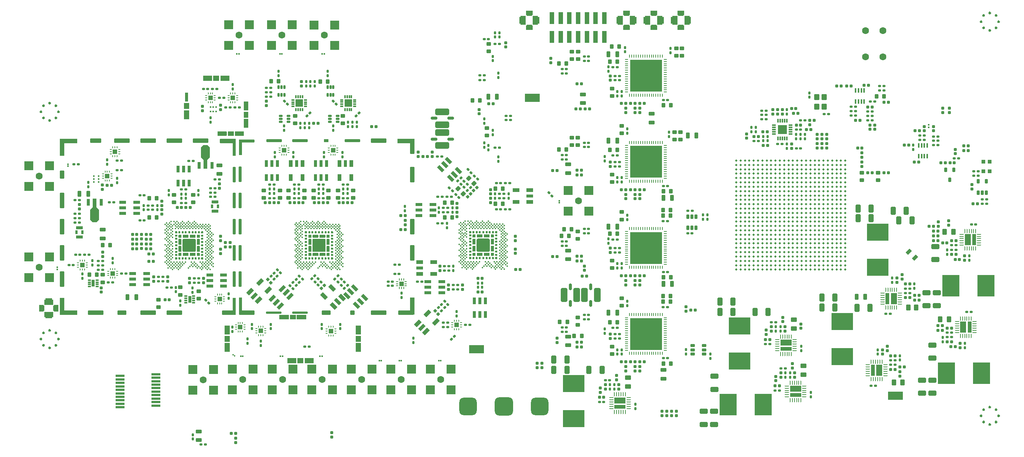
<source format=gtp>
G04*
G04 #@! TF.GenerationSoftware,Altium Limited,Altium Designer,19.1.6 (110)*
G04*
G04 Layer_Color=8421504*
%FSLAX44Y44*%
%MOMM*%
G71*
G01*
G75*
%ADD22R,2.0000X1.0000*%
%ADD23R,1.4000X1.0000*%
%ADD24R,1.1000X2.0000*%
%ADD25R,1.1000X1.4000*%
%ADD26R,2.0000X1.3000*%
%ADD27R,1.4000X1.3000*%
%ADD28R,1.3000X2.0000*%
%ADD29R,0.8000X2.0000*%
%ADD30R,1.3000X1.4000*%
G04:AMPARAMS|DCode=31|XSize=0.5mm|YSize=0.6mm|CornerRadius=0.05mm|HoleSize=0mm|Usage=FLASHONLY|Rotation=90.000|XOffset=0mm|YOffset=0mm|HoleType=Round|Shape=RoundedRectangle|*
%AMROUNDEDRECTD31*
21,1,0.5000,0.5000,0,0,90.0*
21,1,0.4000,0.6000,0,0,90.0*
1,1,0.1000,0.2500,0.2000*
1,1,0.1000,0.2500,-0.2000*
1,1,0.1000,-0.2500,-0.2000*
1,1,0.1000,-0.2500,0.2000*
%
%ADD31ROUNDEDRECTD31*%
G04:AMPARAMS|DCode=32|XSize=1mm|YSize=3.5mm|CornerRadius=0.1mm|HoleSize=0mm|Usage=FLASHONLY|Rotation=270.000|XOffset=0mm|YOffset=0mm|HoleType=Round|Shape=RoundedRectangle|*
%AMROUNDEDRECTD32*
21,1,1.0000,3.3000,0,0,270.0*
21,1,0.8000,3.5000,0,0,270.0*
1,1,0.2000,-1.6500,-0.4000*
1,1,0.2000,-1.6500,0.4000*
1,1,0.2000,1.6500,0.4000*
1,1,0.2000,1.6500,-0.4000*
%
%ADD32ROUNDEDRECTD32*%
G04:AMPARAMS|DCode=33|XSize=0.6mm|YSize=3.95mm|CornerRadius=0.06mm|HoleSize=0mm|Usage=FLASHONLY|Rotation=0.000|XOffset=0mm|YOffset=0mm|HoleType=Round|Shape=RoundedRectangle|*
%AMROUNDEDRECTD33*
21,1,0.6000,3.8300,0,0,0.0*
21,1,0.4800,3.9500,0,0,0.0*
1,1,0.1200,0.2400,-1.9150*
1,1,0.1200,-0.2400,-1.9150*
1,1,0.1200,-0.2400,1.9150*
1,1,0.1200,0.2400,1.9150*
%
%ADD33ROUNDEDRECTD33*%
G04:AMPARAMS|DCode=34|XSize=1mm|YSize=2.5mm|CornerRadius=0.1mm|HoleSize=0mm|Usage=FLASHONLY|Rotation=90.000|XOffset=0mm|YOffset=0mm|HoleType=Round|Shape=RoundedRectangle|*
%AMROUNDEDRECTD34*
21,1,1.0000,2.3000,0,0,90.0*
21,1,0.8000,2.5000,0,0,90.0*
1,1,0.2000,1.1500,0.4000*
1,1,0.2000,1.1500,-0.4000*
1,1,0.2000,-1.1500,-0.4000*
1,1,0.2000,-1.1500,0.4000*
%
%ADD34ROUNDEDRECTD34*%
G04:AMPARAMS|DCode=35|XSize=0.6mm|YSize=3.5mm|CornerRadius=0.06mm|HoleSize=0mm|Usage=FLASHONLY|Rotation=0.000|XOffset=0mm|YOffset=0mm|HoleType=Round|Shape=RoundedRectangle|*
%AMROUNDEDRECTD35*
21,1,0.6000,3.3800,0,0,0.0*
21,1,0.4800,3.5000,0,0,0.0*
1,1,0.1200,0.2400,-1.6900*
1,1,0.1200,-0.2400,-1.6900*
1,1,0.1200,-0.2400,1.6900*
1,1,0.1200,0.2400,1.6900*
%
%ADD35ROUNDEDRECTD35*%
G04:AMPARAMS|DCode=36|XSize=1mm|YSize=2mm|CornerRadius=0.1mm|HoleSize=0mm|Usage=FLASHONLY|Rotation=270.000|XOffset=0mm|YOffset=0mm|HoleType=Round|Shape=RoundedRectangle|*
%AMROUNDEDRECTD36*
21,1,1.0000,1.8000,0,0,270.0*
21,1,0.8000,2.0000,0,0,270.0*
1,1,0.2000,-0.9000,-0.4000*
1,1,0.2000,-0.9000,0.4000*
1,1,0.2000,0.9000,0.4000*
1,1,0.2000,0.9000,-0.4000*
%
%ADD36ROUNDEDRECTD36*%
G04:AMPARAMS|DCode=37|XSize=1mm|YSize=3.95mm|CornerRadius=0.1mm|HoleSize=0mm|Usage=FLASHONLY|Rotation=180.000|XOffset=0mm|YOffset=0mm|HoleType=Round|Shape=RoundedRectangle|*
%AMROUNDEDRECTD37*
21,1,1.0000,3.7500,0,0,180.0*
21,1,0.8000,3.9500,0,0,180.0*
1,1,0.2000,-0.4000,1.8750*
1,1,0.2000,0.4000,1.8750*
1,1,0.2000,0.4000,-1.8750*
1,1,0.2000,-0.4000,-1.8750*
%
%ADD37ROUNDEDRECTD37*%
G04:AMPARAMS|DCode=38|XSize=1mm|YSize=3.95mm|CornerRadius=0.1mm|HoleSize=0mm|Usage=FLASHONLY|Rotation=270.000|XOffset=0mm|YOffset=0mm|HoleType=Round|Shape=RoundedRectangle|*
%AMROUNDEDRECTD38*
21,1,1.0000,3.7500,0,0,270.0*
21,1,0.8000,3.9500,0,0,270.0*
1,1,0.2000,-1.8750,-0.4000*
1,1,0.2000,-1.8750,0.4000*
1,1,0.2000,1.8750,0.4000*
1,1,0.2000,1.8750,-0.4000*
%
%ADD38ROUNDEDRECTD38*%
G04:AMPARAMS|DCode=39|XSize=1mm|YSize=3.5mm|CornerRadius=0.1mm|HoleSize=0mm|Usage=FLASHONLY|Rotation=180.000|XOffset=0mm|YOffset=0mm|HoleType=Round|Shape=RoundedRectangle|*
%AMROUNDEDRECTD39*
21,1,1.0000,3.3000,0,0,180.0*
21,1,0.8000,3.5000,0,0,180.0*
1,1,0.2000,-0.4000,1.6500*
1,1,0.2000,0.4000,1.6500*
1,1,0.2000,0.4000,-1.6500*
1,1,0.2000,-0.4000,-1.6500*
%
%ADD39ROUNDEDRECTD39*%
G04:AMPARAMS|DCode=40|XSize=1mm|YSize=1.8mm|CornerRadius=0.1mm|HoleSize=0mm|Usage=FLASHONLY|Rotation=180.000|XOffset=0mm|YOffset=0mm|HoleType=Round|Shape=RoundedRectangle|*
%AMROUNDEDRECTD40*
21,1,1.0000,1.6000,0,0,180.0*
21,1,0.8000,1.8000,0,0,180.0*
1,1,0.2000,-0.4000,0.8000*
1,1,0.2000,0.4000,0.8000*
1,1,0.2000,0.4000,-0.8000*
1,1,0.2000,-0.4000,-0.8000*
%
%ADD40ROUNDEDRECTD40*%
G04:AMPARAMS|DCode=41|XSize=1mm|YSize=3mm|CornerRadius=0.1mm|HoleSize=0mm|Usage=FLASHONLY|Rotation=180.000|XOffset=0mm|YOffset=0mm|HoleType=Round|Shape=RoundedRectangle|*
%AMROUNDEDRECTD41*
21,1,1.0000,2.8000,0,0,180.0*
21,1,0.8000,3.0000,0,0,180.0*
1,1,0.2000,-0.4000,1.4000*
1,1,0.2000,0.4000,1.4000*
1,1,0.2000,0.4000,-1.4000*
1,1,0.2000,-0.4000,-1.4000*
%
%ADD41ROUNDEDRECTD41*%
G04:AMPARAMS|DCode=42|XSize=0.7mm|YSize=3.5mm|CornerRadius=0.07mm|HoleSize=0mm|Usage=FLASHONLY|Rotation=90.000|XOffset=0mm|YOffset=0mm|HoleType=Round|Shape=RoundedRectangle|*
%AMROUNDEDRECTD42*
21,1,0.7000,3.3600,0,0,90.0*
21,1,0.5600,3.5000,0,0,90.0*
1,1,0.1400,1.6800,0.2800*
1,1,0.1400,1.6800,-0.2800*
1,1,0.1400,-1.6800,-0.2800*
1,1,0.1400,-1.6800,0.2800*
%
%ADD42ROUNDEDRECTD42*%
G04:AMPARAMS|DCode=43|XSize=0.7mm|YSize=1mm|CornerRadius=0.07mm|HoleSize=0mm|Usage=FLASHONLY|Rotation=90.000|XOffset=0mm|YOffset=0mm|HoleType=Round|Shape=RoundedRectangle|*
%AMROUNDEDRECTD43*
21,1,0.7000,0.8600,0,0,90.0*
21,1,0.5600,1.0000,0,0,90.0*
1,1,0.1400,0.4300,0.2800*
1,1,0.1400,0.4300,-0.2800*
1,1,0.1400,-0.4300,-0.2800*
1,1,0.1400,-0.4300,0.2800*
%
%ADD43ROUNDEDRECTD43*%
G04:AMPARAMS|DCode=44|XSize=0.6mm|YSize=3.6mm|CornerRadius=0.06mm|HoleSize=0mm|Usage=FLASHONLY|Rotation=180.000|XOffset=0mm|YOffset=0mm|HoleType=Round|Shape=RoundedRectangle|*
%AMROUNDEDRECTD44*
21,1,0.6000,3.4800,0,0,180.0*
21,1,0.4800,3.6000,0,0,180.0*
1,1,0.1200,-0.2400,1.7400*
1,1,0.1200,0.2400,1.7400*
1,1,0.1200,0.2400,-1.7400*
1,1,0.1200,-0.2400,-1.7400*
%
%ADD44ROUNDEDRECTD44*%
G04:AMPARAMS|DCode=45|XSize=0.5mm|YSize=3.5mm|CornerRadius=0.05mm|HoleSize=0mm|Usage=FLASHONLY|Rotation=270.000|XOffset=0mm|YOffset=0mm|HoleType=Round|Shape=RoundedRectangle|*
%AMROUNDEDRECTD45*
21,1,0.5000,3.4000,0,0,270.0*
21,1,0.4000,3.5000,0,0,270.0*
1,1,0.1000,-1.7000,-0.2000*
1,1,0.1000,-1.7000,0.2000*
1,1,0.1000,1.7000,0.2000*
1,1,0.1000,1.7000,-0.2000*
%
%ADD45ROUNDEDRECTD45*%
G04:AMPARAMS|DCode=46|XSize=1mm|YSize=1mm|CornerRadius=0.1mm|HoleSize=0mm|Usage=FLASHONLY|Rotation=270.000|XOffset=0mm|YOffset=0mm|HoleType=Round|Shape=RoundedRectangle|*
%AMROUNDEDRECTD46*
21,1,1.0000,0.8000,0,0,270.0*
21,1,0.8000,1.0000,0,0,270.0*
1,1,0.2000,-0.4000,-0.4000*
1,1,0.2000,-0.4000,0.4000*
1,1,0.2000,0.4000,0.4000*
1,1,0.2000,0.4000,-0.4000*
%
%ADD46ROUNDEDRECTD46*%
%ADD47R,0.4750X0.2500*%
%ADD48R,0.2500X0.4750*%
%ADD49R,1.1000X1.1000*%
G04:AMPARAMS|DCode=50|XSize=0.6mm|YSize=0.6mm|CornerRadius=0.06mm|HoleSize=0mm|Usage=FLASHONLY|Rotation=315.000|XOffset=0mm|YOffset=0mm|HoleType=Round|Shape=RoundedRectangle|*
%AMROUNDEDRECTD50*
21,1,0.6000,0.4800,0,0,315.0*
21,1,0.4800,0.6000,0,0,315.0*
1,1,0.1200,0.0000,-0.3394*
1,1,0.1200,-0.3394,0.0000*
1,1,0.1200,0.0000,0.3394*
1,1,0.1200,0.3394,0.0000*
%
%ADD50ROUNDEDRECTD50*%
G04:AMPARAMS|DCode=51|XSize=0.5mm|YSize=0.6mm|CornerRadius=0.05mm|HoleSize=0mm|Usage=FLASHONLY|Rotation=180.000|XOffset=0mm|YOffset=0mm|HoleType=Round|Shape=RoundedRectangle|*
%AMROUNDEDRECTD51*
21,1,0.5000,0.5000,0,0,180.0*
21,1,0.4000,0.6000,0,0,180.0*
1,1,0.1000,-0.2000,0.2500*
1,1,0.1000,0.2000,0.2500*
1,1,0.1000,0.2000,-0.2500*
1,1,0.1000,-0.2000,-0.2500*
%
%ADD51ROUNDEDRECTD51*%
%ADD52R,1.2000X2.0000*%
%ADD53R,2.2000X1.0000*%
G04:AMPARAMS|DCode=54|XSize=2mm|YSize=1mm|CornerRadius=0.1mm|HoleSize=0mm|Usage=FLASHONLY|Rotation=0.000|XOffset=0mm|YOffset=0mm|HoleType=Round|Shape=RoundedRectangle|*
%AMROUNDEDRECTD54*
21,1,2.0000,0.8000,0,0,0.0*
21,1,1.8000,1.0000,0,0,0.0*
1,1,0.2000,0.9000,-0.4000*
1,1,0.2000,-0.9000,-0.4000*
1,1,0.2000,-0.9000,0.4000*
1,1,0.2000,0.9000,0.4000*
%
%ADD54ROUNDEDRECTD54*%
%ADD55C,1.6000*%
%ADD56R,2.0000X2.0000*%
%ADD57R,0.7500X0.3000*%
%ADD58R,0.3000X0.7500*%
%ADD59R,1.7500X1.7500*%
G04:AMPARAMS|DCode=60|XSize=0.6mm|YSize=0.6mm|CornerRadius=0.06mm|HoleSize=0mm|Usage=FLASHONLY|Rotation=270.000|XOffset=0mm|YOffset=0mm|HoleType=Round|Shape=RoundedRectangle|*
%AMROUNDEDRECTD60*
21,1,0.6000,0.4800,0,0,270.0*
21,1,0.4800,0.6000,0,0,270.0*
1,1,0.1200,-0.2400,-0.2400*
1,1,0.1200,-0.2400,0.2400*
1,1,0.1200,0.2400,0.2400*
1,1,0.1200,0.2400,-0.2400*
%
%ADD60ROUNDEDRECTD60*%
G04:AMPARAMS|DCode=61|XSize=0.5mm|YSize=0.6mm|CornerRadius=0.05mm|HoleSize=0mm|Usage=FLASHONLY|Rotation=135.000|XOffset=0mm|YOffset=0mm|HoleType=Round|Shape=RoundedRectangle|*
%AMROUNDEDRECTD61*
21,1,0.5000,0.5000,0,0,135.0*
21,1,0.4000,0.6000,0,0,135.0*
1,1,0.1000,0.0354,0.3182*
1,1,0.1000,0.3182,0.0354*
1,1,0.1000,-0.0354,-0.3182*
1,1,0.1000,-0.3182,-0.0354*
%
%ADD61ROUNDEDRECTD61*%
G04:AMPARAMS|DCode=62|XSize=0.45mm|YSize=0.8mm|CornerRadius=0.0563mm|HoleSize=0mm|Usage=FLASHONLY|Rotation=270.000|XOffset=0mm|YOffset=0mm|HoleType=Round|Shape=RoundedRectangle|*
%AMROUNDEDRECTD62*
21,1,0.4500,0.6875,0,0,270.0*
21,1,0.3375,0.8000,0,0,270.0*
1,1,0.1125,-0.3438,-0.1688*
1,1,0.1125,-0.3438,0.1688*
1,1,0.1125,0.3438,0.1688*
1,1,0.1125,0.3438,-0.1688*
%
%ADD62ROUNDEDRECTD62*%
G04:AMPARAMS|DCode=63|XSize=0.5mm|YSize=0.6mm|CornerRadius=0.05mm|HoleSize=0mm|Usage=FLASHONLY|Rotation=225.000|XOffset=0mm|YOffset=0mm|HoleType=Round|Shape=RoundedRectangle|*
%AMROUNDEDRECTD63*
21,1,0.5000,0.5000,0,0,225.0*
21,1,0.4000,0.6000,0,0,225.0*
1,1,0.1000,-0.3182,0.0354*
1,1,0.1000,-0.0354,0.3182*
1,1,0.1000,0.3182,-0.0354*
1,1,0.1000,0.0354,-0.3182*
%
%ADD63ROUNDEDRECTD63*%
G04:AMPARAMS|DCode=64|XSize=0.45mm|YSize=0.8mm|CornerRadius=0.0563mm|HoleSize=0mm|Usage=FLASHONLY|Rotation=0.000|XOffset=0mm|YOffset=0mm|HoleType=Round|Shape=RoundedRectangle|*
%AMROUNDEDRECTD64*
21,1,0.4500,0.6875,0,0,0.0*
21,1,0.3375,0.8000,0,0,0.0*
1,1,0.1125,0.1688,-0.3438*
1,1,0.1125,-0.1688,-0.3438*
1,1,0.1125,-0.1688,0.3438*
1,1,0.1125,0.1688,0.3438*
%
%ADD64ROUNDEDRECTD64*%
G04:AMPARAMS|DCode=65|XSize=1mm|YSize=0.9mm|CornerRadius=0.1125mm|HoleSize=0mm|Usage=FLASHONLY|Rotation=90.000|XOffset=0mm|YOffset=0mm|HoleType=Round|Shape=RoundedRectangle|*
%AMROUNDEDRECTD65*
21,1,1.0000,0.6750,0,0,90.0*
21,1,0.7750,0.9000,0,0,90.0*
1,1,0.2250,0.3375,0.3875*
1,1,0.2250,0.3375,-0.3875*
1,1,0.2250,-0.3375,-0.3875*
1,1,0.2250,-0.3375,0.3875*
%
%ADD65ROUNDEDRECTD65*%
G04:AMPARAMS|DCode=66|XSize=0.6mm|YSize=0.6mm|CornerRadius=0.06mm|HoleSize=0mm|Usage=FLASHONLY|Rotation=0.000|XOffset=0mm|YOffset=0mm|HoleType=Round|Shape=RoundedRectangle|*
%AMROUNDEDRECTD66*
21,1,0.6000,0.4800,0,0,0.0*
21,1,0.4800,0.6000,0,0,0.0*
1,1,0.1200,0.2400,-0.2400*
1,1,0.1200,-0.2400,-0.2400*
1,1,0.1200,-0.2400,0.2400*
1,1,0.1200,0.2400,0.2400*
%
%ADD66ROUNDEDRECTD66*%
G04:AMPARAMS|DCode=67|XSize=1mm|YSize=0.9mm|CornerRadius=0.1125mm|HoleSize=0mm|Usage=FLASHONLY|Rotation=0.000|XOffset=0mm|YOffset=0mm|HoleType=Round|Shape=RoundedRectangle|*
%AMROUNDEDRECTD67*
21,1,1.0000,0.6750,0,0,0.0*
21,1,0.7750,0.9000,0,0,0.0*
1,1,0.2250,0.3875,-0.3375*
1,1,0.2250,-0.3875,-0.3375*
1,1,0.2250,-0.3875,0.3375*
1,1,0.2250,0.3875,0.3375*
%
%ADD67ROUNDEDRECTD67*%
G04:AMPARAMS|DCode=68|XSize=1.3mm|YSize=0.8mm|CornerRadius=0.1mm|HoleSize=0mm|Usage=FLASHONLY|Rotation=180.000|XOffset=0mm|YOffset=0mm|HoleType=Round|Shape=RoundedRectangle|*
%AMROUNDEDRECTD68*
21,1,1.3000,0.6000,0,0,180.0*
21,1,1.1000,0.8000,0,0,180.0*
1,1,0.2000,-0.5500,0.3000*
1,1,0.2000,0.5500,0.3000*
1,1,0.2000,0.5500,-0.3000*
1,1,0.2000,-0.5500,-0.3000*
%
%ADD68ROUNDEDRECTD68*%
%ADD69C,0.3500*%
%ADD70R,0.2000X0.2000*%
G04:AMPARAMS|DCode=71|XSize=4.2mm|YSize=4.2mm|CornerRadius=1.05mm|HoleSize=0mm|Usage=FLASHONLY|Rotation=90.000|XOffset=0mm|YOffset=0mm|HoleType=Round|Shape=RoundedRectangle|*
%AMROUNDEDRECTD71*
21,1,4.2000,2.1000,0,0,90.0*
21,1,2.1000,4.2000,0,0,90.0*
1,1,2.1000,1.0500,1.0500*
1,1,2.1000,1.0500,-1.0500*
1,1,2.1000,-1.0500,-1.0500*
1,1,2.1000,-1.0500,1.0500*
%
%ADD71ROUNDEDRECTD71*%
G04:AMPARAMS|DCode=72|XSize=4mm|YSize=4mm|CornerRadius=1mm|HoleSize=0mm|Usage=FLASHONLY|Rotation=90.000|XOffset=0mm|YOffset=0mm|HoleType=Round|Shape=RoundedRectangle|*
%AMROUNDEDRECTD72*
21,1,4.0000,2.0000,0,0,90.0*
21,1,2.0000,4.0000,0,0,90.0*
1,1,2.0000,1.0000,1.0000*
1,1,2.0000,1.0000,-1.0000*
1,1,2.0000,-1.0000,-1.0000*
1,1,2.0000,-1.0000,1.0000*
%
%ADD72ROUNDEDRECTD72*%
%ADD73R,1.0000X2.7500*%
G04:AMPARAMS|DCode=74|XSize=1.3mm|YSize=0.8mm|CornerRadius=0.1mm|HoleSize=0mm|Usage=FLASHONLY|Rotation=270.000|XOffset=0mm|YOffset=0mm|HoleType=Round|Shape=RoundedRectangle|*
%AMROUNDEDRECTD74*
21,1,1.3000,0.6000,0,0,270.0*
21,1,1.1000,0.8000,0,0,270.0*
1,1,0.2000,-0.3000,-0.5500*
1,1,0.2000,-0.3000,0.5500*
1,1,0.2000,0.3000,0.5500*
1,1,0.2000,0.3000,-0.5500*
%
%ADD74ROUNDEDRECTD74*%
%ADD75R,1.6500X0.9000*%
%ADD76R,1.6500X0.7600*%
%ADD77R,3.5000X1.9000*%
G04:AMPARAMS|DCode=78|XSize=1.4mm|YSize=1.2mm|CornerRadius=0.15mm|HoleSize=0mm|Usage=FLASHONLY|Rotation=270.000|XOffset=0mm|YOffset=0mm|HoleType=Round|Shape=RoundedRectangle|*
%AMROUNDEDRECTD78*
21,1,1.4000,0.9000,0,0,270.0*
21,1,1.1000,1.2000,0,0,270.0*
1,1,0.3000,-0.4500,-0.5500*
1,1,0.3000,-0.4500,0.5500*
1,1,0.3000,0.4500,0.5500*
1,1,0.3000,0.4500,-0.5500*
%
%ADD78ROUNDEDRECTD78*%
G04:AMPARAMS|DCode=79|XSize=0.9mm|YSize=1.65mm|CornerRadius=0mm|HoleSize=0mm|Usage=FLASHONLY|Rotation=315.000|XOffset=0mm|YOffset=0mm|HoleType=Round|Shape=Rectangle|*
%AMROTATEDRECTD79*
4,1,4,-0.9016,-0.2652,0.2652,0.9016,0.9016,0.2652,-0.2652,-0.9016,-0.9016,-0.2652,0.0*
%
%ADD79ROTATEDRECTD79*%

G04:AMPARAMS|DCode=80|XSize=0.76mm|YSize=1.65mm|CornerRadius=0mm|HoleSize=0mm|Usage=FLASHONLY|Rotation=315.000|XOffset=0mm|YOffset=0mm|HoleType=Round|Shape=Rectangle|*
%AMROTATEDRECTD80*
4,1,4,-0.8521,-0.3147,0.3147,0.8521,0.8521,0.3147,-0.3147,-0.8521,-0.8521,-0.3147,0.0*
%
%ADD80ROTATEDRECTD80*%

G04:AMPARAMS|DCode=81|XSize=0.6mm|YSize=0.6mm|CornerRadius=0.06mm|HoleSize=0mm|Usage=FLASHONLY|Rotation=225.000|XOffset=0mm|YOffset=0mm|HoleType=Round|Shape=RoundedRectangle|*
%AMROUNDEDRECTD81*
21,1,0.6000,0.4800,0,0,225.0*
21,1,0.4800,0.6000,0,0,225.0*
1,1,0.1200,-0.3394,0.0000*
1,1,0.1200,0.0000,0.3394*
1,1,0.1200,0.3394,0.0000*
1,1,0.1200,0.0000,-0.3394*
%
%ADD81ROUNDEDRECTD81*%
%ADD82R,1.2000X1.2000*%
%ADD83R,1.2000X2.1500*%
%ADD84R,1.5500X1.0000*%
%ADD85R,1.2000X1.6000*%
G04:AMPARAMS|DCode=86|XSize=0.9mm|YSize=0.9mm|CornerRadius=0.1125mm|HoleSize=0mm|Usage=FLASHONLY|Rotation=90.000|XOffset=0mm|YOffset=0mm|HoleType=Round|Shape=RoundedRectangle|*
%AMROUNDEDRECTD86*
21,1,0.9000,0.6750,0,0,90.0*
21,1,0.6750,0.9000,0,0,90.0*
1,1,0.2250,0.3375,0.3375*
1,1,0.2250,0.3375,-0.3375*
1,1,0.2250,-0.3375,-0.3375*
1,1,0.2250,-0.3375,0.3375*
%
%ADD86ROUNDEDRECTD86*%
%ADD87R,0.7600X1.6500*%
%ADD88R,0.9000X1.6500*%
G04:AMPARAMS|DCode=89|XSize=0.6mm|YSize=1mm|CornerRadius=0.075mm|HoleSize=0mm|Usage=FLASHONLY|Rotation=0.000|XOffset=0mm|YOffset=0mm|HoleType=Round|Shape=RoundedRectangle|*
%AMROUNDEDRECTD89*
21,1,0.6000,0.8500,0,0,0.0*
21,1,0.4500,1.0000,0,0,0.0*
1,1,0.1500,0.2250,-0.4250*
1,1,0.1500,-0.2250,-0.4250*
1,1,0.1500,-0.2250,0.4250*
1,1,0.1500,0.2250,0.4250*
%
%ADD89ROUNDEDRECTD89*%
%ADD90R,0.4000X1.0000*%
%ADD91R,2.0000X0.5000*%
%ADD92R,0.3100X0.3000*%
G04:AMPARAMS|DCode=93|XSize=1.5mm|YSize=0.71mm|CornerRadius=0.1775mm|HoleSize=0mm|Usage=FLASHONLY|Rotation=180.000|XOffset=0mm|YOffset=0mm|HoleType=Round|Shape=RoundedRectangle|*
%AMROUNDEDRECTD93*
21,1,1.5000,0.3550,0,0,180.0*
21,1,1.1450,0.7100,0,0,180.0*
1,1,0.3550,-0.5725,0.1775*
1,1,0.3550,0.5725,0.1775*
1,1,0.3550,0.5725,-0.1775*
1,1,0.3550,-0.5725,-0.1775*
%
%ADD93ROUNDEDRECTD93*%
G04:AMPARAMS|DCode=94|XSize=3.25mm|YSize=1.5mm|CornerRadius=0.375mm|HoleSize=0mm|Usage=FLASHONLY|Rotation=180.000|XOffset=0mm|YOffset=0mm|HoleType=Round|Shape=RoundedRectangle|*
%AMROUNDEDRECTD94*
21,1,3.2500,0.7500,0,0,180.0*
21,1,2.5000,1.5000,0,0,180.0*
1,1,0.7500,-1.2500,0.3750*
1,1,0.7500,1.2500,0.3750*
1,1,0.7500,1.2500,-0.3750*
1,1,0.7500,-1.2500,-0.3750*
%
%ADD94ROUNDEDRECTD94*%
%ADD95R,0.3500X0.4500*%
%ADD96R,0.4500X0.3500*%
%ADD97R,0.3000X0.3100*%
%ADD98R,0.6000X0.9000*%
%ADD99R,1.5000X0.7500*%
%ADD100R,0.7112X1.6000*%
%ADD101R,0.9144X2.0000*%
G04:AMPARAMS|DCode=102|XSize=2mm|YSize=3.4mm|CornerRadius=0mm|HoleSize=0mm|Usage=FLASHONLY|Rotation=180.000|XOffset=0mm|YOffset=0mm|HoleType=Round|Shape=Octagon|*
%AMOCTAGOND102*
4,1,8,0.5000,-1.7000,-0.5000,-1.7000,-1.0000,-1.2000,-1.0000,1.2000,-0.5000,1.7000,0.5000,1.7000,1.0000,1.2000,1.0000,-1.2000,0.5000,-1.7000,0.0*
%
%ADD102OCTAGOND102*%

%ADD103R,0.7000X0.3000*%
%ADD104R,0.7000X1.6000*%
G04:AMPARAMS|DCode=105|XSize=0.31mm|YSize=0.3mm|CornerRadius=0mm|HoleSize=0mm|Usage=FLASHONLY|Rotation=135.000|XOffset=0mm|YOffset=0mm|HoleType=Round|Shape=Rectangle|*
%AMROTATEDRECTD105*
4,1,4,0.2157,-0.0035,0.0035,-0.2157,-0.2157,0.0035,-0.0035,0.2157,0.2157,-0.0035,0.0*
%
%ADD105ROTATEDRECTD105*%

G04:AMPARAMS|DCode=106|XSize=1.3mm|YSize=0.8mm|CornerRadius=0.1mm|HoleSize=0mm|Usage=FLASHONLY|Rotation=225.000|XOffset=0mm|YOffset=0mm|HoleType=Round|Shape=RoundedRectangle|*
%AMROUNDEDRECTD106*
21,1,1.3000,0.6000,0,0,225.0*
21,1,1.1000,0.8000,0,0,225.0*
1,1,0.2000,-0.6010,-0.1768*
1,1,0.2000,0.1768,0.6010*
1,1,0.2000,0.6010,0.1768*
1,1,0.2000,-0.1768,-0.6010*
%
%ADD106ROUNDEDRECTD106*%
G04:AMPARAMS|DCode=107|XSize=1.8mm|YSize=1.15mm|CornerRadius=0.1438mm|HoleSize=0mm|Usage=FLASHONLY|Rotation=90.000|XOffset=0mm|YOffset=0mm|HoleType=Round|Shape=RoundedRectangle|*
%AMROUNDEDRECTD107*
21,1,1.8000,0.8625,0,0,90.0*
21,1,1.5125,1.1500,0,0,90.0*
1,1,0.2875,0.4313,0.7563*
1,1,0.2875,0.4313,-0.7563*
1,1,0.2875,-0.4313,-0.7563*
1,1,0.2875,-0.4313,0.7563*
%
%ADD107ROUNDEDRECTD107*%
G04:AMPARAMS|DCode=108|XSize=1.8mm|YSize=1.15mm|CornerRadius=0.1438mm|HoleSize=0mm|Usage=FLASHONLY|Rotation=180.000|XOffset=0mm|YOffset=0mm|HoleType=Round|Shape=RoundedRectangle|*
%AMROUNDEDRECTD108*
21,1,1.8000,0.8625,0,0,180.0*
21,1,1.5125,1.1500,0,0,180.0*
1,1,0.2875,-0.7563,0.4313*
1,1,0.2875,0.7563,0.4313*
1,1,0.2875,0.7563,-0.4313*
1,1,0.2875,-0.7563,-0.4313*
%
%ADD108ROUNDEDRECTD108*%
G04:AMPARAMS|DCode=109|XSize=1.4mm|YSize=1mm|CornerRadius=0.125mm|HoleSize=0mm|Usage=FLASHONLY|Rotation=270.000|XOffset=0mm|YOffset=0mm|HoleType=Round|Shape=RoundedRectangle|*
%AMROUNDEDRECTD109*
21,1,1.4000,0.7500,0,0,270.0*
21,1,1.1500,1.0000,0,0,270.0*
1,1,0.2500,-0.3750,-0.5750*
1,1,0.2500,-0.3750,0.5750*
1,1,0.2500,0.3750,0.5750*
1,1,0.2500,0.3750,-0.5750*
%
%ADD109ROUNDEDRECTD109*%
G04:AMPARAMS|DCode=110|XSize=1.4mm|YSize=1mm|CornerRadius=0.125mm|HoleSize=0mm|Usage=FLASHONLY|Rotation=0.000|XOffset=0mm|YOffset=0mm|HoleType=Round|Shape=RoundedRectangle|*
%AMROUNDEDRECTD110*
21,1,1.4000,0.7500,0,0,0.0*
21,1,1.1500,1.0000,0,0,0.0*
1,1,0.2500,0.5750,-0.3750*
1,1,0.2500,-0.5750,-0.3750*
1,1,0.2500,-0.5750,0.3750*
1,1,0.2500,0.5750,0.3750*
%
%ADD110ROUNDEDRECTD110*%
%ADD111R,5.0000X4.0000*%
%ADD112R,4.0000X5.0000*%
%ADD113R,0.3000X0.8500*%
%ADD114R,0.8500X0.3000*%
%ADD115R,2.1000X2.1000*%
%ADD116O,0.2400X0.7500*%
%ADD117O,0.7500X0.2400*%
%ADD118R,7.4000X7.4000*%
G04:AMPARAMS|DCode=119|XSize=0.6mm|YSize=1mm|CornerRadius=0.075mm|HoleSize=0mm|Usage=FLASHONLY|Rotation=90.000|XOffset=0mm|YOffset=0mm|HoleType=Round|Shape=RoundedRectangle|*
%AMROUNDEDRECTD119*
21,1,0.6000,0.8500,0,0,90.0*
21,1,0.4500,1.0000,0,0,90.0*
1,1,0.1500,0.4250,0.2250*
1,1,0.1500,0.4250,-0.2250*
1,1,0.1500,-0.4250,-0.2250*
1,1,0.1500,-0.4250,0.2250*
%
%ADD119ROUNDEDRECTD119*%
%ADD120R,0.3500X0.3000*%
%ADD121C,0.5000*%
G04:AMPARAMS|DCode=122|XSize=0.9mm|YSize=1.65mm|CornerRadius=0mm|HoleSize=0mm|Usage=FLASHONLY|Rotation=45.000|XOffset=0mm|YOffset=0mm|HoleType=Round|Shape=Rectangle|*
%AMROTATEDRECTD122*
4,1,4,0.2652,-0.9016,-0.9016,0.2652,-0.2652,0.9016,0.9016,-0.2652,0.2652,-0.9016,0.0*
%
%ADD122ROTATEDRECTD122*%

G04:AMPARAMS|DCode=123|XSize=0.76mm|YSize=1.65mm|CornerRadius=0mm|HoleSize=0mm|Usage=FLASHONLY|Rotation=45.000|XOffset=0mm|YOffset=0mm|HoleType=Round|Shape=Rectangle|*
%AMROTATEDRECTD123*
4,1,4,0.3147,-0.8521,-0.8521,0.3147,-0.3147,0.8521,0.8521,-0.3147,0.3147,-0.8521,0.0*
%
%ADD123ROTATEDRECTD123*%

%ADD124R,1.2000X1.2000*%
%ADD125R,2.1500X1.2000*%
%ADD126R,1.0000X1.5500*%
%ADD127R,1.6000X1.2000*%
G04:AMPARAMS|DCode=128|XSize=1mm|YSize=0.9mm|CornerRadius=0.1125mm|HoleSize=0mm|Usage=FLASHONLY|Rotation=225.000|XOffset=0mm|YOffset=0mm|HoleType=Round|Shape=RoundedRectangle|*
%AMROUNDEDRECTD128*
21,1,1.0000,0.6750,0,0,225.0*
21,1,0.7750,0.9000,0,0,225.0*
1,1,0.2250,-0.5127,-0.0354*
1,1,0.2250,0.0354,0.5127*
1,1,0.2250,0.5127,0.0354*
1,1,0.2250,-0.0354,-0.5127*
%
%ADD128ROUNDEDRECTD128*%
G04:AMPARAMS|DCode=129|XSize=0.25mm|YSize=0.475mm|CornerRadius=0.0625mm|HoleSize=0mm|Usage=FLASHONLY|Rotation=0.000|XOffset=0mm|YOffset=0mm|HoleType=Round|Shape=RoundedRectangle|*
%AMROUNDEDRECTD129*
21,1,0.2500,0.3500,0,0,0.0*
21,1,0.1250,0.4750,0,0,0.0*
1,1,0.1250,0.0625,-0.1750*
1,1,0.1250,-0.0625,-0.1750*
1,1,0.1250,-0.0625,0.1750*
1,1,0.1250,0.0625,0.1750*
%
%ADD129ROUNDEDRECTD129*%
G04:AMPARAMS|DCode=130|XSize=0.25mm|YSize=0.475mm|CornerRadius=0.0625mm|HoleSize=0mm|Usage=FLASHONLY|Rotation=270.000|XOffset=0mm|YOffset=0mm|HoleType=Round|Shape=RoundedRectangle|*
%AMROUNDEDRECTD130*
21,1,0.2500,0.3500,0,0,270.0*
21,1,0.1250,0.4750,0,0,270.0*
1,1,0.1250,-0.1750,-0.0625*
1,1,0.1250,-0.1750,0.0625*
1,1,0.1250,0.1750,0.0625*
1,1,0.1250,0.1750,-0.0625*
%
%ADD130ROUNDEDRECTD130*%
%ADD131R,1.1000X1.1000*%
G04:AMPARAMS|DCode=132|XSize=0.25mm|YSize=1mm|CornerRadius=0.0625mm|HoleSize=0mm|Usage=FLASHONLY|Rotation=0.000|XOffset=0mm|YOffset=0mm|HoleType=Round|Shape=RoundedRectangle|*
%AMROUNDEDRECTD132*
21,1,0.2500,0.8750,0,0,0.0*
21,1,0.1250,1.0000,0,0,0.0*
1,1,0.1250,0.0625,-0.4375*
1,1,0.1250,-0.0625,-0.4375*
1,1,0.1250,-0.0625,0.4375*
1,1,0.1250,0.0625,0.4375*
%
%ADD132ROUNDEDRECTD132*%
G04:AMPARAMS|DCode=133|XSize=0.25mm|YSize=1mm|CornerRadius=0.0625mm|HoleSize=0mm|Usage=FLASHONLY|Rotation=270.000|XOffset=0mm|YOffset=0mm|HoleType=Round|Shape=RoundedRectangle|*
%AMROUNDEDRECTD133*
21,1,0.2500,0.8750,0,0,270.0*
21,1,0.1250,1.0000,0,0,270.0*
1,1,0.1250,-0.4375,-0.0625*
1,1,0.1250,-0.4375,0.0625*
1,1,0.1250,0.4375,0.0625*
1,1,0.1250,0.4375,-0.0625*
%
%ADD133ROUNDEDRECTD133*%
%ADD134R,1.4000X2.5500*%
%ADD135R,0.9000X2.5500*%
%ADD136R,2.5500X1.4000*%
%ADD137R,2.5500X0.9000*%
G04:AMPARAMS|DCode=138|XSize=3.25mm|YSize=1.5mm|CornerRadius=0.375mm|HoleSize=0mm|Usage=FLASHONLY|Rotation=90.000|XOffset=0mm|YOffset=0mm|HoleType=Round|Shape=RoundedRectangle|*
%AMROUNDEDRECTD138*
21,1,3.2500,0.7500,0,0,90.0*
21,1,2.5000,1.5000,0,0,90.0*
1,1,0.7500,0.3750,1.2500*
1,1,0.7500,0.3750,-1.2500*
1,1,0.7500,-0.3750,-1.2500*
1,1,0.7500,-0.3750,1.2500*
%
%ADD138ROUNDEDRECTD138*%
G04:AMPARAMS|DCode=139|XSize=1.5mm|YSize=0.71mm|CornerRadius=0.1775mm|HoleSize=0mm|Usage=FLASHONLY|Rotation=90.000|XOffset=0mm|YOffset=0mm|HoleType=Round|Shape=RoundedRectangle|*
%AMROUNDEDRECTD139*
21,1,1.5000,0.3550,0,0,90.0*
21,1,1.1450,0.7100,0,0,90.0*
1,1,0.3550,0.1775,0.5725*
1,1,0.3550,0.1775,-0.5725*
1,1,0.3550,-0.1775,-0.5725*
1,1,0.3550,-0.1775,0.5725*
%
%ADD139ROUNDEDRECTD139*%
G36*
X2286699Y1094043D02*
X2287543Y1093199D01*
X2288000Y1092097D01*
Y1091500D01*
Y1090903D01*
X2287543Y1089801D01*
X2286699Y1088957D01*
X2285597Y1088500D01*
X2284403D01*
X2283300Y1088957D01*
X2282457Y1089801D01*
X2282000Y1090903D01*
Y1091500D01*
Y1092097D01*
X2282457Y1093199D01*
X2283300Y1094043D01*
X2284403Y1094500D01*
X2285597D01*
X2286699Y1094043D01*
D02*
G37*
G36*
X2300841Y1088185D02*
X2301263Y1087763D01*
X2301685Y1087342D01*
X2302142Y1086239D01*
Y1085045D01*
X2301685Y1083943D01*
X2301263Y1083521D01*
X2300841Y1083099D01*
X2299739Y1082642D01*
X2298545D01*
X2297443Y1083099D01*
X2297021Y1083521D01*
X2296599Y1083943D01*
X2296142Y1085045D01*
Y1086239D01*
X2296599Y1087342D01*
X2297021Y1087763D01*
X2297443Y1088185D01*
X2298545Y1088642D01*
X2299739D01*
X2300841Y1088185D01*
D02*
G37*
G36*
X2272557D02*
X2272979Y1087763D01*
X2273401Y1087342D01*
X2273858Y1086239D01*
Y1085045D01*
X2273401Y1083943D01*
X2272979Y1083521D01*
X2272557Y1083099D01*
X2271454Y1082642D01*
X2270261D01*
X2269158Y1083099D01*
X2268736Y1083521D01*
X2268315Y1083943D01*
X2267858Y1085045D01*
Y1086239D01*
X2268315Y1087342D01*
X2268736Y1087763D01*
X2269158Y1088185D01*
X2270261Y1088642D01*
X2271454D01*
X2272557Y1088185D01*
D02*
G37*
G36*
X2306699Y1074043D02*
X2307543Y1073199D01*
X2308000Y1072097D01*
Y1071500D01*
Y1070903D01*
X2307543Y1069801D01*
X2306699Y1068957D01*
X2305597Y1068500D01*
X2304403D01*
X2303300Y1068957D01*
X2302457Y1069801D01*
X2302000Y1070903D01*
Y1071500D01*
Y1072097D01*
X2302457Y1073199D01*
X2303300Y1074043D01*
X2304403Y1074500D01*
X2305597D01*
X2306699Y1074043D01*
D02*
G37*
G36*
X2266699D02*
X2267543Y1073199D01*
X2268000Y1072097D01*
Y1071500D01*
Y1070903D01*
X2267543Y1069801D01*
X2266699Y1068957D01*
X2265597Y1068500D01*
X2264403D01*
X2263300Y1068957D01*
X2262457Y1069801D01*
X2262000Y1070903D01*
Y1071500D01*
Y1072097D01*
X2262457Y1073199D01*
X2263300Y1074043D01*
X2264403Y1074500D01*
X2265597D01*
X2266699Y1074043D01*
D02*
G37*
G36*
X2300841Y1059901D02*
X2301263Y1059479D01*
X2301685Y1059057D01*
X2302142Y1057955D01*
Y1056761D01*
X2301685Y1055658D01*
X2301263Y1055237D01*
X2300841Y1054815D01*
X2299739Y1054358D01*
X2298545D01*
X2297443Y1054815D01*
X2297021Y1055237D01*
X2296599Y1055658D01*
X2296142Y1056761D01*
Y1057955D01*
X2296599Y1059057D01*
X2297021Y1059479D01*
X2297443Y1059901D01*
X2298545Y1060358D01*
X2299739D01*
X2300841Y1059901D01*
D02*
G37*
G36*
X2272557D02*
X2272979Y1059479D01*
X2273401Y1059057D01*
X2273858Y1057955D01*
Y1056761D01*
X2273401Y1055658D01*
X2272979Y1055237D01*
X2272557Y1054815D01*
X2271454Y1054358D01*
X2270261D01*
X2269158Y1054815D01*
X2268736Y1055237D01*
X2268315Y1055658D01*
X2267858Y1056761D01*
Y1057955D01*
X2268315Y1059057D01*
X2268736Y1059479D01*
X2269158Y1059901D01*
X2270261Y1060358D01*
X2271454D01*
X2272557Y1059901D01*
D02*
G37*
G36*
X2286699Y1054043D02*
X2287543Y1053199D01*
X2288000Y1052097D01*
Y1051500D01*
Y1050903D01*
X2287543Y1049801D01*
X2286699Y1048957D01*
X2285597Y1048500D01*
X2284403D01*
X2283300Y1048957D01*
X2282457Y1049801D01*
X2282000Y1050903D01*
Y1051500D01*
Y1052097D01*
X2282457Y1053199D01*
X2283300Y1054043D01*
X2284403Y1054500D01*
X2285597D01*
X2286699Y1054043D01*
D02*
G37*
G36*
X131949Y887293D02*
X132793Y886449D01*
X133250Y885347D01*
Y884750D01*
Y884153D01*
X132793Y883051D01*
X131949Y882207D01*
X130847Y881750D01*
X129653D01*
X128551Y882207D01*
X127707Y883051D01*
X127250Y884153D01*
Y884750D01*
Y885347D01*
X127707Y886449D01*
X128551Y887293D01*
X129653Y887750D01*
X130847D01*
X131949Y887293D01*
D02*
G37*
G36*
X146091Y881435D02*
X146513Y881013D01*
X146935Y880591D01*
X147392Y879489D01*
Y878295D01*
X146935Y877193D01*
X146513Y876771D01*
X146091Y876349D01*
X144989Y875892D01*
X143795D01*
X142693Y876349D01*
X142271Y876771D01*
X141849Y877193D01*
X141392Y878295D01*
Y879489D01*
X141849Y880591D01*
X142271Y881013D01*
X142693Y881435D01*
X143795Y881892D01*
X144989D01*
X146091Y881435D01*
D02*
G37*
G36*
X117807D02*
X118229Y881013D01*
X118651Y880591D01*
X119108Y879489D01*
Y878295D01*
X118651Y877193D01*
X118229Y876771D01*
X117807Y876349D01*
X116705Y875892D01*
X115511D01*
X114408Y876349D01*
X113987Y876771D01*
X113565Y877193D01*
X113108Y878295D01*
Y879489D01*
X113565Y880591D01*
X113987Y881013D01*
X114408Y881435D01*
X115511Y881892D01*
X116705D01*
X117807Y881435D01*
D02*
G37*
G36*
X151949Y867293D02*
X152793Y866449D01*
X153250Y865347D01*
Y864750D01*
Y864153D01*
X152793Y863051D01*
X151949Y862207D01*
X150847Y861750D01*
X149653D01*
X148551Y862207D01*
X147707Y863051D01*
X147250Y864153D01*
Y864750D01*
Y865347D01*
X147707Y866449D01*
X148551Y867293D01*
X149653Y867750D01*
X150847D01*
X151949Y867293D01*
D02*
G37*
G36*
X111949D02*
X112793Y866449D01*
X113250Y865347D01*
Y864750D01*
Y864153D01*
X112793Y863051D01*
X111949Y862207D01*
X110847Y861750D01*
X109653D01*
X108551Y862207D01*
X107707Y863051D01*
X107250Y864153D01*
Y864750D01*
Y865347D01*
X107707Y866449D01*
X108551Y867293D01*
X109653Y867750D01*
X110847D01*
X111949Y867293D01*
D02*
G37*
G36*
X146091Y853151D02*
X146513Y852729D01*
X146935Y852307D01*
X147392Y851205D01*
Y850011D01*
X146935Y848908D01*
X146513Y848486D01*
X146091Y848064D01*
X144989Y847608D01*
X143795D01*
X142693Y848064D01*
X142271Y848486D01*
X141849Y848908D01*
X141392Y850011D01*
Y851205D01*
X141849Y852307D01*
X142271Y852729D01*
X142693Y853151D01*
X143795Y853608D01*
X144989D01*
X146091Y853151D01*
D02*
G37*
G36*
X117807D02*
X118229Y852729D01*
X118651Y852307D01*
X119108Y851205D01*
Y850011D01*
X118651Y848908D01*
X118229Y848486D01*
X117807Y848064D01*
X116705Y847608D01*
X115511D01*
X114408Y848064D01*
X113987Y848486D01*
X113565Y848908D01*
X113108Y850011D01*
Y851205D01*
X113565Y852307D01*
X113987Y852729D01*
X114408Y853151D01*
X115511Y853608D01*
X116705D01*
X117807Y853151D01*
D02*
G37*
G36*
X131949Y847293D02*
X132793Y846449D01*
X133250Y845347D01*
Y844750D01*
Y844153D01*
X132793Y843051D01*
X131949Y842207D01*
X130847Y841750D01*
X129653D01*
X128551Y842207D01*
X127707Y843051D01*
X127250Y844153D01*
Y844750D01*
Y845347D01*
X127707Y846449D01*
X128551Y847293D01*
X129653Y847750D01*
X130847D01*
X131949Y847293D01*
D02*
G37*
G36*
X1147245Y591254D02*
X1147445Y591254D01*
X1147813Y591101D01*
X1148095Y590819D01*
X1148248Y590451D01*
Y590251D01*
X1148248Y587254D01*
X1148248Y587254D01*
X1148248Y587055D01*
X1148095Y586688D01*
X1147814Y586406D01*
X1147447Y586254D01*
X1147248Y586254D01*
X1144996Y586254D01*
X1144996Y586254D01*
X1144797Y586254D01*
X1144430Y586406D01*
X1144150Y586687D01*
X1143998Y587053D01*
X1143997Y587252D01*
X1143996Y590252D01*
X1143996D01*
X1143996Y590451D01*
X1144148Y590819D01*
X1144430Y591101D01*
X1144798Y591254D01*
X1144997Y591253D01*
X1147245Y591254D01*
X1147245Y591254D01*
D02*
G37*
G36*
X1102749Y591251D02*
X1102948Y591251D01*
X1103316Y591099D01*
X1103598Y590817D01*
X1103751Y590449D01*
X1103750Y590249D01*
X1103750D01*
X1103749Y587250D01*
X1103748Y587051D01*
X1103596Y586684D01*
X1103316Y586404D01*
X1102949Y586252D01*
X1102750Y586252D01*
X1102751Y586252D01*
X1100499Y586251D01*
X1100300Y586252D01*
X1099932Y586404D01*
X1099651Y586686D01*
X1099498Y587053D01*
X1099498Y587252D01*
X1099498Y587252D01*
X1099498Y590249D01*
Y590448D01*
X1099651Y590817D01*
X1099933Y591099D01*
X1100301Y591251D01*
X1100501Y591251D01*
X1100501Y591251D01*
X1102749Y591251D01*
D02*
G37*
G36*
X1155002Y591251D02*
X1155249Y591251D01*
X1155707Y591061D01*
X1156058Y590710D01*
X1156248Y590252D01*
Y590004D01*
X1156248Y587501D01*
X1156248Y587501D01*
X1156248Y587252D01*
X1156058Y586792D01*
X1155706Y586441D01*
X1155246Y586250D01*
X1154997Y586250D01*
X1152502Y586250D01*
X1152502Y586250D01*
X1152253Y586250D01*
X1151792Y586441D01*
X1151439Y586794D01*
X1151248Y587255D01*
X1151248Y587504D01*
Y590001D01*
X1151248Y590249D01*
X1151438Y590708D01*
X1151790Y591060D01*
X1152249Y591250D01*
X1152497Y591250D01*
X1155002Y591251D01*
X1155002Y591251D01*
D02*
G37*
G36*
X1095251Y591248D02*
X1095499Y591248D01*
X1095957Y591058D01*
X1096308Y590708D01*
X1096497Y590250D01*
Y590002D01*
X1096498Y587499D01*
X1096498Y587499D01*
X1096498Y587250D01*
X1096308Y586790D01*
X1095956Y586438D01*
X1095496Y586248D01*
X1095247Y586247D01*
X1092752Y586248D01*
X1092752Y586248D01*
X1092502Y586248D01*
X1092042Y586439D01*
X1091689Y586791D01*
X1091498Y587252D01*
X1091498Y587502D01*
Y589998D01*
X1091498Y590247D01*
X1091688Y590706D01*
X1092039Y591058D01*
X1092499Y591248D01*
X1092747Y591248D01*
X1095251Y591249D01*
X1095251Y591248D01*
D02*
G37*
G36*
X473305Y590689D02*
X473505Y590689D01*
X473873Y590536D01*
X474155Y590254D01*
X474308Y589886D01*
Y589686D01*
X474308Y586689D01*
X474308Y586690D01*
X474308Y586491D01*
X474156Y586123D01*
X473874Y585842D01*
X473507Y585689D01*
X473307Y585689D01*
X471055Y585689D01*
X471056Y585689D01*
X470857Y585689D01*
X470490Y585841D01*
X470210Y586122D01*
X470058Y586489D01*
X470057Y586687D01*
X470056Y589687D01*
X470056D01*
X470056Y589886D01*
X470208Y590255D01*
X470490Y590536D01*
X470858Y590689D01*
X471057Y590689D01*
X473305Y590689D01*
X473305Y590689D01*
D02*
G37*
G36*
X770805Y590689D02*
X771005Y590689D01*
X771373Y590536D01*
X771655Y590254D01*
X771808Y589886D01*
Y589686D01*
X771808Y586689D01*
X771808Y586690D01*
X771808Y586491D01*
X771656Y586123D01*
X771374Y585842D01*
X771006Y585689D01*
X770808Y585689D01*
X768556Y585689D01*
X768556Y585689D01*
X768357Y585689D01*
X767990Y585841D01*
X767710Y586122D01*
X767558Y586489D01*
X767557Y586687D01*
X767556Y589687D01*
X767556D01*
X767556Y589886D01*
X767708Y590255D01*
X767990Y590536D01*
X768358Y590689D01*
X768557Y590689D01*
X770805Y590689D01*
X770805Y590689D01*
D02*
G37*
G36*
X428809Y590686D02*
X429008Y590687D01*
X429376Y590534D01*
X429658Y590252D01*
X429810Y589884D01*
X429810Y589685D01*
X429810D01*
X429809Y586685D01*
X429809Y586486D01*
X429656Y586120D01*
X429376Y585839D01*
X429009Y585687D01*
X428810Y585687D01*
X428811Y585687D01*
X426558Y585687D01*
X426359Y585687D01*
X425992Y585839D01*
X425711Y586121D01*
X425558Y586488D01*
X425558Y586688D01*
X425558Y586687D01*
X425558Y589684D01*
Y589884D01*
X425711Y590252D01*
X425993Y590534D01*
X426361Y590687D01*
X426561Y590687D01*
X426561Y590687D01*
X428809Y590686D01*
D02*
G37*
G36*
X726309Y590686D02*
X726508Y590686D01*
X726877Y590534D01*
X727158Y590252D01*
X727310Y589884D01*
X727310Y589685D01*
X727310D01*
X727309Y586685D01*
X727309Y586486D01*
X727156Y586120D01*
X726876Y585839D01*
X726509Y585687D01*
X726311Y585687D01*
X726311Y585687D01*
X724059Y585687D01*
X723860Y585687D01*
X723492Y585839D01*
X723211Y586121D01*
X723058Y586488D01*
X723058Y586687D01*
X723058Y586687D01*
X723058Y589684D01*
Y589883D01*
X723211Y590252D01*
X723493Y590534D01*
X723861Y590687D01*
X724061Y590687D01*
X724061Y590687D01*
X726309Y590686D01*
D02*
G37*
G36*
X481062Y590686D02*
X481309Y590686D01*
X481767Y590496D01*
X482118Y590145D01*
X482308Y589687D01*
Y589439D01*
X482308Y586936D01*
X482308Y586936D01*
X482308Y586688D01*
X482118Y586228D01*
X481766Y585876D01*
X481306Y585685D01*
X481057Y585685D01*
X478562Y585686D01*
X478562Y585686D01*
X478312Y585686D01*
X477852Y585877D01*
X477499Y586229D01*
X477308Y586690D01*
X477308Y586939D01*
Y589436D01*
X477308Y589684D01*
X477498Y590144D01*
X477850Y590495D01*
X478309Y590685D01*
X478557Y590685D01*
X481062Y590686D01*
X481062Y590686D01*
D02*
G37*
G36*
X778562Y590686D02*
X778810Y590686D01*
X779268Y590496D01*
X779618Y590145D01*
X779808Y589687D01*
Y589439D01*
X779808Y586936D01*
X779808Y586936D01*
X779808Y586687D01*
X779618Y586228D01*
X779266Y585876D01*
X778806Y585685D01*
X778558Y585685D01*
X776062Y585686D01*
X776062Y585686D01*
X775813Y585686D01*
X775352Y585877D01*
X774999Y586229D01*
X774808Y586690D01*
X774808Y586939D01*
Y589436D01*
X774808Y589684D01*
X774998Y590144D01*
X775350Y590495D01*
X775809Y590685D01*
X776057Y590685D01*
X778562Y590686D01*
X778562Y590686D01*
D02*
G37*
G36*
X421311Y590684D02*
X421559Y590684D01*
X422017Y590494D01*
X422368Y590143D01*
X422557Y589685D01*
Y589437D01*
X422558Y586934D01*
X422558Y586934D01*
X422558Y586685D01*
X422368Y586226D01*
X422016Y585874D01*
X421556Y585683D01*
X421307Y585683D01*
X418812Y585683D01*
X418812Y585684D01*
X418562Y585683D01*
X418102Y585874D01*
X417749Y586227D01*
X417558Y586688D01*
X417558Y586937D01*
Y589434D01*
X417558Y589682D01*
X417748Y590141D01*
X418099Y590493D01*
X418559Y590683D01*
X418807Y590683D01*
X421311Y590684D01*
X421311Y590684D01*
D02*
G37*
G36*
X718811Y590684D02*
X719059Y590684D01*
X719517Y590494D01*
X719868Y590143D01*
X720057Y589685D01*
Y589437D01*
X720058Y586934D01*
X720058Y586934D01*
X720058Y586685D01*
X719867Y586225D01*
X719516Y585873D01*
X719056Y585683D01*
X718807Y585683D01*
X716312Y585683D01*
X716312Y585683D01*
X716062Y585683D01*
X715602Y585874D01*
X715249Y586227D01*
X715058Y586688D01*
X715058Y586937D01*
Y589434D01*
X715058Y589682D01*
X715248Y590141D01*
X715599Y590493D01*
X716059Y590683D01*
X716307Y590683D01*
X718811Y590684D01*
X718811Y590684D01*
D02*
G37*
G36*
X1139998Y591250D02*
X1139998Y591249D01*
X1140196Y591249D01*
X1140563Y591097D01*
X1140844Y590817D01*
X1140996Y590450D01*
X1140996Y590252D01*
X1140997Y587252D01*
X1140997D01*
X1140998Y587052D01*
X1140845Y586684D01*
X1140564Y586402D01*
X1140195Y586250D01*
X1139996Y586250D01*
X1137748Y586250D01*
X1137748D01*
X1137549Y586250D01*
X1137180Y586403D01*
X1136898Y586684D01*
X1136746Y587053D01*
Y587252D01*
X1136745Y590249D01*
X1136745Y590249D01*
X1136745Y590448D01*
X1136898Y590816D01*
X1137179Y591097D01*
X1137547Y591250D01*
X1137746Y591250D01*
X1139998Y591250D01*
D02*
G37*
G36*
X1132747Y591249D02*
X1132746Y591248D01*
X1132945Y591248D01*
X1133312Y591096D01*
X1133592Y590816D01*
X1133744Y590449D01*
X1133745Y590251D01*
X1133746Y587251D01*
X1133746D01*
X1133746Y587052D01*
X1133594Y586683D01*
X1133313Y586401D01*
X1132944Y586249D01*
X1132745Y586249D01*
X1130497Y586249D01*
X1130497Y586249D01*
X1130297Y586249D01*
X1129929Y586402D01*
X1129647Y586684D01*
X1129494Y587052D01*
Y587252D01*
X1129494Y590248D01*
X1129494Y590248D01*
X1129494Y590447D01*
X1129647Y590815D01*
X1129928Y591096D01*
X1130295Y591249D01*
X1130495Y591249D01*
X1132747Y591249D01*
D02*
G37*
G36*
X1124995Y591248D02*
X1124995Y591247D01*
X1125193Y591247D01*
X1125560Y591096D01*
X1125841Y590815D01*
X1125993Y590448D01*
X1125993Y590250D01*
X1125995Y587250D01*
X1125995D01*
X1125995Y587051D01*
X1125843Y586682D01*
X1125561Y586400D01*
X1125193Y586248D01*
X1124994Y586248D01*
X1122746Y586248D01*
X1122745Y586248D01*
X1122546Y586248D01*
X1122178Y586401D01*
X1121896Y586683D01*
X1121743Y587051D01*
Y587251D01*
X1121743Y590247D01*
X1121743Y590247D01*
X1121743Y590446D01*
X1121895Y590814D01*
X1122177Y591095D01*
X1122544Y591248D01*
X1122743Y591248D01*
X1124995Y591248D01*
D02*
G37*
G36*
X466058Y590685D02*
X466058Y590685D01*
X466256Y590685D01*
X466623Y590533D01*
X466904Y590252D01*
X467056Y589885D01*
X467056Y589687D01*
X467057Y586687D01*
X467057D01*
X467058Y586488D01*
X466905Y586119D01*
X466624Y585838D01*
X466255Y585685D01*
X466056Y585685D01*
X463808Y585685D01*
X463808D01*
X463609Y585685D01*
X463240Y585838D01*
X462958Y586120D01*
X462805Y586488D01*
Y586688D01*
X462805Y589684D01*
X462805Y589684D01*
X462805Y589883D01*
X462958Y590251D01*
X463239Y590532D01*
X463607Y590685D01*
X463806Y590685D01*
X466058Y590685D01*
D02*
G37*
G36*
X763558Y590685D02*
X763558Y590685D01*
X763756Y590685D01*
X764123Y590533D01*
X764404Y590252D01*
X764556Y589885D01*
X764556Y589687D01*
X764557Y586687D01*
X764557D01*
X764558Y586488D01*
X764406Y586119D01*
X764124Y585838D01*
X763755Y585685D01*
X763556Y585685D01*
X761308Y585685D01*
X761308D01*
X761109Y585685D01*
X760740Y585838D01*
X760458Y586120D01*
X760305Y586488D01*
Y586688D01*
X760305Y589684D01*
X760305Y589684D01*
X760305Y589883D01*
X760458Y590251D01*
X760739Y590532D01*
X761107Y590685D01*
X761306Y590685D01*
X763558Y590685D01*
D02*
G37*
G36*
X458806Y590684D02*
X458806Y590684D01*
X459005Y590684D01*
X459371Y590532D01*
X459652Y590251D01*
X459804Y589884D01*
X459804Y589686D01*
X459806Y586686D01*
X459806D01*
X459806Y586487D01*
X459654Y586119D01*
X459372Y585837D01*
X459004Y585684D01*
X458805Y585685D01*
X456557Y585684D01*
X456557Y585684D01*
X456357Y585684D01*
X455989Y585837D01*
X455707Y586119D01*
X455554Y586487D01*
Y586687D01*
X455554Y589684D01*
X455554Y589683D01*
X455554Y589882D01*
X455706Y590250D01*
X455988Y590532D01*
X456355Y590684D01*
X456554Y590684D01*
X458806Y590684D01*
D02*
G37*
G36*
X756307Y590684D02*
X756306Y590684D01*
X756505Y590684D01*
X756871Y590532D01*
X757152Y590251D01*
X757304Y589884D01*
X757305Y589686D01*
X757306Y586686D01*
X757306D01*
X757306Y586487D01*
X757154Y586119D01*
X756872Y585837D01*
X756504Y585684D01*
X756305Y585685D01*
X754057Y585684D01*
X754057Y585684D01*
X753857Y585684D01*
X753489Y585837D01*
X753207Y586119D01*
X753054Y586487D01*
Y586687D01*
X753054Y589683D01*
X753054Y589683D01*
X753054Y589882D01*
X753206Y590250D01*
X753488Y590531D01*
X753856Y590684D01*
X754054Y590684D01*
X756307Y590684D01*
D02*
G37*
G36*
X451055Y590683D02*
X451055Y590683D01*
X451254Y590683D01*
X451620Y590531D01*
X451901Y590250D01*
X452053Y589883D01*
X452053Y589685D01*
X452055Y586685D01*
X452055D01*
X452055Y586486D01*
X451903Y586118D01*
X451621Y585836D01*
X451253Y585683D01*
X451054Y585684D01*
X448805Y585683D01*
X448805Y585683D01*
X448606Y585683D01*
X448237Y585836D01*
X447955Y586118D01*
X447803Y586486D01*
Y586686D01*
X447803Y589683D01*
X447803Y589683D01*
X447803Y589882D01*
X447955Y590249D01*
X448237Y590531D01*
X448604Y590683D01*
X448803Y590683D01*
X451055Y590683D01*
D02*
G37*
G36*
X748555Y590683D02*
X748555Y590683D01*
X748754Y590683D01*
X749120Y590531D01*
X749401Y590250D01*
X749553Y589883D01*
X749553Y589685D01*
X749555Y586685D01*
X749555D01*
X749555Y586486D01*
X749403Y586118D01*
X749121Y585836D01*
X748753Y585683D01*
X748554Y585684D01*
X746305Y585683D01*
X746305Y585683D01*
X746106Y585683D01*
X745738Y585836D01*
X745455Y586118D01*
X745303Y586486D01*
Y586686D01*
X745303Y589683D01*
X745303Y589682D01*
X745303Y589881D01*
X745455Y590249D01*
X745737Y590531D01*
X746104Y590683D01*
X746303Y590683D01*
X748555Y590683D01*
D02*
G37*
G36*
X1110199Y591247D02*
X1110567Y591095D01*
X1110848Y590813D01*
X1111001Y590446D01*
X1111001Y590247D01*
X1111001Y590247D01*
X1111001Y587250D01*
Y587051D01*
X1110848Y586682D01*
X1110566Y586400D01*
X1110198Y586248D01*
X1109998Y586248D01*
X1109998Y586248D01*
X1107750Y586248D01*
X1107551Y586248D01*
X1107182Y586400D01*
X1106901Y586682D01*
X1106748Y587050D01*
X1106749Y587250D01*
X1106749D01*
X1106750Y590249D01*
X1106750Y590448D01*
X1106902Y590815D01*
X1107183Y591095D01*
X1107550Y591247D01*
X1107748Y591247D01*
X1107748Y591247D01*
X1110000Y591248D01*
X1110199Y591247D01*
D02*
G37*
G36*
X1117451Y591246D02*
X1117818Y591094D01*
X1118100Y590813D01*
X1118252Y590445D01*
X1118252Y590246D01*
X1118252Y590246D01*
X1118252Y587249D01*
Y587050D01*
X1118099Y586681D01*
X1117817Y586399D01*
X1117449Y586247D01*
X1117249Y586247D01*
X1117249Y586247D01*
X1115001Y586247D01*
X1114802Y586247D01*
X1114434Y586399D01*
X1114152Y586681D01*
X1114000Y587049D01*
X1114000Y587249D01*
X1114000D01*
X1114001Y590249D01*
X1114002Y590447D01*
X1114154Y590814D01*
X1114435Y591094D01*
X1114801Y591246D01*
X1115000Y591246D01*
X1115000Y591246D01*
X1117252Y591247D01*
X1117451Y591246D01*
D02*
G37*
G36*
X436259Y590683D02*
X436627Y590530D01*
X436908Y590249D01*
X437061Y589881D01*
X437061Y589682D01*
X437061Y589682D01*
X437061Y586685D01*
Y586486D01*
X436908Y586118D01*
X436626Y585836D01*
X436257Y585683D01*
X436058Y585683D01*
X436058Y585683D01*
X433810Y585683D01*
X433611Y585683D01*
X433242Y585835D01*
X432961Y586117D01*
X432808Y586486D01*
X432809Y586685D01*
X432809D01*
X432810Y589685D01*
X432810Y589883D01*
X432962Y590250D01*
X433243Y590530D01*
X433610Y590682D01*
X433808Y590682D01*
X433808Y590683D01*
X436060Y590683D01*
X436259Y590683D01*
D02*
G37*
G36*
X733759Y590683D02*
X734127Y590530D01*
X734408Y590249D01*
X734561Y589881D01*
X734561Y589682D01*
X734561Y589682D01*
X734561Y586685D01*
Y586486D01*
X734408Y586118D01*
X734126Y585835D01*
X733757Y585683D01*
X733558Y585683D01*
X733558Y585683D01*
X731310Y585683D01*
X731111Y585683D01*
X730742Y585835D01*
X730461Y586117D01*
X730308Y586486D01*
X730309Y586685D01*
X730309D01*
X730310Y589685D01*
X730310Y589883D01*
X730462Y590250D01*
X730743Y590530D01*
X731110Y590682D01*
X731308Y590682D01*
X731308Y590682D01*
X733560Y590683D01*
X733759Y590683D01*
D02*
G37*
G36*
X443511Y590682D02*
X443878Y590529D01*
X444160Y590248D01*
X444312Y589880D01*
X444312Y589681D01*
X444312Y589681D01*
X444312Y586684D01*
Y586485D01*
X444159Y586117D01*
X443877Y585835D01*
X443509Y585682D01*
X443309Y585682D01*
X443309Y585682D01*
X441061Y585682D01*
X440862Y585682D01*
X440494Y585835D01*
X440212Y586116D01*
X440060Y586485D01*
X440060Y586684D01*
X440060D01*
X440061Y589684D01*
X440062Y589882D01*
X440214Y590249D01*
X440494Y590530D01*
X440861Y590681D01*
X441060Y590681D01*
X441060Y590682D01*
X443312Y590682D01*
X443511Y590682D01*
D02*
G37*
G36*
X741011Y590682D02*
X741378Y590529D01*
X741660Y590248D01*
X741812Y589880D01*
X741812Y589681D01*
X741812Y589681D01*
X741812Y586684D01*
Y586485D01*
X741659Y586117D01*
X741377Y585835D01*
X741009Y585682D01*
X740809Y585682D01*
X740809Y585682D01*
X738561Y585682D01*
X738362Y585682D01*
X737994Y585835D01*
X737712Y586116D01*
X737560Y586485D01*
X737560Y586684D01*
X737560D01*
X737561Y589684D01*
X737562Y589882D01*
X737714Y590249D01*
X737995Y590530D01*
X738361Y590681D01*
X738560Y590681D01*
X738560Y590682D01*
X740812Y590682D01*
X741011Y590682D01*
D02*
G37*
G36*
X1147711Y583054D02*
X1147992Y582773D01*
X1148144Y582406D01*
X1148144Y582207D01*
X1148144Y582207D01*
X1148144Y577457D01*
X1148144Y577258D01*
X1147992Y576890D01*
X1147710Y576609D01*
X1147343Y576457D01*
X1147144Y576457D01*
X1147144Y576457D01*
X1142394Y576457D01*
X1142195Y576458D01*
X1141828Y576610D01*
X1141546Y576891D01*
X1141394Y577258D01*
X1141394Y577457D01*
Y577457D01*
X1141394Y582207D01*
X1141394Y582406D01*
X1141547Y582773D01*
X1141828Y583055D01*
X1142196Y583206D01*
X1142395Y583206D01*
X1142395Y583206D01*
X1147145Y583206D01*
X1147344Y583206D01*
X1147711Y583054D01*
D02*
G37*
G36*
X1105962Y583053D02*
X1106243Y582772D01*
X1106395Y582405D01*
X1106395Y582206D01*
X1106395Y582206D01*
X1106395Y577456D01*
X1106395Y577257D01*
X1106243Y576889D01*
X1105961Y576608D01*
X1105594Y576456D01*
X1105395Y576456D01*
X1105395Y576456D01*
X1100645Y576456D01*
X1100446Y576457D01*
X1100079Y576609D01*
X1099798Y576890D01*
X1099645Y577257D01*
X1099645Y577456D01*
Y577456D01*
X1099645Y582206D01*
X1099645Y582405D01*
X1099798Y582772D01*
X1100079Y583054D01*
X1100447Y583205D01*
X1100646Y583205D01*
X1100646Y583205D01*
X1105396Y583205D01*
X1105595Y583205D01*
X1105962Y583053D01*
D02*
G37*
G36*
X473771Y582490D02*
X474052Y582208D01*
X474204Y581841D01*
X474204Y581642D01*
X474204Y581642D01*
X474204Y576892D01*
X474204Y576693D01*
X474052Y576326D01*
X473770Y576045D01*
X473403Y575892D01*
X473204Y575893D01*
X473204Y575892D01*
X468454Y575893D01*
X468255Y575893D01*
X467887Y576045D01*
X467606Y576326D01*
X467454Y576694D01*
X467454Y576892D01*
Y576892D01*
X467454Y581642D01*
X467454Y581841D01*
X467607Y582209D01*
X467888Y582490D01*
X468256Y582642D01*
X468455Y582641D01*
X468455Y582641D01*
X473205Y582642D01*
X473404Y582642D01*
X473771Y582490D01*
D02*
G37*
G36*
X771271Y582490D02*
X771552Y582208D01*
X771704Y581841D01*
X771704Y581642D01*
X771704Y581642D01*
X771704Y576892D01*
X771704Y576693D01*
X771552Y576326D01*
X771270Y576045D01*
X770903Y575892D01*
X770704Y575893D01*
X770704Y575892D01*
X765954Y575893D01*
X765755Y575893D01*
X765388Y576045D01*
X765106Y576326D01*
X764954Y576694D01*
X764954Y576892D01*
Y576892D01*
X764954Y581642D01*
X764954Y581841D01*
X765107Y582209D01*
X765388Y582490D01*
X765756Y582642D01*
X765955Y582641D01*
X765955Y582641D01*
X770705Y582641D01*
X770903Y582642D01*
X771271Y582490D01*
D02*
G37*
G36*
X432022Y582489D02*
X432303Y582207D01*
X432455Y581840D01*
X432455Y581641D01*
X432455Y581641D01*
X432455Y576891D01*
X432455Y576692D01*
X432303Y576325D01*
X432021Y576044D01*
X431654Y575892D01*
X431455Y575892D01*
X431455Y575891D01*
X426705Y575892D01*
X426506Y575892D01*
X426139Y576044D01*
X425857Y576325D01*
X425705Y576693D01*
X425705Y576892D01*
Y576892D01*
X425705Y581641D01*
X425705Y581840D01*
X425858Y582208D01*
X426139Y582489D01*
X426507Y582641D01*
X426706Y582640D01*
X426706Y582640D01*
X431456Y582641D01*
X431655Y582641D01*
X432022Y582489D01*
D02*
G37*
G36*
X729522Y582489D02*
X729803Y582207D01*
X729955Y581840D01*
X729955Y581641D01*
X729955Y581641D01*
X729955Y576891D01*
X729955Y576692D01*
X729803Y576325D01*
X729521Y576044D01*
X729154Y575891D01*
X728955Y575892D01*
X728955Y575891D01*
X724205Y575892D01*
X724006Y575892D01*
X723639Y576044D01*
X723357Y576325D01*
X723205Y576693D01*
X723205Y576892D01*
Y576892D01*
X723205Y581641D01*
X723205Y581840D01*
X723358Y582208D01*
X723639Y582489D01*
X724007Y582641D01*
X724206Y582640D01*
X724206Y582640D01*
X728956Y582641D01*
X729155Y582641D01*
X729522Y582489D01*
D02*
G37*
G36*
X1155246Y583500D02*
X1155446D01*
X1155814Y583348D01*
X1156096Y583066D01*
X1156249Y582697D01*
X1156249Y582498D01*
X1156249Y582498D01*
X1156248Y580250D01*
X1156249Y580050D01*
X1156096Y579682D01*
X1155814Y579400D01*
X1155446Y579248D01*
X1155247Y579248D01*
Y579248D01*
X1152247Y579250D01*
X1152048Y579250D01*
X1151682Y579402D01*
X1151401Y579683D01*
X1151249Y580050D01*
X1151249Y580248D01*
X1151249Y580248D01*
X1151249Y582500D01*
X1151249Y582699D01*
X1151402Y583067D01*
X1151683Y583348D01*
X1152051Y583500D01*
X1152250Y583501D01*
X1152249Y583501D01*
X1155246Y583500D01*
D02*
G37*
G36*
X1095496Y583498D02*
X1095695D01*
X1096064Y583345D01*
X1096346Y583063D01*
X1096498Y582695D01*
X1096498Y582495D01*
X1096499Y582495D01*
X1096498Y580247D01*
X1096498Y580048D01*
X1096346Y579680D01*
X1096064Y579398D01*
X1095696Y579246D01*
X1095497Y579246D01*
Y579246D01*
X1092497Y579248D01*
X1092298Y579248D01*
X1091932Y579400D01*
X1091651Y579681D01*
X1091499Y580047D01*
X1091499Y580246D01*
X1091499Y580246D01*
X1091499Y582498D01*
X1091499Y582697D01*
X1091651Y583064D01*
X1091933Y583346D01*
X1092300Y583498D01*
X1092499Y583498D01*
X1092499Y583498D01*
X1095496Y583498D01*
D02*
G37*
G36*
X481306Y582936D02*
X481506D01*
X481874Y582783D01*
X482156Y582501D01*
X482309Y582132D01*
X482309Y581933D01*
X482309Y581933D01*
X482308Y579685D01*
X482309Y579486D01*
X482156Y579117D01*
X481874Y578836D01*
X481506Y578683D01*
X481307Y578684D01*
Y578684D01*
X478307Y578685D01*
X478108Y578685D01*
X477742Y578838D01*
X477461Y579118D01*
X477309Y579485D01*
X477309Y579683D01*
X477309Y579683D01*
X477309Y581935D01*
X477309Y582134D01*
X477462Y582502D01*
X477743Y582783D01*
X478111Y582936D01*
X478310Y582936D01*
X478309Y582936D01*
X481306Y582936D01*
D02*
G37*
G36*
X778806Y582936D02*
X779006D01*
X779374Y582783D01*
X779656Y582501D01*
X779809Y582132D01*
X779809Y581933D01*
X779809Y581933D01*
X779808Y579685D01*
X779809Y579486D01*
X779656Y579117D01*
X779374Y578836D01*
X779006Y578683D01*
X778807Y578684D01*
Y578684D01*
X775807Y578685D01*
X775609Y578685D01*
X775242Y578838D01*
X774961Y579118D01*
X774809Y579485D01*
X774809Y579683D01*
X774809Y579683D01*
X774809Y581935D01*
X774809Y582134D01*
X774961Y582502D01*
X775243Y582783D01*
X775611Y582936D01*
X775810Y582936D01*
X775809Y582936D01*
X778806Y582936D01*
D02*
G37*
G36*
X421556Y582933D02*
X421755D01*
X422124Y582781D01*
X422406Y582499D01*
X422559Y582130D01*
X422559Y581931D01*
X422559Y581931D01*
X422558Y579683D01*
X422558Y579483D01*
X422406Y579115D01*
X422124Y578833D01*
X421756Y578681D01*
X421557Y578681D01*
Y578681D01*
X418557Y578683D01*
X418358Y578683D01*
X417992Y578835D01*
X417711Y579116D01*
X417559Y579483D01*
X417559Y579681D01*
X417559Y579681D01*
X417559Y581933D01*
X417559Y582132D01*
X417711Y582500D01*
X417993Y582781D01*
X418360Y582933D01*
X418559Y582934D01*
X418559Y582934D01*
X421556Y582933D01*
D02*
G37*
G36*
X719056Y582933D02*
X719256D01*
X719624Y582781D01*
X719906Y582499D01*
X720059Y582130D01*
X720059Y581931D01*
X720059Y581931D01*
X720058Y579683D01*
X720059Y579483D01*
X719906Y579115D01*
X719624Y578833D01*
X719256Y578681D01*
X719057Y578681D01*
Y578681D01*
X716057Y578683D01*
X715858Y578683D01*
X715492Y578835D01*
X715211Y579116D01*
X715059Y579483D01*
X715059Y579681D01*
X715059Y579681D01*
X715059Y581933D01*
X715059Y582132D01*
X715211Y582500D01*
X715493Y582781D01*
X715860Y582933D01*
X716059Y582934D01*
X716059Y582934D01*
X719056Y582933D01*
D02*
G37*
G36*
X1126395Y583205D02*
X1137395Y583205D01*
X1137395Y583205D01*
X1137594Y583205D01*
X1137961Y583053D01*
X1138242Y582772D01*
X1138394Y582404D01*
X1138394Y582205D01*
X1138395Y577455D01*
X1138395Y577455D01*
X1138394Y577256D01*
X1138242Y576889D01*
X1137961Y576608D01*
X1137593Y576456D01*
X1137394Y576456D01*
X1126394Y576456D01*
X1126394Y576456D01*
X1126195Y576456D01*
X1125828Y576608D01*
X1125547Y576889D01*
X1125395Y577256D01*
X1125395Y577455D01*
X1125395Y582206D01*
Y582206D01*
X1125394Y582405D01*
X1125547Y582772D01*
X1125828Y583054D01*
X1126196Y583206D01*
X1126395Y583205D01*
D02*
G37*
G36*
X452455Y582641D02*
X463455Y582640D01*
X463455Y582640D01*
X463654Y582640D01*
X464021Y582488D01*
X464302Y582207D01*
X464454Y581839D01*
X464454Y581641D01*
X464455Y576890D01*
X464455Y576890D01*
X464454Y576691D01*
X464302Y576324D01*
X464021Y576043D01*
X463653Y575891D01*
X463454Y575891D01*
X452454Y575891D01*
X452454Y575891D01*
X452255Y575891D01*
X451888Y576043D01*
X451607Y576324D01*
X451455Y576692D01*
X451455Y576890D01*
X451454Y581641D01*
Y581641D01*
X451454Y581840D01*
X451607Y582207D01*
X451888Y582489D01*
X452256Y582641D01*
X452455Y582641D01*
D02*
G37*
G36*
X749955Y582641D02*
X760955Y582640D01*
X760955Y582640D01*
X761154Y582640D01*
X761521Y582488D01*
X761802Y582207D01*
X761954Y581839D01*
X761954Y581641D01*
X761955Y576890D01*
X761955Y576890D01*
X761954Y576691D01*
X761802Y576324D01*
X761521Y576043D01*
X761153Y575891D01*
X760954Y575891D01*
X749954Y575891D01*
X749954Y575891D01*
X749755Y575891D01*
X749388Y576043D01*
X749107Y576324D01*
X748955Y576692D01*
X748955Y576890D01*
X748954Y581641D01*
Y581641D01*
X748954Y581840D01*
X749107Y582207D01*
X749388Y582489D01*
X749756Y582641D01*
X749955Y582641D01*
D02*
G37*
G36*
X1121962Y583053D02*
X1122243Y582772D01*
X1122395Y582404D01*
X1122395Y582205D01*
X1122395Y582205D01*
X1122395Y577455D01*
X1122395Y577256D01*
X1122243Y576889D01*
X1121962Y576607D01*
X1121594Y576455D01*
X1121395Y576455D01*
X1121395Y576455D01*
X1110395Y576455D01*
X1110196Y576455D01*
X1109829Y576607D01*
X1109548Y576888D01*
X1109395Y577256D01*
X1109395Y577455D01*
X1109395Y577455D01*
X1109395Y582205D01*
X1109395Y582404D01*
X1109547Y582771D01*
X1109828Y583052D01*
X1110196Y583205D01*
X1110395Y583205D01*
X1110395Y583205D01*
X1121395Y583205D01*
X1121594Y583205D01*
X1121962Y583053D01*
D02*
G37*
G36*
X448021Y582489D02*
X448303Y582207D01*
X448455Y581839D01*
X448455Y581641D01*
X448455Y581641D01*
X448455Y576890D01*
X448455Y576691D01*
X448303Y576324D01*
X448022Y576043D01*
X447654Y575891D01*
X447455Y575891D01*
X447455Y575891D01*
X436455Y575891D01*
X436256Y575891D01*
X435889Y576043D01*
X435607Y576324D01*
X435455Y576691D01*
X435455Y576890D01*
X435455Y576890D01*
X435455Y581640D01*
X435455Y581839D01*
X435607Y582206D01*
X435888Y582488D01*
X436256Y582640D01*
X436455Y582640D01*
X436455Y582640D01*
X447455Y582640D01*
X447654Y582641D01*
X448021Y582489D01*
D02*
G37*
G36*
X745521Y582488D02*
X745803Y582207D01*
X745955Y581839D01*
X745955Y581641D01*
X745955Y581641D01*
X745955Y576890D01*
X745955Y576691D01*
X745803Y576324D01*
X745522Y576043D01*
X745154Y575891D01*
X744955Y575891D01*
X744955Y575891D01*
X733955Y575891D01*
X733756Y575891D01*
X733389Y576043D01*
X733108Y576324D01*
X732955Y576691D01*
X732955Y576890D01*
X732955Y576890D01*
X732955Y581640D01*
X732955Y581839D01*
X733107Y582206D01*
X733389Y582488D01*
X733756Y582640D01*
X733955Y582640D01*
X733955Y582640D01*
X744955Y582640D01*
X745154Y582641D01*
X745521Y582488D01*
D02*
G37*
G36*
X1152247Y576250D02*
Y576250D01*
X1155247Y576248D01*
X1155445Y576248D01*
X1155812Y576096D01*
X1156093Y575815D01*
X1156244Y575449D01*
X1156245Y575250D01*
X1156245Y575250D01*
X1156245Y572998D01*
X1156245Y572799D01*
X1156092Y572432D01*
X1155811Y572150D01*
X1155443Y571998D01*
X1155244Y571998D01*
X1155244Y571998D01*
X1152248Y571998D01*
X1152048D01*
X1151680Y572151D01*
X1151398Y572433D01*
X1151245Y572801D01*
X1151245Y573000D01*
X1151245Y573001D01*
X1151245Y575249D01*
X1151245Y575448D01*
X1151397Y575816D01*
X1151679Y576098D01*
X1152048Y576250D01*
X1152247Y576250D01*
D02*
G37*
G36*
X1092497Y576248D02*
Y576248D01*
X1095497Y576246D01*
X1095695Y576246D01*
X1096062Y576094D01*
X1096342Y575813D01*
X1096494Y575446D01*
X1096494Y575248D01*
X1096495Y575248D01*
X1096495Y572996D01*
X1096495Y572797D01*
X1096342Y572429D01*
X1096061Y572148D01*
X1095693Y571996D01*
X1095494Y571996D01*
X1095494Y571996D01*
X1092497Y571996D01*
X1092298D01*
X1091929Y572148D01*
X1091647Y572430D01*
X1091495Y572799D01*
X1091495Y572998D01*
X1091495Y572998D01*
X1091495Y575246D01*
X1091495Y575446D01*
X1091647Y575814D01*
X1091929Y576096D01*
X1092298Y576248D01*
X1092497Y576248D01*
D02*
G37*
G36*
X478307Y575685D02*
Y575685D01*
X481307Y575684D01*
X481505Y575684D01*
X481872Y575531D01*
X482152Y575251D01*
X482304Y574884D01*
X482304Y574685D01*
X482305Y574686D01*
X482305Y572434D01*
X482305Y572235D01*
X482152Y571867D01*
X481871Y571586D01*
X481503Y571433D01*
X481304Y571433D01*
X481304Y571433D01*
X478307Y571433D01*
X478108D01*
X477740Y571586D01*
X477458Y571868D01*
X477305Y572236D01*
X477305Y572436D01*
X477305Y572436D01*
X477305Y574684D01*
X477305Y574883D01*
X477458Y575252D01*
X477739Y575533D01*
X478108Y575686D01*
X478307Y575685D01*
D02*
G37*
G36*
X775807Y575685D02*
Y575685D01*
X778807Y575684D01*
X779005Y575684D01*
X779372Y575531D01*
X779652Y575251D01*
X779804Y574884D01*
X779805Y574685D01*
X779805Y574686D01*
X779805Y572434D01*
X779805Y572234D01*
X779652Y571867D01*
X779371Y571586D01*
X779003Y571433D01*
X778804Y571433D01*
X778804Y571433D01*
X775807Y571433D01*
X775608D01*
X775240Y571586D01*
X774958Y571868D01*
X774805Y572236D01*
X774805Y572436D01*
X774805Y572436D01*
X774805Y574684D01*
X774805Y574883D01*
X774958Y575252D01*
X775239Y575533D01*
X775608Y575685D01*
X775807Y575685D01*
D02*
G37*
G36*
X418557Y575683D02*
Y575683D01*
X421557Y575681D01*
X421755Y575681D01*
X422122Y575529D01*
X422402Y575248D01*
X422554Y574882D01*
X422554Y574683D01*
X422554Y574683D01*
X422555Y572431D01*
X422555Y572232D01*
X422402Y571865D01*
X422121Y571583D01*
X421753Y571431D01*
X421554Y571431D01*
X421554Y571431D01*
X418557Y571431D01*
X418358D01*
X417989Y571584D01*
X417707Y571866D01*
X417555Y572234D01*
X417555Y572434D01*
X417555Y572434D01*
X417555Y574682D01*
X417555Y574881D01*
X417707Y575249D01*
X417989Y575531D01*
X418358Y575683D01*
X418557Y575683D01*
D02*
G37*
G36*
X716057Y575683D02*
Y575683D01*
X719057Y575681D01*
X719255Y575681D01*
X719622Y575529D01*
X719902Y575248D01*
X720054Y574882D01*
X720054Y574683D01*
X720054Y574683D01*
X720055Y572431D01*
X720055Y572232D01*
X719902Y571865D01*
X719621Y571583D01*
X719253Y571431D01*
X719054Y571431D01*
X719054Y571431D01*
X716057Y571431D01*
X715858D01*
X715490Y571584D01*
X715208Y571866D01*
X715055Y572234D01*
X715055Y572434D01*
X715055Y572434D01*
X715055Y574682D01*
X715055Y574881D01*
X715207Y575249D01*
X715489Y575531D01*
X715857Y575683D01*
X716057Y575683D01*
D02*
G37*
G36*
X1135895Y573955D02*
X1136492Y573955D01*
X1137595Y573498D01*
X1138438Y572654D01*
X1138895Y571552D01*
X1138895Y570955D01*
X1138895Y546955D01*
X1138895Y546955D01*
X1138895Y546359D01*
X1138439Y545256D01*
X1137595Y544412D01*
X1136492Y543955D01*
X1135895Y543956D01*
X1111895Y543955D01*
X1111895D01*
X1111298Y543955D01*
X1110196Y544412D01*
X1109352Y545256D01*
X1108895Y546359D01*
X1108895Y546955D01*
X1108895Y570955D01*
Y570955D01*
Y570955D01*
Y570955D01*
X1108895Y571552D01*
X1109352Y572654D01*
X1110196Y573498D01*
X1111298Y573955D01*
X1111895Y573955D01*
X1135896Y573956D01*
X1135895Y573955D01*
D02*
G37*
G36*
X461955Y573391D02*
X462552Y573391D01*
X463655Y572934D01*
X464498Y572090D01*
X464955Y570987D01*
X464955Y570390D01*
X464955Y546391D01*
X464955Y546391D01*
X464955Y545794D01*
X464499Y544691D01*
X463655Y543847D01*
X462552Y543391D01*
X461955Y543391D01*
X437955Y543390D01*
X437955D01*
X437358Y543391D01*
X436256Y543848D01*
X435412Y544692D01*
X434955Y545794D01*
X434955Y546391D01*
X434955Y570390D01*
Y570390D01*
Y570390D01*
Y570390D01*
X434955Y570987D01*
X435412Y572090D01*
X436256Y572933D01*
X437358Y573390D01*
X437955Y573390D01*
X461955Y573391D01*
X461955Y573391D01*
D02*
G37*
G36*
X759455Y573391D02*
X760052Y573391D01*
X761155Y572934D01*
X761998Y572090D01*
X762455Y570987D01*
X762455Y570390D01*
X762455Y546391D01*
X762455Y546391D01*
X762455Y545794D01*
X761999Y544691D01*
X761155Y543847D01*
X760052Y543391D01*
X759455Y543391D01*
X735455Y543390D01*
X735455D01*
X734858Y543391D01*
X733756Y543848D01*
X732912Y544692D01*
X732455Y545794D01*
X732455Y546391D01*
X732455Y570390D01*
Y570390D01*
Y570390D01*
Y570390D01*
X732455Y570987D01*
X732912Y572090D01*
X733756Y572933D01*
X734858Y573390D01*
X735455Y573390D01*
X759456Y573391D01*
X759455Y573391D01*
D02*
G37*
G36*
X1152246Y568999D02*
Y568999D01*
X1155246Y568997D01*
X1155444Y568997D01*
X1155811Y568845D01*
X1156092Y568564D01*
X1156244Y568197D01*
X1156244Y567999D01*
X1156244Y567999D01*
X1156244Y565747D01*
X1156244Y565548D01*
X1156091Y565180D01*
X1155810Y564899D01*
X1155442Y564747D01*
X1155243Y564746D01*
X1155244Y564746D01*
X1152247Y564747D01*
X1152047D01*
X1151679Y564899D01*
X1151397Y565181D01*
X1151244Y565550D01*
X1151244Y565749D01*
X1151244Y565749D01*
X1151245Y567997D01*
X1151244Y568197D01*
X1151397Y568565D01*
X1151678Y568847D01*
X1152047Y568999D01*
X1152246Y568999D01*
D02*
G37*
G36*
X1092496Y568996D02*
Y568996D01*
X1095496Y568995D01*
X1095694Y568995D01*
X1096061Y568843D01*
X1096341Y568562D01*
X1096493Y568195D01*
X1096493Y567997D01*
X1096494Y567997D01*
X1096494Y565745D01*
X1096494Y565546D01*
X1096341Y565178D01*
X1096060Y564897D01*
X1095692Y564744D01*
X1095493Y564744D01*
X1095493Y564744D01*
X1092496Y564744D01*
X1092297D01*
X1091929Y564897D01*
X1091647Y565179D01*
X1091494Y565547D01*
X1091494Y565747D01*
X1091494Y565747D01*
X1091494Y567995D01*
X1091494Y568194D01*
X1091646Y568563D01*
X1091928Y568844D01*
X1092297Y568997D01*
X1092496Y568996D01*
D02*
G37*
G36*
X478306Y568434D02*
Y568434D01*
X481306Y568432D01*
X481504Y568432D01*
X481871Y568280D01*
X482152Y567999D01*
X482304Y567633D01*
X482304Y567434D01*
X482304Y567434D01*
X482304Y565182D01*
X482304Y564983D01*
X482151Y564616D01*
X481870Y564334D01*
X481502Y564182D01*
X481303Y564182D01*
X481303Y564182D01*
X478307Y564182D01*
X478107D01*
X477739Y564335D01*
X477457Y564617D01*
X477304Y564985D01*
X477304Y565185D01*
X477304Y565185D01*
X477304Y567433D01*
X477304Y567632D01*
X477457Y568000D01*
X477738Y568282D01*
X478107Y568434D01*
X478306Y568434D01*
D02*
G37*
G36*
X775806Y568434D02*
Y568434D01*
X778806Y568432D01*
X779004Y568432D01*
X779371Y568280D01*
X779652Y567999D01*
X779803Y567633D01*
X779804Y567434D01*
X779804Y567434D01*
X779804Y565182D01*
X779804Y564983D01*
X779651Y564616D01*
X779370Y564334D01*
X779002Y564182D01*
X778803Y564182D01*
X778803Y564182D01*
X775807Y564182D01*
X775607D01*
X775239Y564334D01*
X774957Y564617D01*
X774804Y564985D01*
X774804Y565184D01*
X774804Y565185D01*
X774804Y567433D01*
X774804Y567632D01*
X774957Y568000D01*
X775238Y568282D01*
X775607Y568434D01*
X775806Y568434D01*
D02*
G37*
G36*
X418556Y568432D02*
Y568432D01*
X421556Y568430D01*
X421754Y568430D01*
X422121Y568278D01*
X422401Y567997D01*
X422553Y567630D01*
X422553Y567432D01*
X422553Y567432D01*
X422554Y565180D01*
X422554Y564981D01*
X422401Y564613D01*
X422120Y564332D01*
X421752Y564180D01*
X421553Y564179D01*
X421553Y564179D01*
X418556Y564180D01*
X418357D01*
X417989Y564332D01*
X417706Y564614D01*
X417554Y564983D01*
X417554Y565182D01*
X417554Y565182D01*
X417554Y567430D01*
X417554Y567630D01*
X417706Y567998D01*
X417988Y568280D01*
X418357Y568432D01*
X418556Y568432D01*
D02*
G37*
G36*
X716056Y568432D02*
Y568432D01*
X719056Y568430D01*
X719254Y568430D01*
X719621Y568278D01*
X719901Y567997D01*
X720053Y567630D01*
X720053Y567432D01*
X720054Y567432D01*
X720054Y565180D01*
X720054Y564981D01*
X719901Y564613D01*
X719620Y564332D01*
X719252Y564179D01*
X719053Y564179D01*
X719053Y564179D01*
X716056Y564180D01*
X715857D01*
X715489Y564332D01*
X715207Y564614D01*
X715054Y564983D01*
X715054Y565182D01*
X715054Y565182D01*
X715054Y567430D01*
X715054Y567630D01*
X715206Y567998D01*
X715488Y568280D01*
X715857Y568432D01*
X716056Y568432D01*
D02*
G37*
G36*
X1147145Y573456D02*
X1147344Y573456D01*
X1147711Y573303D01*
X1147992Y573022D01*
X1148145Y572655D01*
X1148145Y572456D01*
X1148145Y572456D01*
X1148145Y561456D01*
X1148145Y561257D01*
X1147993Y560889D01*
X1147712Y560608D01*
X1147344Y560456D01*
X1147145Y560456D01*
X1147145D01*
X1142395Y560456D01*
X1142196Y560456D01*
X1141828Y560608D01*
X1141547Y560889D01*
X1141395Y561256D01*
X1141395Y561455D01*
X1141395Y561455D01*
X1141395Y572455D01*
X1141395Y572654D01*
X1141547Y573022D01*
X1141828Y573303D01*
X1142196Y573456D01*
X1142394Y573456D01*
X1142394Y573456D01*
X1147145Y573456D01*
D02*
G37*
G36*
X1100645Y573455D02*
X1100646Y573455D01*
X1105396Y573455D01*
X1105595Y573455D01*
X1105962Y573303D01*
X1106243Y573022D01*
X1106395Y572654D01*
X1106395Y572455D01*
X1106395Y572455D01*
X1106395Y561455D01*
X1106395Y561256D01*
X1106243Y560889D01*
X1105962Y560607D01*
X1105595Y560455D01*
X1105396Y560455D01*
X1105396Y560455D01*
X1100646Y560455D01*
X1100447Y560455D01*
X1100079Y560607D01*
X1099798Y560888D01*
X1099646Y561256D01*
X1099646Y561455D01*
Y561455D01*
X1099645Y572455D01*
X1099645Y572654D01*
X1099798Y573021D01*
X1100079Y573303D01*
X1100446Y573455D01*
X1100645Y573455D01*
D02*
G37*
G36*
X473205Y572891D02*
X473404Y572891D01*
X473771Y572738D01*
X474052Y572457D01*
X474205Y572090D01*
X474205Y571891D01*
X474205Y571891D01*
X474205Y560891D01*
X474205Y560692D01*
X474053Y560324D01*
X473772Y560043D01*
X473404Y559891D01*
X473205Y559891D01*
X473205D01*
X468455Y559891D01*
X468256Y559891D01*
X467888Y560043D01*
X467607Y560324D01*
X467455Y560692D01*
X467455Y560890D01*
X467455Y560891D01*
X467455Y571891D01*
X467455Y572089D01*
X467607Y572457D01*
X467888Y572738D01*
X468256Y572891D01*
X468454Y572891D01*
X468454Y572891D01*
X473205Y572891D01*
D02*
G37*
G36*
X770705Y572891D02*
X770904Y572891D01*
X771271Y572738D01*
X771552Y572457D01*
X771705Y572090D01*
X771705Y571891D01*
X771705Y571891D01*
X771705Y560891D01*
X771705Y560692D01*
X771553Y560324D01*
X771272Y560043D01*
X770904Y559891D01*
X770705Y559891D01*
X770705D01*
X765955Y559891D01*
X765756Y559891D01*
X765388Y560043D01*
X765107Y560324D01*
X764955Y560692D01*
X764955Y560890D01*
X764955Y560891D01*
X764955Y571890D01*
X764955Y572089D01*
X765107Y572457D01*
X765388Y572738D01*
X765756Y572891D01*
X765955Y572891D01*
X765954Y572891D01*
X770705Y572891D01*
D02*
G37*
G36*
X426705Y572890D02*
X426705Y572890D01*
X431456Y572890D01*
X431655Y572890D01*
X432022Y572738D01*
X432303Y572457D01*
X432455Y572089D01*
X432455Y571890D01*
X432455Y571890D01*
X432455Y560890D01*
X432455Y560692D01*
X432303Y560324D01*
X432022Y560043D01*
X431655Y559890D01*
X431456Y559890D01*
X431456Y559890D01*
X426706Y559890D01*
X426507Y559890D01*
X426139Y560042D01*
X425858Y560324D01*
X425706Y560691D01*
X425706Y560890D01*
Y560890D01*
X425705Y571890D01*
X425705Y572089D01*
X425857Y572457D01*
X426139Y572738D01*
X426506Y572890D01*
X426705Y572890D01*
D02*
G37*
G36*
X724205Y572890D02*
X724205Y572890D01*
X728956Y572890D01*
X729155Y572890D01*
X729522Y572738D01*
X729803Y572457D01*
X729955Y572089D01*
X729955Y571890D01*
X729955Y571890D01*
X729955Y560890D01*
X729955Y560691D01*
X729803Y560324D01*
X729522Y560043D01*
X729155Y559890D01*
X728956Y559890D01*
X728956Y559890D01*
X724206Y559890D01*
X724007Y559890D01*
X723639Y560042D01*
X723358Y560324D01*
X723206Y560691D01*
X723206Y560890D01*
Y560890D01*
X723205Y571890D01*
X723205Y572089D01*
X723357Y572457D01*
X723639Y572738D01*
X724006Y572890D01*
X724205Y572890D01*
D02*
G37*
G36*
X1155245Y561256D02*
X1155444Y561256D01*
X1155811Y561103D01*
X1156093Y560822D01*
X1156245Y560454D01*
X1156245Y560255D01*
X1156245Y558004D01*
X1156245Y558004D01*
X1156245Y557805D01*
X1156093Y557438D01*
X1155812Y557158D01*
X1155446Y557006D01*
X1155247Y557005D01*
X1152247Y557004D01*
Y557004D01*
X1152048Y557004D01*
X1151680Y557156D01*
X1151398Y557438D01*
X1151245Y557806D01*
X1151246Y558005D01*
X1151245Y560253D01*
X1151245Y560253D01*
X1151245Y560453D01*
X1151398Y560821D01*
X1151680Y561103D01*
X1152048Y561256D01*
X1152248D01*
X1155245Y561256D01*
X1155245Y561256D01*
D02*
G37*
G36*
X1095494Y561254D02*
X1095693Y561254D01*
X1096061Y561101D01*
X1096342Y560820D01*
X1096495Y560452D01*
X1096495Y560253D01*
X1096495Y558001D01*
X1096495Y558001D01*
X1096495Y557803D01*
X1096343Y557436D01*
X1096062Y557155D01*
X1095695Y557003D01*
X1095497Y557003D01*
X1092497Y557001D01*
Y557002D01*
X1092298Y557001D01*
X1091930Y557154D01*
X1091648Y557435D01*
X1091495Y557803D01*
X1091496Y558003D01*
X1091495Y560251D01*
X1091495Y560251D01*
X1091495Y560450D01*
X1091648Y560819D01*
X1091930Y561101D01*
X1092298Y561254D01*
X1092498D01*
X1095495Y561254D01*
X1095494Y561254D01*
D02*
G37*
G36*
X481305Y560691D02*
X481503Y560691D01*
X481871Y560539D01*
X482153Y560257D01*
X482305Y559890D01*
X482305Y559691D01*
X482305Y557439D01*
X482305Y557439D01*
X482305Y557240D01*
X482153Y556874D01*
X481872Y556593D01*
X481506Y556441D01*
X481307Y556441D01*
X478307Y556439D01*
Y556439D01*
X478108Y556439D01*
X477740Y556591D01*
X477458Y556873D01*
X477305Y557241D01*
X477306Y557440D01*
X477305Y559688D01*
X477305Y559688D01*
X477305Y559888D01*
X477458Y560256D01*
X477740Y560538D01*
X478108Y560691D01*
X478308D01*
X481305Y560691D01*
X481305Y560691D01*
D02*
G37*
G36*
X778805Y560691D02*
X779004Y560691D01*
X779371Y560539D01*
X779653Y560257D01*
X779805Y559890D01*
X779805Y559691D01*
X779805Y557439D01*
X779805Y557439D01*
X779805Y557240D01*
X779653Y556874D01*
X779372Y556593D01*
X779006Y556441D01*
X778807Y556441D01*
X775807Y556439D01*
Y556439D01*
X775608Y556439D01*
X775240Y556591D01*
X774958Y556873D01*
X774806Y557241D01*
X774806Y557440D01*
X774805Y559688D01*
X774805Y559688D01*
X774805Y559888D01*
X774958Y560256D01*
X775240Y560538D01*
X775609Y560691D01*
X775808D01*
X778805Y560691D01*
X778805Y560691D01*
D02*
G37*
G36*
X421554Y560689D02*
X421753Y560689D01*
X422121Y560536D01*
X422402Y560255D01*
X422555Y559887D01*
X422555Y559688D01*
X422555Y557436D01*
X422555Y557436D01*
X422555Y557238D01*
X422403Y556871D01*
X422122Y556591D01*
X421755Y556438D01*
X421557Y556438D01*
X418557Y556437D01*
Y556437D01*
X418358Y556437D01*
X417990Y556589D01*
X417708Y556870D01*
X417555Y557239D01*
X417556Y557438D01*
X417555Y559686D01*
X417555Y559686D01*
X417555Y559886D01*
X417708Y560254D01*
X417990Y560536D01*
X418358Y560689D01*
X418558D01*
X421554Y560689D01*
X421554Y560689D01*
D02*
G37*
G36*
X719054Y560689D02*
X719253Y560689D01*
X719621Y560536D01*
X719902Y560255D01*
X720055Y559887D01*
X720055Y559688D01*
X720055Y557436D01*
X720055Y557436D01*
X720055Y557238D01*
X719903Y556871D01*
X719622Y556591D01*
X719255Y556438D01*
X719057Y556438D01*
X716057Y556437D01*
Y556437D01*
X715858Y556437D01*
X715490Y556589D01*
X715208Y556870D01*
X715055Y557239D01*
X715055Y557438D01*
X715055Y559686D01*
X715055Y559686D01*
X715055Y559885D01*
X715208Y560254D01*
X715490Y560536D01*
X715858Y560689D01*
X716058D01*
X719054Y560689D01*
X719054Y560689D01*
D02*
G37*
G36*
X1155246Y553505D02*
X1155444Y553504D01*
X1155812Y553352D01*
X1156094Y553071D01*
X1156246Y552703D01*
X1156246Y552504D01*
X1156246Y550252D01*
X1156246Y550252D01*
X1156246Y550054D01*
X1156094Y549687D01*
X1155813Y549406D01*
X1155447Y549254D01*
X1155248Y549254D01*
X1152248Y549253D01*
X1152049Y549252D01*
X1151681Y549404D01*
X1151399Y549686D01*
X1151246Y550054D01*
X1151247Y550254D01*
X1151246Y552502D01*
X1151246Y552502D01*
X1151246Y552701D01*
X1151399Y553070D01*
X1151681Y553352D01*
X1152049Y553504D01*
X1152249D01*
X1155246Y553505D01*
X1155246Y553505D01*
D02*
G37*
G36*
X1095495Y553502D02*
X1095694Y553502D01*
X1096062Y553350D01*
X1096343Y553068D01*
X1096496Y552701D01*
X1096496Y552502D01*
X1096496Y550250D01*
X1096496Y550250D01*
X1096496Y550051D01*
X1096344Y549685D01*
X1096063Y549404D01*
X1095696Y549252D01*
X1095498Y549252D01*
X1092498Y549250D01*
X1092299Y549250D01*
X1091930Y549402D01*
X1091649Y549684D01*
X1091496Y550052D01*
X1091496Y550251D01*
X1091496Y552500D01*
X1091496Y552500D01*
X1091496Y552699D01*
X1091649Y553068D01*
X1091931Y553349D01*
X1092299Y553502D01*
X1092499D01*
X1095496Y553502D01*
X1095495Y553502D01*
D02*
G37*
G36*
X481305Y552940D02*
X481504Y552940D01*
X481872Y552787D01*
X482154Y552506D01*
X482306Y552138D01*
X482306Y551939D01*
X482306Y549687D01*
X482306Y549688D01*
X482306Y549489D01*
X482154Y549122D01*
X481873Y548842D01*
X481507Y548689D01*
X481308Y548689D01*
X478308Y548688D01*
X478109Y548687D01*
X477741Y548840D01*
X477459Y549121D01*
X477306Y549490D01*
X477307Y549689D01*
X477306Y551937D01*
X477306Y551937D01*
X477306Y552136D01*
X477459Y552505D01*
X477741Y552787D01*
X478109Y552940D01*
X478309D01*
X481306Y552940D01*
X481305Y552940D01*
D02*
G37*
G36*
X778805Y552940D02*
X779005Y552940D01*
X779372Y552787D01*
X779654Y552506D01*
X779806Y552138D01*
X779806Y551939D01*
X779806Y549687D01*
X779806Y549688D01*
X779806Y549489D01*
X779654Y549122D01*
X779373Y548842D01*
X779007Y548689D01*
X778808Y548689D01*
X775808Y548688D01*
X775609Y548687D01*
X775241Y548840D01*
X774959Y549121D01*
X774806Y549490D01*
X774807Y549689D01*
X774806Y551937D01*
X774806Y551937D01*
X774806Y552136D01*
X774959Y552505D01*
X775241Y552787D01*
X775609Y552940D01*
X775809D01*
X778806Y552940D01*
X778805Y552940D01*
D02*
G37*
G36*
X421555Y552938D02*
X421754Y552938D01*
X422122Y552785D01*
X422403Y552504D01*
X422556Y552136D01*
X422556Y551937D01*
X422556Y549685D01*
X422556Y549685D01*
X422556Y549487D01*
X422403Y549120D01*
X422123Y548839D01*
X421756Y548687D01*
X421558Y548687D01*
X418558Y548685D01*
X418359Y548685D01*
X417990Y548837D01*
X417709Y549119D01*
X417556Y549487D01*
X417556Y549687D01*
X417556Y551935D01*
X417556Y551935D01*
X417556Y552134D01*
X417709Y552503D01*
X417991Y552785D01*
X418359Y552937D01*
X418559D01*
X421555Y552938D01*
X421555Y552938D01*
D02*
G37*
G36*
X719055Y552938D02*
X719254Y552938D01*
X719622Y552785D01*
X719903Y552504D01*
X720056Y552136D01*
X720056Y551937D01*
X720056Y549685D01*
X720056Y549685D01*
X720055Y549487D01*
X719904Y549120D01*
X719623Y548839D01*
X719256Y548687D01*
X719058Y548687D01*
X716058Y548685D01*
X715859Y548685D01*
X715490Y548837D01*
X715209Y549119D01*
X715056Y549487D01*
X715056Y549687D01*
X715056Y551935D01*
X715056Y551935D01*
X715056Y552134D01*
X715209Y552503D01*
X715491Y552785D01*
X715859Y552937D01*
X716059D01*
X719055Y552938D01*
X719055Y552938D01*
D02*
G37*
G36*
X1147145Y557456D02*
X1147344Y557456D01*
X1147711Y557304D01*
X1147992Y557022D01*
X1148145Y556655D01*
X1148145Y556456D01*
X1148145Y556456D01*
X1148145Y545456D01*
X1148145Y545257D01*
X1147993Y544889D01*
X1147712Y544608D01*
X1147344Y544456D01*
X1147145Y544456D01*
X1147145D01*
X1142394Y544456D01*
X1142196Y544456D01*
X1141828Y544608D01*
X1141547Y544889D01*
X1141395Y545257D01*
X1141395Y545455D01*
X1141395Y545456D01*
X1141395Y556455D01*
X1141395Y556654D01*
X1141547Y557022D01*
X1141828Y557303D01*
X1142196Y557456D01*
X1142394Y557456D01*
X1142394Y557456D01*
X1147145Y557456D01*
D02*
G37*
G36*
X1100645Y557455D02*
X1100645Y557455D01*
X1105396Y557455D01*
X1105595Y557455D01*
X1105962Y557303D01*
X1106243Y557022D01*
X1106395Y556654D01*
X1106395Y556455D01*
X1106395Y556455D01*
X1106395Y545455D01*
X1106395Y545257D01*
X1106243Y544889D01*
X1105962Y544608D01*
X1105595Y544455D01*
X1105396Y544455D01*
X1105396Y544455D01*
X1100646Y544455D01*
X1100447Y544455D01*
X1100079Y544607D01*
X1099798Y544889D01*
X1099646Y545256D01*
X1099646Y545455D01*
Y545455D01*
X1099645Y556455D01*
X1099645Y556654D01*
X1099797Y557022D01*
X1100079Y557303D01*
X1100446Y557455D01*
X1100645Y557455D01*
D02*
G37*
G36*
X473205Y556891D02*
X473404Y556891D01*
X473771Y556739D01*
X474052Y556457D01*
X474204Y556090D01*
X474204Y555891D01*
X474204Y555891D01*
X474205Y544891D01*
X474205Y544692D01*
X474053Y544325D01*
X473772Y544043D01*
X473404Y543891D01*
X473205Y543891D01*
X473205D01*
X468455Y543891D01*
X468256Y543891D01*
X467888Y544043D01*
X467607Y544324D01*
X467455Y544692D01*
X467455Y544891D01*
X467455Y544891D01*
X467455Y555891D01*
X467455Y556090D01*
X467607Y556457D01*
X467888Y556739D01*
X468256Y556891D01*
X468454Y556891D01*
X468454Y556891D01*
X473205Y556891D01*
D02*
G37*
G36*
X770705Y556891D02*
X770904Y556891D01*
X771271Y556739D01*
X771552Y556457D01*
X771704Y556090D01*
X771705Y555891D01*
X771705Y555891D01*
X771705Y544891D01*
X771705Y544692D01*
X771553Y544325D01*
X771272Y544043D01*
X770904Y543891D01*
X770705Y543891D01*
X770705D01*
X765955Y543891D01*
X765756Y543891D01*
X765388Y544043D01*
X765107Y544324D01*
X764955Y544692D01*
X764955Y544891D01*
X764955Y544891D01*
X764955Y555891D01*
X764955Y556090D01*
X765107Y556457D01*
X765388Y556739D01*
X765755Y556891D01*
X765954Y556891D01*
X765954Y556891D01*
X770705Y556891D01*
D02*
G37*
G36*
X426705Y556890D02*
X426705Y556890D01*
X431456Y556890D01*
X431655Y556890D01*
X432022Y556738D01*
X432303Y556457D01*
X432455Y556090D01*
X432455Y555891D01*
X432455Y555891D01*
X432455Y544891D01*
X432455Y544692D01*
X432303Y544324D01*
X432022Y544043D01*
X431655Y543890D01*
X431456Y543890D01*
X431456Y543890D01*
X426706Y543890D01*
X426507Y543890D01*
X426139Y544043D01*
X425858Y544324D01*
X425706Y544691D01*
X425706Y544890D01*
Y544890D01*
X425705Y555890D01*
X425705Y556089D01*
X425857Y556457D01*
X426139Y556738D01*
X426506Y556890D01*
X426705Y556890D01*
D02*
G37*
G36*
X724205Y556890D02*
X724205Y556890D01*
X728956Y556890D01*
X729155Y556890D01*
X729522Y556738D01*
X729803Y556457D01*
X729955Y556090D01*
X729955Y555891D01*
X729955Y555891D01*
X729955Y544891D01*
X729955Y544692D01*
X729803Y544324D01*
X729522Y544043D01*
X729155Y543890D01*
X728956Y543890D01*
X728956Y543890D01*
X724205Y543890D01*
X724007Y543890D01*
X723639Y544043D01*
X723358Y544324D01*
X723206Y544691D01*
X723206Y544890D01*
Y544890D01*
X723205Y555890D01*
X723205Y556089D01*
X723357Y556457D01*
X723639Y556738D01*
X724006Y556890D01*
X724205Y556890D01*
D02*
G37*
G36*
X1155246Y546253D02*
X1155445Y546253D01*
X1155813Y546101D01*
X1156095Y545819D01*
X1156247Y545452D01*
X1156247Y545253D01*
X1156247Y543001D01*
X1156247Y543001D01*
X1156247Y542802D01*
X1156095Y542436D01*
X1155814Y542155D01*
X1155447Y542003D01*
X1155249Y542003D01*
X1152249Y542001D01*
Y542001D01*
X1152050Y542001D01*
X1151682Y542153D01*
X1151400Y542435D01*
X1151247Y542803D01*
X1151248Y543002D01*
X1151247Y545251D01*
Y545251D01*
X1151247Y545450D01*
X1151400Y545818D01*
X1151682Y546101D01*
X1152050Y546253D01*
X1152250D01*
X1155247Y546253D01*
X1155246Y546253D01*
D02*
G37*
G36*
X1095496Y546251D02*
X1095695Y546251D01*
X1096063Y546099D01*
X1096344Y545817D01*
X1096497Y545449D01*
X1096497Y545251D01*
X1096497Y542999D01*
X1096497Y542999D01*
X1096496Y542800D01*
X1096345Y542434D01*
X1096064Y542153D01*
X1095697Y542001D01*
X1095499Y542000D01*
X1092499Y541999D01*
Y541999D01*
X1092300Y541999D01*
X1091931Y542151D01*
X1091649Y542433D01*
X1091497Y542801D01*
X1091497Y543000D01*
X1091497Y545248D01*
Y545248D01*
X1091497Y545448D01*
X1091650Y545816D01*
X1091932Y546098D01*
X1092300Y546251D01*
X1092499D01*
X1095496Y546251D01*
X1095496Y546251D01*
D02*
G37*
G36*
X481306Y545689D02*
X481505Y545688D01*
X481873Y545536D01*
X482154Y545255D01*
X482307Y544887D01*
X482307Y544688D01*
X482307Y542436D01*
X482307Y542436D01*
X482307Y542238D01*
X482155Y541871D01*
X481874Y541590D01*
X481507Y541438D01*
X481309Y541438D01*
X478309Y541436D01*
Y541437D01*
X478110Y541436D01*
X477742Y541588D01*
X477460Y541870D01*
X477307Y542238D01*
X477308Y542438D01*
X477307Y544686D01*
Y544686D01*
X477307Y544885D01*
X477460Y545254D01*
X477742Y545536D01*
X478110Y545688D01*
X478310D01*
X481306Y545689D01*
X481306Y545689D01*
D02*
G37*
G36*
X778806Y545689D02*
X779005Y545688D01*
X779373Y545536D01*
X779654Y545255D01*
X779807Y544887D01*
X779807Y544688D01*
X779807Y542436D01*
X779807Y542436D01*
X779807Y542238D01*
X779655Y541871D01*
X779374Y541590D01*
X779007Y541438D01*
X778809Y541438D01*
X775809Y541436D01*
Y541437D01*
X775610Y541436D01*
X775242Y541588D01*
X774960Y541870D01*
X774807Y542238D01*
X774808Y542438D01*
X774807Y544686D01*
Y544686D01*
X774807Y544885D01*
X774960Y545254D01*
X775242Y545536D01*
X775610Y545688D01*
X775810D01*
X778807Y545689D01*
X778806Y545689D01*
D02*
G37*
G36*
X421556Y545686D02*
X421755Y545686D01*
X422123Y545534D01*
X422404Y545252D01*
X422557Y544885D01*
X422557Y544686D01*
X422557Y542434D01*
X422556Y542434D01*
X422556Y542235D01*
X422405Y541869D01*
X422124Y541588D01*
X421757Y541436D01*
X421559Y541436D01*
X418559Y541434D01*
Y541434D01*
X418360Y541434D01*
X417991Y541586D01*
X417710Y541868D01*
X417557Y542236D01*
X417557Y542435D01*
X417557Y544683D01*
Y544683D01*
X417557Y544883D01*
X417710Y545251D01*
X417992Y545533D01*
X418360Y545686D01*
X418559D01*
X421556Y545686D01*
X421556Y545686D01*
D02*
G37*
G36*
X719056Y545686D02*
X719255Y545686D01*
X719623Y545534D01*
X719904Y545252D01*
X720057Y544885D01*
X720057Y544686D01*
X720057Y542434D01*
X720057Y542434D01*
X720056Y542235D01*
X719904Y541869D01*
X719624Y541588D01*
X719257Y541436D01*
X719059Y541436D01*
X716059Y541434D01*
Y541434D01*
X715860Y541434D01*
X715491Y541586D01*
X715210Y541868D01*
X715057Y542236D01*
X715057Y542435D01*
X715057Y544683D01*
Y544683D01*
X715057Y544883D01*
X715210Y545251D01*
X715492Y545533D01*
X715860Y545686D01*
X716059D01*
X719056Y545686D01*
X719056Y545686D01*
D02*
G37*
G36*
X1137395Y541455D02*
X1137594Y541455D01*
X1137962Y541303D01*
X1138243Y541022D01*
X1138395Y540655D01*
X1138396Y540456D01*
X1138396Y540456D01*
X1138395Y535706D01*
X1138395Y535507D01*
X1138243Y535139D01*
X1137962Y534858D01*
X1137595Y534706D01*
X1137396Y534706D01*
X1137396D01*
X1126396Y534706D01*
X1126197Y534705D01*
X1125829Y534857D01*
X1125548Y535139D01*
X1125395Y535506D01*
X1125396Y535705D01*
Y535705D01*
X1125396Y540456D01*
X1125396Y540655D01*
X1125548Y541022D01*
X1125829Y541303D01*
X1126196Y541455D01*
X1126395Y541455D01*
X1126395Y541455D01*
X1137395Y541455D01*
D02*
G37*
G36*
X1121396Y541455D02*
X1121595Y541455D01*
X1121963Y541303D01*
X1122244Y541022D01*
X1122396Y540654D01*
X1122396Y540456D01*
X1122396Y535705D01*
X1122396Y535705D01*
X1122396Y535506D01*
X1122244Y535139D01*
X1121962Y534857D01*
X1121595Y534705D01*
X1121396Y534705D01*
X1110396Y534706D01*
X1110396D01*
X1110197Y534706D01*
X1109829Y534858D01*
X1109548Y535139D01*
X1109396Y535507D01*
X1109396Y535705D01*
X1109396Y540456D01*
X1109396Y540456D01*
X1109396Y540655D01*
X1109548Y541022D01*
X1109830Y541303D01*
X1110197Y541455D01*
X1110396Y541455D01*
X1121396Y541455D01*
X1121396Y541455D01*
D02*
G37*
G36*
X1105395Y541455D02*
X1105593Y541455D01*
X1105961Y541303D01*
X1106242Y541021D01*
X1106394Y540654D01*
X1106394Y540455D01*
X1106394Y540455D01*
X1106394Y535705D01*
X1106394Y535506D01*
X1106242Y535139D01*
X1105960Y534857D01*
X1105593Y534705D01*
X1105394Y534705D01*
X1100645Y534705D01*
X1100446Y534705D01*
X1100078Y534857D01*
X1099797Y535139D01*
X1099645Y535507D01*
X1099645Y535706D01*
X1099645Y535706D01*
X1099645Y540456D01*
X1099645Y540654D01*
X1099797Y541022D01*
X1100078Y541303D01*
X1100446Y541455D01*
X1100645Y541455D01*
X1100645Y541455D01*
X1105395Y541455D01*
D02*
G37*
G36*
X1147146Y541454D02*
X1147345Y541454D01*
X1147712Y541302D01*
X1147993Y541021D01*
X1148145Y540653D01*
X1148146Y540454D01*
X1148146D01*
X1148145Y535705D01*
X1148145Y535506D01*
X1147993Y535138D01*
X1147711Y534857D01*
X1147344Y534705D01*
X1147145Y534706D01*
X1147145Y534706D01*
X1142395Y534705D01*
X1142196Y534705D01*
X1141829Y534857D01*
X1141547Y535139D01*
X1141395Y535506D01*
X1141395Y535705D01*
X1141395Y535705D01*
X1141395Y540455D01*
X1141395Y540654D01*
X1141548Y541021D01*
X1141829Y541302D01*
X1142197Y541454D01*
X1142396Y541454D01*
X1142396Y541455D01*
X1147146Y541454D01*
D02*
G37*
G36*
X463455Y540891D02*
X463654Y540891D01*
X464022Y540739D01*
X464303Y540458D01*
X464455Y540090D01*
X464456Y539891D01*
X464456Y539891D01*
X464455Y535141D01*
X464455Y534942D01*
X464303Y534575D01*
X464022Y534294D01*
X463655Y534141D01*
X463456Y534141D01*
X463456D01*
X452456Y534141D01*
X452257Y534141D01*
X451889Y534293D01*
X451608Y534574D01*
X451455Y534942D01*
X451455Y535141D01*
Y535141D01*
X451456Y539891D01*
X451456Y540090D01*
X451608Y540457D01*
X451889Y540739D01*
X452256Y540891D01*
X452455Y540891D01*
X452455Y540891D01*
X463455Y540891D01*
D02*
G37*
G36*
X760955Y540891D02*
X761154Y540891D01*
X761522Y540739D01*
X761803Y540457D01*
X761955Y540090D01*
X761956Y539891D01*
X761956Y539891D01*
X761955Y535141D01*
X761955Y534942D01*
X761803Y534575D01*
X761522Y534293D01*
X761155Y534141D01*
X760956Y534141D01*
X760956D01*
X749956Y534141D01*
X749757Y534141D01*
X749389Y534293D01*
X749108Y534574D01*
X748955Y534942D01*
X748955Y535141D01*
Y535141D01*
X748956Y539891D01*
X748956Y540090D01*
X749108Y540457D01*
X749389Y540739D01*
X749756Y540891D01*
X749955Y540890D01*
X749955Y540891D01*
X760955Y540891D01*
D02*
G37*
G36*
X447456Y540890D02*
X447655Y540890D01*
X448022Y540738D01*
X448304Y540457D01*
X448456Y540090D01*
X448456Y539891D01*
X448456Y535140D01*
X448456Y535140D01*
X448456Y534941D01*
X448304Y534574D01*
X448022Y534292D01*
X447655Y534140D01*
X447456Y534140D01*
X436456Y534141D01*
X436456D01*
X436257Y534141D01*
X435889Y534293D01*
X435608Y534574D01*
X435456Y534942D01*
X435456Y535141D01*
X435456Y539891D01*
X435456Y539891D01*
X435456Y540090D01*
X435608Y540457D01*
X435890Y540738D01*
X436257Y540890D01*
X436456Y540890D01*
X447456Y540890D01*
X447456Y540890D01*
D02*
G37*
G36*
X744956Y540890D02*
X745155Y540890D01*
X745523Y540738D01*
X745804Y540457D01*
X745956Y540090D01*
X745956Y539891D01*
X745956Y535140D01*
X745956Y535140D01*
X745956Y534941D01*
X745804Y534574D01*
X745522Y534292D01*
X745155Y534140D01*
X744956Y534140D01*
X733956Y534141D01*
X733956D01*
X733757Y534141D01*
X733390Y534293D01*
X733108Y534574D01*
X732956Y534942D01*
X732956Y535141D01*
X732956Y539891D01*
X732956Y539891D01*
X732956Y540090D01*
X733108Y540457D01*
X733390Y540738D01*
X733757Y540890D01*
X733956Y540890D01*
X744956Y540890D01*
X744956Y540890D01*
D02*
G37*
G36*
X431455Y540890D02*
X431654Y540890D01*
X432021Y540738D01*
X432302Y540457D01*
X432454Y540089D01*
X432454Y539890D01*
X432454Y539890D01*
X432454Y535140D01*
X432454Y534941D01*
X432301Y534574D01*
X432020Y534293D01*
X431653Y534140D01*
X431454Y534140D01*
X426705Y534140D01*
X426506Y534140D01*
X426138Y534293D01*
X425857Y534574D01*
X425705Y534942D01*
X425705Y535141D01*
X425705Y535141D01*
X425705Y539891D01*
X425705Y540090D01*
X425857Y540457D01*
X426138Y540738D01*
X426506Y540890D01*
X426704Y540890D01*
X426705Y540890D01*
X431455Y540890D01*
D02*
G37*
G36*
X728955Y540890D02*
X729154Y540890D01*
X729521Y540738D01*
X729802Y540456D01*
X729954Y540089D01*
X729954Y539890D01*
X729954Y539890D01*
X729954Y535140D01*
X729954Y534941D01*
X729801Y534574D01*
X729520Y534293D01*
X729153Y534140D01*
X728954Y534140D01*
X724205Y534140D01*
X724006Y534140D01*
X723638Y534293D01*
X723357Y534574D01*
X723205Y534942D01*
X723205Y535141D01*
X723205Y535141D01*
X723205Y539891D01*
X723205Y540090D01*
X723357Y540457D01*
X723638Y540738D01*
X724006Y540890D01*
X724204Y540890D01*
X724205Y540890D01*
X728955Y540890D01*
D02*
G37*
G36*
X473206Y540889D02*
X473405Y540889D01*
X473772Y540737D01*
X474053Y540456D01*
X474205Y540089D01*
X474206Y539890D01*
X474206D01*
X474205Y535140D01*
X474205Y534941D01*
X474053Y534574D01*
X473771Y534292D01*
X473404Y534141D01*
X473205Y534141D01*
X473205Y534141D01*
X468455Y534141D01*
X468256Y534141D01*
X467888Y534292D01*
X467607Y534574D01*
X467455Y534941D01*
X467455Y535140D01*
X467455Y535140D01*
X467455Y539890D01*
X467455Y540089D01*
X467608Y540456D01*
X467889Y540738D01*
X468257Y540890D01*
X468456Y540890D01*
X468456Y540890D01*
X473206Y540889D01*
D02*
G37*
G36*
X770706Y540889D02*
X770905Y540889D01*
X771272Y540737D01*
X771553Y540456D01*
X771705Y540089D01*
X771706Y539890D01*
X771706D01*
X771705Y535140D01*
X771705Y534941D01*
X771553Y534574D01*
X771271Y534292D01*
X770904Y534141D01*
X770705Y534141D01*
X770705Y534141D01*
X765955Y534141D01*
X765756Y534140D01*
X765388Y534292D01*
X765107Y534574D01*
X764955Y534941D01*
X764955Y535140D01*
X764955Y535140D01*
X764955Y539890D01*
X764955Y540089D01*
X765108Y540456D01*
X765389Y540738D01*
X765757Y540890D01*
X765956Y540890D01*
X765956Y540890D01*
X770706Y540889D01*
D02*
G37*
G36*
X1155817Y538851D02*
X1156098Y538569D01*
X1156251Y538201D01*
X1156251Y538002D01*
X1156251Y535753D01*
X1156251Y535753D01*
X1156251Y535554D01*
X1156098Y535185D01*
X1155816Y534903D01*
X1155448Y534751D01*
X1155248D01*
X1152252Y534751D01*
X1152252Y534751D01*
X1152053Y534751D01*
X1151685Y534903D01*
X1151404Y535185D01*
X1151251Y535552D01*
X1151251Y535751D01*
X1151251Y538003D01*
X1151252Y538003D01*
X1151252Y538201D01*
X1151404Y538568D01*
X1151684Y538849D01*
X1152051Y539001D01*
X1152249Y539001D01*
X1155249Y539003D01*
Y539003D01*
X1155448Y539003D01*
X1155817Y538851D01*
D02*
G37*
G36*
X1096066Y538848D02*
X1096348Y538567D01*
X1096501Y538199D01*
X1096500Y537999D01*
X1096501Y535751D01*
X1096501Y535751D01*
X1096501Y535552D01*
X1096348Y535183D01*
X1096066Y534901D01*
X1095698Y534748D01*
X1095498D01*
X1092501Y534748D01*
X1092502Y534748D01*
X1092303Y534748D01*
X1091935Y534901D01*
X1091654Y535182D01*
X1091501Y535550D01*
X1091501Y535749D01*
X1091501Y538001D01*
X1091501Y538001D01*
X1091501Y538199D01*
X1091653Y538566D01*
X1091934Y538847D01*
X1092300Y538999D01*
X1092499Y538999D01*
X1095499Y539000D01*
Y539000D01*
X1095698Y539001D01*
X1096066Y538848D01*
D02*
G37*
G36*
X481877Y538286D02*
X482158Y538004D01*
X482311Y537636D01*
X482311Y537437D01*
X482311Y535189D01*
X482311Y535188D01*
X482311Y534989D01*
X482158Y534621D01*
X481876Y534339D01*
X481508Y534186D01*
X481308D01*
X478312Y534186D01*
X478312Y534186D01*
X478113Y534186D01*
X477745Y534338D01*
X477464Y534620D01*
X477311Y534987D01*
X477311Y535186D01*
X477311Y537438D01*
X477311Y537438D01*
X477312Y537637D01*
X477463Y538003D01*
X477744Y538284D01*
X478111Y538436D01*
X478309Y538436D01*
X481309Y538438D01*
Y538438D01*
X481508Y538438D01*
X481877Y538286D01*
D02*
G37*
G36*
X779377Y538286D02*
X779659Y538004D01*
X779811Y537636D01*
X779811Y537437D01*
X779811Y535189D01*
X779811Y535188D01*
X779811Y534989D01*
X779658Y534621D01*
X779376Y534339D01*
X779008Y534186D01*
X778808D01*
X775812Y534186D01*
X775812Y534186D01*
X775613Y534186D01*
X775245Y534338D01*
X774964Y534620D01*
X774811Y534987D01*
X774811Y535186D01*
X774811Y537438D01*
X774811Y537438D01*
X774811Y537637D01*
X774963Y538003D01*
X775244Y538284D01*
X775611Y538436D01*
X775809Y538436D01*
X778809Y538438D01*
Y538438D01*
X779008Y538438D01*
X779377Y538286D01*
D02*
G37*
G36*
X422126Y538284D02*
X422408Y538002D01*
X422561Y537634D01*
X422560Y537435D01*
X422561Y535186D01*
X422561Y535186D01*
X422561Y534987D01*
X422408Y534618D01*
X422126Y534336D01*
X421758Y534184D01*
X421558D01*
X418561Y534184D01*
X418562Y534184D01*
X418363Y534184D01*
X417995Y534336D01*
X417714Y534617D01*
X417561Y534985D01*
X417561Y535184D01*
X417561Y537436D01*
X417561Y537436D01*
X417561Y537634D01*
X417713Y538001D01*
X417994Y538282D01*
X418360Y538434D01*
X418559Y538434D01*
X421559Y538436D01*
Y538436D01*
X421758Y538436D01*
X422126Y538284D01*
D02*
G37*
G36*
X719626Y538284D02*
X719908Y538002D01*
X720061Y537634D01*
X720060Y537434D01*
X720061Y535186D01*
X720061Y535186D01*
X720061Y534987D01*
X719908Y534618D01*
X719626Y534336D01*
X719258Y534184D01*
X719058D01*
X716061Y534183D01*
X716062Y534184D01*
X715863Y534184D01*
X715495Y534336D01*
X715213Y534617D01*
X715061Y534985D01*
X715061Y535184D01*
X715061Y537436D01*
X715061Y537436D01*
X715061Y537634D01*
X715213Y538001D01*
X715494Y538282D01*
X715861Y538434D01*
X716059Y538434D01*
X719059Y538436D01*
Y538436D01*
X719258Y538436D01*
X719626Y538284D01*
D02*
G37*
G36*
X1132745Y531755D02*
X1132944Y531755D01*
X1133313Y531603D01*
X1133594Y531321D01*
X1133747Y530953D01*
X1133746Y530754D01*
X1133746Y530754D01*
X1133745Y527754D01*
X1133745Y527555D01*
X1133593Y527189D01*
X1133312Y526908D01*
X1132945Y526756D01*
X1132747Y526756D01*
X1132747Y526756D01*
X1130495Y526756D01*
X1130296Y526756D01*
X1129928Y526908D01*
X1129647Y527190D01*
X1129494Y527557D01*
X1129494Y527757D01*
X1129494Y527756D01*
X1129494Y530753D01*
Y530953D01*
X1129647Y531321D01*
X1129929Y531603D01*
X1130298Y531756D01*
X1130497Y531756D01*
X1130497Y531756D01*
X1132745Y531755D01*
D02*
G37*
G36*
X1139996Y531754D02*
X1140196Y531755D01*
X1140564Y531602D01*
X1140846Y531320D01*
X1140998Y530952D01*
X1140998Y530753D01*
X1140998Y530753D01*
X1140996Y527753D01*
X1140996Y527555D01*
X1140844Y527188D01*
X1140563Y526907D01*
X1140196Y526755D01*
X1139998Y526755D01*
X1139998Y526755D01*
X1137746Y526755D01*
X1137547Y526755D01*
X1137179Y526908D01*
X1136898Y527189D01*
X1136746Y527557D01*
X1136746Y527756D01*
X1136746Y527755D01*
X1136746Y530752D01*
Y530952D01*
X1136898Y531320D01*
X1137180Y531602D01*
X1137549Y531755D01*
X1137748Y531755D01*
X1137748Y531755D01*
X1139996Y531754D01*
D02*
G37*
G36*
X1125001Y531754D02*
X1125200Y531754D01*
X1125569Y531602D01*
X1125851Y531320D01*
X1126003Y530951D01*
Y530752D01*
X1126004Y527755D01*
X1126004Y527755D01*
X1126004Y527556D01*
X1125851Y527189D01*
X1125570Y526907D01*
X1125202Y526755D01*
X1125003Y526754D01*
X1122751Y526755D01*
X1122751Y526755D01*
X1122553Y526755D01*
X1122186Y526907D01*
X1121905Y527188D01*
X1121753Y527554D01*
X1121753Y527753D01*
X1121752Y530752D01*
X1121752Y530752D01*
X1121751Y530952D01*
X1121904Y531320D01*
X1122185Y531602D01*
X1122553Y531754D01*
X1122753Y531754D01*
X1125001Y531754D01*
X1125001Y531754D01*
D02*
G37*
G36*
X1117250Y531753D02*
X1117449Y531753D01*
X1117818Y531601D01*
X1118100Y531319D01*
X1118252Y530950D01*
Y530751D01*
X1118252Y527754D01*
X1118252Y527754D01*
X1118252Y527555D01*
X1118100Y527188D01*
X1117818Y526906D01*
X1117451Y526754D01*
X1117252Y526754D01*
X1115000Y526754D01*
X1115000Y526754D01*
X1114801Y526754D01*
X1114435Y526906D01*
X1114154Y527187D01*
X1114002Y527553D01*
X1114002Y527752D01*
X1114000Y530751D01*
X1114000Y530751D01*
X1114000Y530951D01*
X1114152Y531319D01*
X1114434Y531601D01*
X1114802Y531753D01*
X1115001Y531753D01*
X1117250Y531754D01*
X1117250Y531753D01*
D02*
G37*
G36*
X1109998Y531753D02*
X1110198Y531753D01*
X1110566Y531600D01*
X1110848Y531318D01*
X1111001Y530950D01*
Y530750D01*
X1111001Y527753D01*
X1111001Y527753D01*
X1111001Y527554D01*
X1110848Y527187D01*
X1110567Y526905D01*
X1110200Y526753D01*
X1110001Y526753D01*
X1107749Y526753D01*
X1107749Y526753D01*
X1107550Y526753D01*
X1107184Y526905D01*
X1106903Y527186D01*
X1106751Y527552D01*
X1106750Y527751D01*
X1106749Y530751D01*
X1106749Y530751D01*
X1106749Y530950D01*
X1106901Y531318D01*
X1107183Y531600D01*
X1107551Y531752D01*
X1107750Y531752D01*
X1109998Y531753D01*
X1109998Y531753D01*
D02*
G37*
G36*
X1155002Y531750D02*
X1155250Y531750D01*
X1155708Y531561D01*
X1156058Y531210D01*
X1156248Y530752D01*
Y530504D01*
X1156248Y528001D01*
X1156248Y528001D01*
X1156248Y527752D01*
X1156058Y527292D01*
X1155706Y526940D01*
X1155247Y526750D01*
X1154998Y526750D01*
X1152502Y526750D01*
X1152502Y526750D01*
X1152253Y526750D01*
X1151792Y526941D01*
X1151439Y527294D01*
X1151248Y527755D01*
X1151249Y528004D01*
Y530500D01*
X1151248Y530749D01*
X1151439Y531208D01*
X1151790Y531560D01*
X1152249Y531750D01*
X1152498Y531750D01*
X1155002Y531751D01*
X1155002Y531750D01*
D02*
G37*
G36*
X1095252Y531748D02*
X1095499Y531748D01*
X1095957Y531558D01*
X1096308Y531208D01*
X1096498Y530750D01*
Y530502D01*
X1096498Y527999D01*
X1096498Y527999D01*
X1096498Y527750D01*
X1096308Y527290D01*
X1095956Y526938D01*
X1095496Y526748D01*
X1095247Y526747D01*
X1092752Y526748D01*
X1092752Y526748D01*
X1092503Y526748D01*
X1092042Y526939D01*
X1091689Y527291D01*
X1091498Y527752D01*
X1091498Y528002D01*
Y530498D01*
X1091498Y530747D01*
X1091688Y531206D01*
X1092040Y531558D01*
X1092499Y531748D01*
X1092747Y531748D01*
X1095252Y531748D01*
X1095252Y531748D01*
D02*
G37*
G36*
X458805Y531191D02*
X459004Y531191D01*
X459373Y531038D01*
X459654Y530756D01*
X459807Y530388D01*
X459806Y530189D01*
X459806Y530189D01*
X459805Y527189D01*
X459805Y526991D01*
X459652Y526624D01*
X459372Y526343D01*
X459005Y526191D01*
X458806Y526191D01*
X458807Y526191D01*
X456555Y526191D01*
X456356Y526191D01*
X455988Y526344D01*
X455707Y526625D01*
X455554Y526993D01*
X455554Y527192D01*
X455554Y527192D01*
X455554Y530188D01*
Y530388D01*
X455707Y530756D01*
X455989Y531038D01*
X456357Y531191D01*
X456557Y531191D01*
X456557Y531191D01*
X458805Y531191D01*
D02*
G37*
G36*
X756305Y531191D02*
X756504Y531191D01*
X756873Y531038D01*
X757154Y530756D01*
X757307Y530388D01*
X757306Y530189D01*
X757306Y530189D01*
X757305Y527189D01*
X757305Y526991D01*
X757152Y526624D01*
X756872Y526343D01*
X756505Y526191D01*
X756307Y526191D01*
X756307Y526191D01*
X754055Y526191D01*
X753856Y526191D01*
X753488Y526344D01*
X753207Y526625D01*
X753054Y526993D01*
X753054Y527192D01*
X753054Y527192D01*
X753054Y530188D01*
Y530388D01*
X753207Y530756D01*
X753489Y531038D01*
X753857Y531191D01*
X754057Y531191D01*
X754057Y531191D01*
X756305Y531191D01*
D02*
G37*
G36*
X466056Y531190D02*
X466256Y531190D01*
X466624Y531037D01*
X466906Y530756D01*
X467058Y530387D01*
X467058Y530188D01*
X467058Y530188D01*
X467056Y527188D01*
X467056Y526990D01*
X466904Y526623D01*
X466623Y526343D01*
X466256Y526191D01*
X466058Y526190D01*
X466058Y526190D01*
X463806Y526190D01*
X463607Y526190D01*
X463239Y526343D01*
X462958Y526624D01*
X462806Y526992D01*
X462805Y527191D01*
X462805Y527191D01*
X462806Y530187D01*
Y530387D01*
X462958Y530755D01*
X463240Y531037D01*
X463609Y531190D01*
X463808Y531190D01*
X463808Y531190D01*
X466056Y531190D01*
D02*
G37*
G36*
X763557Y531190D02*
X763756Y531190D01*
X764124Y531037D01*
X764406Y530756D01*
X764558Y530387D01*
X764558Y530188D01*
X764558Y530188D01*
X764556Y527188D01*
X764556Y526990D01*
X764404Y526623D01*
X764123Y526343D01*
X763756Y526191D01*
X763558Y526190D01*
X763558Y526190D01*
X761306Y526190D01*
X761107Y526190D01*
X760739Y526343D01*
X760458Y526624D01*
X760306Y526992D01*
X760305Y527191D01*
X760305Y527191D01*
X760306Y530187D01*
Y530387D01*
X760458Y530755D01*
X760740Y531037D01*
X761109Y531190D01*
X761308Y531190D01*
X761308Y531190D01*
X763557Y531190D01*
D02*
G37*
G36*
X451061Y531190D02*
X451260Y531190D01*
X451629Y531037D01*
X451911Y530755D01*
X452063Y530387D01*
Y530187D01*
X452064Y527190D01*
X452064Y527191D01*
X452063Y526992D01*
X451911Y526624D01*
X451630Y526342D01*
X451262Y526190D01*
X451063Y526190D01*
X448811Y526190D01*
X448811Y526190D01*
X448613Y526190D01*
X448246Y526342D01*
X447965Y526623D01*
X447813Y526989D01*
X447813Y527188D01*
X447812Y530188D01*
X447812Y530188D01*
X447811Y530387D01*
X447963Y530755D01*
X448245Y531037D01*
X448613Y531189D01*
X448813Y531189D01*
X451061Y531190D01*
X451061Y531190D01*
D02*
G37*
G36*
X748561Y531190D02*
X748760Y531190D01*
X749129Y531037D01*
X749411Y530755D01*
X749564Y530387D01*
Y530187D01*
X749564Y527190D01*
X749564Y527190D01*
X749564Y526991D01*
X749411Y526624D01*
X749130Y526342D01*
X748762Y526190D01*
X748563Y526190D01*
X746311Y526190D01*
X746311Y526190D01*
X746113Y526190D01*
X745746Y526342D01*
X745465Y526623D01*
X745313Y526989D01*
X745313Y527188D01*
X745312Y530188D01*
X745312Y530188D01*
X745311Y530387D01*
X745463Y530755D01*
X745745Y531037D01*
X746114Y531189D01*
X746313Y531189D01*
X748561Y531190D01*
X748561Y531190D01*
D02*
G37*
G36*
X443310Y531189D02*
X443509Y531189D01*
X443877Y531036D01*
X444160Y530754D01*
X444312Y530386D01*
Y530186D01*
X444312Y527189D01*
X444312Y527189D01*
X444312Y526991D01*
X444160Y526623D01*
X443878Y526342D01*
X443511Y526189D01*
X443312Y526189D01*
X441060Y526189D01*
X441060Y526189D01*
X440861Y526189D01*
X440495Y526341D01*
X440214Y526622D01*
X440062Y526988D01*
X440062Y527187D01*
X440060Y530187D01*
X440060Y530187D01*
X440060Y530386D01*
X440212Y530754D01*
X440494Y531036D01*
X440862Y531189D01*
X441061Y531188D01*
X443310Y531189D01*
X443310Y531189D01*
D02*
G37*
G36*
X740810Y531189D02*
X741009Y531189D01*
X741377Y531036D01*
X741659Y530754D01*
X741812Y530386D01*
Y530186D01*
X741812Y527189D01*
X741812Y527189D01*
X741812Y526991D01*
X741660Y526623D01*
X741378Y526341D01*
X741011Y526189D01*
X740812Y526189D01*
X738560Y526189D01*
X738560Y526189D01*
X738362Y526189D01*
X737995Y526341D01*
X737714Y526622D01*
X737562Y526988D01*
X737562Y527187D01*
X737560Y530187D01*
X737560Y530187D01*
X737560Y530386D01*
X737712Y530754D01*
X737994Y531036D01*
X738362Y531189D01*
X738561Y531188D01*
X740810Y531189D01*
X740810Y531189D01*
D02*
G37*
G36*
X436058Y531188D02*
X436258Y531188D01*
X436626Y531035D01*
X436908Y530753D01*
X437061Y530385D01*
Y530185D01*
X437061Y527188D01*
X437061Y527189D01*
X437061Y526990D01*
X436908Y526622D01*
X436627Y526341D01*
X436259Y526188D01*
X436060Y526188D01*
X433809Y526188D01*
X433809Y526188D01*
X433610Y526188D01*
X433243Y526340D01*
X432963Y526621D01*
X432811Y526988D01*
X432810Y527186D01*
X432809Y530186D01*
X432809Y530186D01*
X432809Y530385D01*
X432961Y530753D01*
X433242Y531035D01*
X433611Y531188D01*
X433810Y531188D01*
X436058Y531188D01*
X436058Y531188D01*
D02*
G37*
G36*
X733558Y531188D02*
X733758Y531188D01*
X734126Y531035D01*
X734408Y530753D01*
X734561Y530385D01*
Y530185D01*
X734561Y527188D01*
X734561Y527189D01*
X734561Y526990D01*
X734408Y526622D01*
X734127Y526340D01*
X733760Y526188D01*
X733560Y526188D01*
X731309Y526188D01*
X731309Y526188D01*
X731110Y526188D01*
X730743Y526340D01*
X730463Y526621D01*
X730311Y526987D01*
X730310Y527186D01*
X730309Y530186D01*
X730309Y530186D01*
X730309Y530385D01*
X730461Y530753D01*
X730743Y531035D01*
X731111Y531188D01*
X731310Y531188D01*
X733558Y531188D01*
X733558Y531188D01*
D02*
G37*
G36*
X481062Y531186D02*
X481310Y531186D01*
X481768Y530996D01*
X482118Y530645D01*
X482308Y530187D01*
Y529939D01*
X482309Y527436D01*
X482308Y527436D01*
X482308Y527187D01*
X482118Y526728D01*
X481766Y526376D01*
X481306Y526185D01*
X481058Y526185D01*
X478562Y526186D01*
X478562Y526186D01*
X478313Y526185D01*
X477852Y526376D01*
X477499Y526729D01*
X477309Y527190D01*
X477309Y527439D01*
Y529936D01*
X477308Y530184D01*
X477498Y530644D01*
X477850Y530995D01*
X478309Y531185D01*
X478558Y531185D01*
X481062Y531186D01*
X481062Y531186D01*
D02*
G37*
G36*
X778562Y531186D02*
X778810Y531186D01*
X779268Y530996D01*
X779618Y530645D01*
X779808Y530187D01*
Y529939D01*
X779809Y527436D01*
X779809Y527436D01*
X779808Y527187D01*
X779618Y526728D01*
X779266Y526376D01*
X778807Y526185D01*
X778558Y526185D01*
X776062Y526186D01*
X776062Y526186D01*
X775813Y526185D01*
X775352Y526376D01*
X774999Y526729D01*
X774809Y527190D01*
X774809Y527439D01*
Y529936D01*
X774808Y530184D01*
X774998Y530644D01*
X775350Y530995D01*
X775809Y531185D01*
X776058Y531185D01*
X778562Y531186D01*
X778562Y531186D01*
D02*
G37*
G36*
X421312Y531184D02*
X421559Y531183D01*
X422017Y530993D01*
X422368Y530643D01*
X422558Y530185D01*
Y529937D01*
X422558Y527434D01*
X422558Y527434D01*
X422558Y527185D01*
X422368Y526725D01*
X422016Y526373D01*
X421556Y526183D01*
X421307Y526183D01*
X418812Y526183D01*
X418812Y526183D01*
X418563Y526183D01*
X418102Y526374D01*
X417749Y526727D01*
X417558Y527187D01*
X417558Y527437D01*
Y529933D01*
X417558Y530182D01*
X417748Y530641D01*
X418100Y530993D01*
X418559Y531183D01*
X418807Y531183D01*
X421312Y531184D01*
X421312Y531184D01*
D02*
G37*
G36*
X718812Y531183D02*
X719060Y531183D01*
X719518Y530993D01*
X719868Y530643D01*
X720058Y530185D01*
Y529937D01*
X720058Y527434D01*
X720058Y527434D01*
X720058Y527185D01*
X719868Y526725D01*
X719516Y526373D01*
X719056Y526183D01*
X718808Y526183D01*
X716312Y526183D01*
X716312Y526183D01*
X716063Y526183D01*
X715602Y526374D01*
X715249Y526727D01*
X715058Y527187D01*
X715058Y527437D01*
Y529933D01*
X715058Y530182D01*
X715248Y530641D01*
X715600Y530993D01*
X716059Y531183D01*
X716307Y531183D01*
X718812Y531184D01*
X718812Y531183D01*
D02*
G37*
G36*
X1102751Y531749D02*
X1102751Y531748D01*
X1102949Y531748D01*
X1103316Y531596D01*
X1103597Y531316D01*
X1103749Y530949D01*
X1103749Y530751D01*
X1103750Y527751D01*
X1103750Y527751D01*
X1103751Y527551D01*
X1103598Y527183D01*
X1103317Y526901D01*
X1102949Y526749D01*
X1102749Y526749D01*
X1100501Y526749D01*
X1100501Y526749D01*
X1100302Y526749D01*
X1099933Y526902D01*
X1099651Y527183D01*
X1099499Y527552D01*
Y527751D01*
X1099498Y530748D01*
X1099498Y530748D01*
X1099498Y530947D01*
X1099651Y531315D01*
X1099932Y531596D01*
X1100300Y531749D01*
X1100499Y531749D01*
X1102751Y531749D01*
D02*
G37*
G36*
X428811Y531184D02*
X428811Y531184D01*
X429009Y531184D01*
X429376Y531032D01*
X429657Y530751D01*
X429809Y530384D01*
X429809Y530186D01*
X429810Y527186D01*
X429810Y527186D01*
X429811Y526987D01*
X429658Y526618D01*
X429377Y526337D01*
X429008Y526184D01*
X428809Y526184D01*
X426561Y526184D01*
X426561Y526184D01*
X426362Y526184D01*
X425993Y526337D01*
X425711Y526619D01*
X425558Y526987D01*
Y527187D01*
X425558Y530183D01*
X425558Y530183D01*
X425558Y530382D01*
X425711Y530750D01*
X425992Y531031D01*
X426360Y531184D01*
X426559Y531184D01*
X428811Y531184D01*
D02*
G37*
G36*
X726311Y531184D02*
X726311Y531184D01*
X726509Y531184D01*
X726876Y531032D01*
X727157Y530751D01*
X727309Y530384D01*
X727309Y530186D01*
X727310Y527186D01*
X727310Y527186D01*
X727311Y526987D01*
X727159Y526618D01*
X726877Y526337D01*
X726508Y526184D01*
X726309Y526184D01*
X724061Y526184D01*
X724061Y526184D01*
X723862Y526184D01*
X723493Y526337D01*
X723211Y526619D01*
X723058Y526987D01*
Y527187D01*
X723058Y530183D01*
X723058Y530183D01*
X723058Y530382D01*
X723211Y530750D01*
X723492Y531031D01*
X723860Y531184D01*
X724059Y531184D01*
X726311Y531184D01*
D02*
G37*
G36*
X1147447Y531751D02*
X1147814Y531598D01*
X1148096Y531317D01*
X1148248Y530949D01*
X1148248Y530750D01*
X1148248Y530750D01*
X1148248Y527753D01*
Y527554D01*
X1148095Y527186D01*
X1147813Y526904D01*
X1147445Y526751D01*
X1147246Y526751D01*
X1147245Y526751D01*
X1144997Y526751D01*
X1144798Y526751D01*
X1144430Y526903D01*
X1144148Y527185D01*
X1143996Y527554D01*
X1143996Y527753D01*
X1143996Y527753D01*
X1143998Y530753D01*
X1143998Y530951D01*
X1144150Y531318D01*
X1144431Y531599D01*
X1144797Y531750D01*
X1144996Y531750D01*
X1144996Y531751D01*
X1147248Y531751D01*
X1147447Y531751D01*
D02*
G37*
G36*
X473507Y531186D02*
X473874Y531034D01*
X474156Y530752D01*
X474308Y530384D01*
X474308Y530186D01*
X474308Y530186D01*
X474308Y527189D01*
Y526989D01*
X474155Y526621D01*
X473873Y526339D01*
X473505Y526186D01*
X473306Y526186D01*
X473305Y526186D01*
X471057Y526187D01*
X470858Y526186D01*
X470490Y526339D01*
X470208Y526621D01*
X470056Y526989D01*
X470056Y527188D01*
X470056Y527188D01*
X470058Y530188D01*
X470058Y530387D01*
X470210Y530753D01*
X470491Y531034D01*
X470857Y531186D01*
X471056Y531186D01*
X471056Y531186D01*
X473308Y531186D01*
X473507Y531186D01*
D02*
G37*
G36*
X771007Y531186D02*
X771374Y531034D01*
X771656Y530752D01*
X771808Y530384D01*
X771808Y530185D01*
X771808Y530186D01*
X771808Y527189D01*
Y526989D01*
X771656Y526621D01*
X771373Y526339D01*
X771005Y526186D01*
X770806Y526186D01*
X770806Y526186D01*
X768557Y526187D01*
X768358Y526186D01*
X767990Y526339D01*
X767708Y526621D01*
X767556Y526989D01*
X767556Y527188D01*
X767556Y527188D01*
X767558Y530188D01*
X767558Y530387D01*
X767710Y530753D01*
X767991Y531034D01*
X768357Y531186D01*
X768556Y531186D01*
X768556Y531186D01*
X770808Y531186D01*
X771007Y531186D01*
D02*
G37*
G36*
X131949Y366043D02*
X132793Y365199D01*
X133250Y364097D01*
Y363500D01*
Y362903D01*
X132793Y361801D01*
X131949Y360957D01*
X130847Y360500D01*
X129653D01*
X128551Y360957D01*
X127707Y361801D01*
X127250Y362903D01*
Y363500D01*
Y364097D01*
X127707Y365199D01*
X128551Y366043D01*
X129653Y366500D01*
X130847D01*
X131949Y366043D01*
D02*
G37*
G36*
X146091Y360185D02*
X146513Y359763D01*
X146935Y359342D01*
X147392Y358239D01*
Y357045D01*
X146935Y355943D01*
X146513Y355521D01*
X146091Y355099D01*
X144989Y354642D01*
X143795D01*
X142693Y355099D01*
X142271Y355521D01*
X141849Y355943D01*
X141392Y357045D01*
Y358239D01*
X141849Y359342D01*
X142271Y359763D01*
X142693Y360185D01*
X143795Y360642D01*
X144989D01*
X146091Y360185D01*
D02*
G37*
G36*
X117807D02*
X118229Y359763D01*
X118651Y359342D01*
X119108Y358239D01*
Y357045D01*
X118651Y355943D01*
X118229Y355521D01*
X117807Y355099D01*
X116705Y354642D01*
X115511D01*
X114408Y355099D01*
X113987Y355521D01*
X113565Y355943D01*
X113108Y357045D01*
Y358239D01*
X113565Y359342D01*
X113987Y359763D01*
X114408Y360185D01*
X115511Y360642D01*
X116705D01*
X117807Y360185D01*
D02*
G37*
G36*
X151949Y346043D02*
X152793Y345199D01*
X153250Y344097D01*
Y343500D01*
Y342903D01*
X152793Y341801D01*
X151949Y340957D01*
X150847Y340500D01*
X149653D01*
X148551Y340957D01*
X147707Y341801D01*
X147250Y342903D01*
Y343500D01*
Y344097D01*
X147707Y345199D01*
X148551Y346043D01*
X149653Y346500D01*
X150847D01*
X151949Y346043D01*
D02*
G37*
G36*
X111949D02*
X112793Y345199D01*
X113250Y344097D01*
Y343500D01*
Y342903D01*
X112793Y341801D01*
X111949Y340957D01*
X110847Y340500D01*
X109653D01*
X108551Y340957D01*
X107707Y341801D01*
X107250Y342903D01*
Y343500D01*
Y344097D01*
X107707Y345199D01*
X108551Y346043D01*
X109653Y346500D01*
X110847D01*
X111949Y346043D01*
D02*
G37*
G36*
X146091Y331901D02*
X146513Y331479D01*
X146935Y331057D01*
X147392Y329955D01*
Y328761D01*
X146935Y327659D01*
X146513Y327237D01*
X146091Y326815D01*
X144989Y326358D01*
X143795D01*
X142693Y326815D01*
X142271Y327237D01*
X141849Y327659D01*
X141392Y328761D01*
Y329955D01*
X141849Y331057D01*
X142271Y331479D01*
X142693Y331901D01*
X143795Y332358D01*
X144989D01*
X146091Y331901D01*
D02*
G37*
G36*
X117807D02*
X118229Y331479D01*
X118651Y331057D01*
X119108Y329955D01*
Y328761D01*
X118651Y327659D01*
X118229Y327237D01*
X117807Y326815D01*
X116705Y326358D01*
X115511D01*
X114408Y326815D01*
X113987Y327237D01*
X113565Y327659D01*
X113108Y328761D01*
Y329955D01*
X113565Y331057D01*
X113987Y331479D01*
X114408Y331901D01*
X115511Y332358D01*
X116705D01*
X117807Y331901D01*
D02*
G37*
G36*
X131949Y326043D02*
X132793Y325199D01*
X133250Y324097D01*
Y323500D01*
Y322903D01*
X132793Y321801D01*
X131949Y320957D01*
X130847Y320500D01*
X129653D01*
X128551Y320957D01*
X127707Y321801D01*
X127250Y322903D01*
Y323500D01*
Y324097D01*
X127707Y325199D01*
X128551Y326043D01*
X129653Y326500D01*
X130847D01*
X131949Y326043D01*
D02*
G37*
G36*
X2286699Y190043D02*
X2287543Y189199D01*
X2288000Y188097D01*
Y187500D01*
Y186903D01*
X2287543Y185801D01*
X2286699Y184957D01*
X2285597Y184500D01*
X2284403D01*
X2283300Y184957D01*
X2282457Y185801D01*
X2282000Y186903D01*
Y187500D01*
Y188097D01*
X2282457Y189199D01*
X2283300Y190043D01*
X2284403Y190500D01*
X2285597D01*
X2286699Y190043D01*
D02*
G37*
G36*
X2300841Y184185D02*
X2301263Y183764D01*
X2301685Y183342D01*
X2302142Y182239D01*
Y181045D01*
X2301685Y179943D01*
X2301263Y179521D01*
X2300841Y179099D01*
X2299739Y178642D01*
X2298545D01*
X2297443Y179099D01*
X2297021Y179521D01*
X2296599Y179943D01*
X2296142Y181045D01*
Y182239D01*
X2296599Y183342D01*
X2297021Y183764D01*
X2297443Y184185D01*
X2298545Y184642D01*
X2299739D01*
X2300841Y184185D01*
D02*
G37*
G36*
X2272557D02*
X2272979Y183764D01*
X2273401Y183342D01*
X2273858Y182239D01*
Y181045D01*
X2273401Y179943D01*
X2272979Y179521D01*
X2272557Y179099D01*
X2271454Y178642D01*
X2270261D01*
X2269158Y179099D01*
X2268736Y179521D01*
X2268314Y179943D01*
X2267858Y181045D01*
Y182239D01*
X2268314Y183342D01*
X2268736Y183764D01*
X2269158Y184185D01*
X2270261Y184642D01*
X2271454D01*
X2272557Y184185D01*
D02*
G37*
G36*
X2306699Y170043D02*
X2307543Y169199D01*
X2308000Y168097D01*
Y167500D01*
Y166903D01*
X2307543Y165801D01*
X2306699Y164957D01*
X2305597Y164500D01*
X2304403D01*
X2303300Y164957D01*
X2302457Y165801D01*
X2302000Y166903D01*
Y167500D01*
Y168097D01*
X2302457Y169199D01*
X2303300Y170043D01*
X2304403Y170500D01*
X2305597D01*
X2306699Y170043D01*
D02*
G37*
G36*
X2266699D02*
X2267543Y169199D01*
X2268000Y168097D01*
Y167500D01*
Y166903D01*
X2267543Y165801D01*
X2266699Y164957D01*
X2265597Y164500D01*
X2264403D01*
X2263300Y164957D01*
X2262457Y165801D01*
X2262000Y166903D01*
Y167500D01*
Y168097D01*
X2262457Y169199D01*
X2263300Y170043D01*
X2264403Y170500D01*
X2265597D01*
X2266699Y170043D01*
D02*
G37*
G36*
X2300841Y155901D02*
X2301263Y155479D01*
X2301685Y155057D01*
X2302142Y153955D01*
Y152761D01*
X2301685Y151658D01*
X2301263Y151236D01*
X2300841Y150815D01*
X2299739Y150358D01*
X2298545D01*
X2297443Y150815D01*
X2297021Y151236D01*
X2296599Y151658D01*
X2296142Y152761D01*
Y153955D01*
X2296599Y155057D01*
X2297021Y155479D01*
X2297443Y155901D01*
X2298545Y156358D01*
X2299739D01*
X2300841Y155901D01*
D02*
G37*
G36*
X2272557D02*
X2272979Y155479D01*
X2273401Y155057D01*
X2273858Y153955D01*
Y152761D01*
X2273401Y151658D01*
X2272979Y151236D01*
X2272557Y150815D01*
X2271454Y150358D01*
X2270261D01*
X2269158Y150815D01*
X2268736Y151236D01*
X2268314Y151658D01*
X2267858Y152761D01*
Y153955D01*
X2268314Y155057D01*
X2268736Y155479D01*
X2269158Y155901D01*
X2270261Y156358D01*
X2271454D01*
X2272557Y155901D01*
D02*
G37*
G36*
X2286699Y150043D02*
X2287543Y149199D01*
X2288000Y148097D01*
Y147500D01*
Y146903D01*
X2287543Y145801D01*
X2286699Y144957D01*
X2285597Y144500D01*
X2284403D01*
X2283300Y144957D01*
X2282457Y145801D01*
X2282000Y146903D01*
Y147500D01*
Y148097D01*
X2282457Y149199D01*
X2283300Y150043D01*
X2284403Y150500D01*
X2285597D01*
X2286699Y150043D01*
D02*
G37*
D22*
X525250Y815000D02*
D03*
X565250D02*
D03*
D23*
X545250D02*
D03*
X687500Y394000D02*
D03*
D24*
X580110Y838195D02*
D03*
Y878195D02*
D03*
D25*
Y858195D02*
D03*
D26*
X491860Y941445D02*
D03*
X531860D02*
D03*
X725000Y294000D02*
D03*
X685000D02*
D03*
D27*
X511860Y941445D02*
D03*
X705000Y294000D02*
D03*
D28*
X443610Y858195D02*
D03*
X537500Y324000D02*
D03*
X837500D02*
D03*
Y364000D02*
D03*
D29*
X443610Y898195D02*
D03*
D30*
Y878195D02*
D03*
X537500Y344000D02*
D03*
X837500D02*
D03*
D31*
X1045090Y500851D02*
D03*
X1035090D02*
D03*
X1045090Y510852D02*
D03*
X1035090Y510851D02*
D03*
X337000Y673631D02*
D03*
X347000D02*
D03*
X337000Y616000D02*
D03*
X347000D02*
D03*
X1184961Y701550D02*
D03*
X1174961D02*
D03*
X1184961Y640850D02*
D03*
X1174961D02*
D03*
X1020000Y669750D02*
D03*
X1030000D02*
D03*
X1020000Y609115D02*
D03*
X1030000D02*
D03*
X2032500Y923500D02*
D03*
X2042500D02*
D03*
Y913500D02*
D03*
X2032500D02*
D03*
X1905390Y859360D02*
D03*
X1915390D02*
D03*
X803260Y697706D02*
D03*
X813260D02*
D03*
X803260Y666705D02*
D03*
X813260D02*
D03*
X757000Y697706D02*
D03*
X747000D02*
D03*
X747000Y666705D02*
D03*
X757000D02*
D03*
X2248020Y728270D02*
D03*
X2258020D02*
D03*
X2248020Y718270D02*
D03*
X2258020D02*
D03*
X2277770Y663770D02*
D03*
X2267770D02*
D03*
X2277770Y653770D02*
D03*
X2267770D02*
D03*
X2021000Y888390D02*
D03*
X2011000D02*
D03*
X1977500Y876100D02*
D03*
X1967500D02*
D03*
X1977500Y866100D02*
D03*
X1967500D02*
D03*
Y856100D02*
D03*
X1977500D02*
D03*
X2203750Y758000D02*
D03*
X2213750D02*
D03*
X285042Y730390D02*
D03*
X295042D02*
D03*
X409250Y461858D02*
D03*
X399250D02*
D03*
X199660Y536566D02*
D03*
X189660D02*
D03*
X220660D02*
D03*
X210660D02*
D03*
X636750Y919500D02*
D03*
X626750D02*
D03*
X636750Y909500D02*
D03*
X626750D02*
D03*
X636750Y899500D02*
D03*
X626750D02*
D03*
X921500Y513750D02*
D03*
X931500D02*
D03*
X2005000Y855000D02*
D03*
X2015000D02*
D03*
X2005000Y865000D02*
D03*
X2015000D02*
D03*
Y845000D02*
D03*
X2005000D02*
D03*
X1161425Y666200D02*
D03*
X1171425D02*
D03*
X1171425Y676200D02*
D03*
X1161425D02*
D03*
X1153961Y640850D02*
D03*
X1163961D02*
D03*
X1153961Y701550D02*
D03*
X1163961D02*
D03*
X972896Y475370D02*
D03*
X982896D02*
D03*
X1055142Y457670D02*
D03*
X1065142D02*
D03*
X1176500Y845770D02*
D03*
X1186500D02*
D03*
X1176500Y855640D02*
D03*
X1186500D02*
D03*
X184410Y513315D02*
D03*
X174410D02*
D03*
X565110Y874445D02*
D03*
X555110D02*
D03*
X482610Y916945D02*
D03*
X492610D02*
D03*
X544110Y874445D02*
D03*
X534110D02*
D03*
X503610Y916945D02*
D03*
X513610D02*
D03*
X519360Y896695D02*
D03*
X529360D02*
D03*
X295042Y753144D02*
D03*
X285042D02*
D03*
X195500Y744750D02*
D03*
X185500D02*
D03*
X915896Y465370D02*
D03*
X905896D02*
D03*
Y475370D02*
D03*
X915896D02*
D03*
X921146Y492870D02*
D03*
X931146D02*
D03*
X264660Y473815D02*
D03*
X274660D02*
D03*
X241910Y522315D02*
D03*
X251910D02*
D03*
Y512315D02*
D03*
X241910Y512315D02*
D03*
X241910Y502315D02*
D03*
X251910D02*
D03*
X509500Y710000D02*
D03*
X519500D02*
D03*
X499250Y689500D02*
D03*
X509250D02*
D03*
Y669750D02*
D03*
X499250D02*
D03*
Y679500D02*
D03*
X509250D02*
D03*
X188542Y662515D02*
D03*
X198542D02*
D03*
X188542Y631015D02*
D03*
X198542D02*
D03*
X198542Y610515D02*
D03*
X188542Y610515D02*
D03*
Y621015D02*
D03*
X198542Y621015D02*
D03*
X2013000Y236750D02*
D03*
X2023000D02*
D03*
X2068000Y294750D02*
D03*
X2058000Y294750D02*
D03*
X2068000Y284500D02*
D03*
X2058000D02*
D03*
X2242500Y405750D02*
D03*
X2232500D02*
D03*
X1770761Y331795D02*
D03*
X1780761D02*
D03*
X1792750Y225750D02*
D03*
X1802750D02*
D03*
X2197500Y347750D02*
D03*
X2187500Y347750D02*
D03*
X1784261Y382295D02*
D03*
X1794261D02*
D03*
X1816250Y276250D02*
D03*
X1806250D02*
D03*
X2187500Y358000D02*
D03*
X2197500D02*
D03*
X1413750Y249395D02*
D03*
X1403750D02*
D03*
X2197750Y558500D02*
D03*
X2207750D02*
D03*
X2197750Y548250D02*
D03*
X2207750D02*
D03*
X2252750Y606250D02*
D03*
X2242750D02*
D03*
X1762500Y867500D02*
D03*
X1772500D02*
D03*
X1851500Y780750D02*
D03*
X1841500D02*
D03*
X1772500Y847500D02*
D03*
X1762500D02*
D03*
X1772500Y857500D02*
D03*
X1762500D02*
D03*
X1841500Y824000D02*
D03*
X1851500D02*
D03*
X1851500Y845000D02*
D03*
X1861500D02*
D03*
X1744860Y797650D02*
D03*
X1754860D02*
D03*
X1799000Y791250D02*
D03*
X1809000D02*
D03*
X1314750Y360043D02*
D03*
X1304750D02*
D03*
X1355500Y783750D02*
D03*
X1365500D02*
D03*
X1355500Y793750D02*
D03*
X1365500D02*
D03*
X1355500Y991250D02*
D03*
X1365500D02*
D03*
X1355500Y981250D02*
D03*
X1365500D02*
D03*
X1314750Y755043D02*
D03*
X1304750D02*
D03*
X1314750Y962604D02*
D03*
X1304750D02*
D03*
X1314750Y765104D02*
D03*
X1304750D02*
D03*
X1355500Y586250D02*
D03*
X1365500D02*
D03*
X1314750Y370103D02*
D03*
X1304750D02*
D03*
X1314750Y952543D02*
D03*
X1304750D02*
D03*
X1355500Y596250D02*
D03*
X1365500D02*
D03*
X1314750Y557543D02*
D03*
X1304750D02*
D03*
X1355500Y388750D02*
D03*
X1365500D02*
D03*
X1355500Y398750D02*
D03*
X1365500D02*
D03*
X1314750Y567603D02*
D03*
X1304750D02*
D03*
X1032804Y634433D02*
D03*
X1042804D02*
D03*
X1032804Y644433D02*
D03*
X1042804D02*
D03*
X1421000Y764250D02*
D03*
X1431000D02*
D03*
X1546750Y694500D02*
D03*
X1536750D02*
D03*
X1436336Y739516D02*
D03*
X1426336D02*
D03*
X1436336Y749516D02*
D03*
X1426336D02*
D03*
X1421000Y967000D02*
D03*
X1431000D02*
D03*
X1546750Y892000D02*
D03*
X1536750D02*
D03*
X1436336Y937016D02*
D03*
X1426336D02*
D03*
X1436336Y947016D02*
D03*
X1426336D02*
D03*
X1421000Y572000D02*
D03*
X1431000D02*
D03*
X1546750Y497000D02*
D03*
X1536750D02*
D03*
X1546500Y614000D02*
D03*
X1536500D02*
D03*
X1436336Y542016D02*
D03*
X1426336D02*
D03*
X1436336Y552016D02*
D03*
X1426336D02*
D03*
X1083500Y375750D02*
D03*
X1093500D02*
D03*
X1051019Y669783D02*
D03*
X1041019D02*
D03*
X379910Y476065D02*
D03*
X389910D02*
D03*
X471589Y482775D02*
D03*
X461589D02*
D03*
X471589Y472775D02*
D03*
X461589D02*
D03*
X379910Y486065D02*
D03*
X389910D02*
D03*
X356250Y639815D02*
D03*
X366250D02*
D03*
X432410Y686565D02*
D03*
X442410D02*
D03*
X442410Y655565D02*
D03*
X432410D02*
D03*
X356250Y649815D02*
D03*
X366250D02*
D03*
X1421000Y369500D02*
D03*
X1431000D02*
D03*
X1546500Y416500D02*
D03*
X1536500D02*
D03*
X1546750Y299500D02*
D03*
X1536750D02*
D03*
X1436336Y344516D02*
D03*
X1426336D02*
D03*
X1436336Y354516D02*
D03*
X1426336D02*
D03*
X294910Y494066D02*
D03*
X304910D02*
D03*
X267042Y657515D02*
D03*
X277042D02*
D03*
X459000Y751750D02*
D03*
X449000D02*
D03*
X1592770Y637400D02*
D03*
X1602770D02*
D03*
X1602520Y585650D02*
D03*
X1592520D02*
D03*
X1400250Y199000D02*
D03*
X1390250D02*
D03*
X2091500Y449250D02*
D03*
X2101500D02*
D03*
X2091500Y459250D02*
D03*
X2101500D02*
D03*
X2056500Y401250D02*
D03*
X2046500D02*
D03*
X2134994Y800500D02*
D03*
X2124994D02*
D03*
Y810500D02*
D03*
X2134994D02*
D03*
X2155994Y788250D02*
D03*
X2165994D02*
D03*
X2155994Y798250D02*
D03*
X2165994D02*
D03*
X2165994Y808250D02*
D03*
X2155994D02*
D03*
X1116000Y948000D02*
D03*
X1126000D02*
D03*
X1161221Y1020279D02*
D03*
X1151221D02*
D03*
X1136030Y1030969D02*
D03*
X1126030D02*
D03*
X1116059Y936971D02*
D03*
X1126059D02*
D03*
X1161220Y782530D02*
D03*
X1151221D02*
D03*
X1032250Y370750D02*
D03*
X1042250D02*
D03*
Y380750D02*
D03*
X1032250D02*
D03*
X715250Y326000D02*
D03*
X725250D02*
D03*
X691000Y697706D02*
D03*
X701000D02*
D03*
X691000Y666706D02*
D03*
X701000D02*
D03*
X644699Y697706D02*
D03*
X634699D02*
D03*
Y666705D02*
D03*
X644699D02*
D03*
X486750Y101500D02*
D03*
X476750D02*
D03*
X1029268Y762000D02*
D03*
X1019268D02*
D03*
X1065142Y467670D02*
D03*
X1055142D02*
D03*
D32*
X415704Y403750D02*
D03*
X355704D02*
D03*
X538092Y798046D02*
D03*
X475796Y798250D02*
D03*
X415796D02*
D03*
X355796D02*
D03*
X235704Y403750D02*
D03*
X295796Y798250D02*
D03*
X884296Y798296D02*
D03*
X581908Y404000D02*
D03*
X884204Y403796D02*
D03*
X946500Y404000D02*
D03*
D33*
X552796Y418658D02*
D03*
Y783250D02*
D03*
X567204Y418796D02*
D03*
D34*
X538000Y403954D02*
D03*
X235796Y798250D02*
D03*
D35*
X553000Y480954D02*
D03*
Y540954D02*
D03*
Y600954D02*
D03*
Y720954D02*
D03*
Y660954D02*
D03*
X567000Y721092D02*
D03*
Y661092D02*
D03*
Y601092D02*
D03*
Y481092D02*
D03*
Y541092D02*
D03*
D36*
X295704Y403750D02*
D03*
X764204Y403796D02*
D03*
D37*
X158704Y783342D02*
D03*
Y418750D02*
D03*
X961204Y418796D02*
D03*
D38*
X173500Y798046D02*
D03*
Y404046D02*
D03*
X946592Y798092D02*
D03*
D39*
X158500Y661046D02*
D03*
Y601046D02*
D03*
Y541046D02*
D03*
Y481046D02*
D03*
X961500Y721000D02*
D03*
Y601000D02*
D03*
Y541000D02*
D03*
D40*
X158500Y721046D02*
D03*
D41*
X961296Y783296D02*
D03*
D42*
X824296Y798296D02*
D03*
X644296D02*
D03*
X704296D02*
D03*
X582000Y798092D02*
D03*
D43*
X764296Y798296D02*
D03*
D44*
X567204Y783388D02*
D03*
D45*
X704204Y403796D02*
D03*
X644204D02*
D03*
D46*
X824204D02*
D03*
D47*
X926396Y465370D02*
D03*
Y470370D02*
D03*
Y475370D02*
D03*
X946396D02*
D03*
Y470370D02*
D03*
Y465370D02*
D03*
D48*
X931396Y480370D02*
D03*
X936396D02*
D03*
X941396D02*
D03*
Y460370D02*
D03*
X936396D02*
D03*
X931396D02*
D03*
D49*
X936396Y470370D02*
D03*
X1062750Y375750D02*
D03*
X519750Y435500D02*
D03*
X274660Y494066D02*
D03*
X262292Y717015D02*
D03*
D50*
X1095017Y676741D02*
D03*
X1102088Y683812D02*
D03*
X753074Y459526D02*
D03*
X760145Y466598D02*
D03*
X1087946Y669670D02*
D03*
X1109159Y690883D02*
D03*
D51*
X1055590Y500851D02*
D03*
Y510851D02*
D03*
X549000Y370750D02*
D03*
Y360750D02*
D03*
X274660Y528065D02*
D03*
Y518065D02*
D03*
X227750Y513250D02*
D03*
Y523250D02*
D03*
X834250Y841000D02*
D03*
Y831000D02*
D03*
X714975Y837985D02*
D03*
Y827985D02*
D03*
X718000Y934250D02*
D03*
Y924250D02*
D03*
X654975Y957551D02*
D03*
Y947551D02*
D03*
X738000Y934250D02*
D03*
Y924250D02*
D03*
X767235Y957551D02*
D03*
Y947551D02*
D03*
X403750Y684000D02*
D03*
Y674000D02*
D03*
X471071Y684000D02*
D03*
Y674000D02*
D03*
X1871650Y898100D02*
D03*
X1871650Y908100D02*
D03*
X637350Y377198D02*
D03*
Y367198D02*
D03*
X593950Y377198D02*
D03*
Y367198D02*
D03*
X758535Y761601D02*
D03*
Y771601D02*
D03*
X813260Y687206D02*
D03*
Y677206D02*
D03*
X803260Y677206D02*
D03*
Y687206D02*
D03*
X800935Y761601D02*
D03*
Y771601D02*
D03*
X284660Y702065D02*
D03*
Y712066D02*
D03*
X419250Y461858D02*
D03*
Y451858D02*
D03*
X457250Y450750D02*
D03*
Y460750D02*
D03*
X704975Y827985D02*
D03*
Y837985D02*
D03*
X724975Y827985D02*
D03*
Y837985D02*
D03*
X963500Y335293D02*
D03*
Y345293D02*
D03*
X1181925Y666200D02*
D03*
Y676200D02*
D03*
X1150925Y666200D02*
D03*
Y676200D02*
D03*
X1160780Y1036029D02*
D03*
Y1046029D02*
D03*
X1150780Y1036029D02*
D03*
Y1046029D02*
D03*
X550110Y917445D02*
D03*
Y927445D02*
D03*
X583410Y344065D02*
D03*
Y334065D02*
D03*
X262292Y744144D02*
D03*
Y754144D02*
D03*
X936396Y438539D02*
D03*
Y448539D02*
D03*
X205160Y493065D02*
D03*
Y483065D02*
D03*
X498610Y841195D02*
D03*
Y851195D02*
D03*
X429250Y421000D02*
D03*
Y431000D02*
D03*
X218542Y692515D02*
D03*
Y702515D02*
D03*
X2028000Y318750D02*
D03*
Y308750D02*
D03*
X2078500Y295250D02*
D03*
Y305250D02*
D03*
X1852761Y316795D02*
D03*
Y326795D02*
D03*
X1874750Y210750D02*
D03*
Y220750D02*
D03*
X2227500Y323750D02*
D03*
Y333750D02*
D03*
X2177000Y337250D02*
D03*
Y347250D02*
D03*
X1794761Y361795D02*
D03*
Y371795D02*
D03*
X1816750Y265750D02*
D03*
Y255750D02*
D03*
X1805261Y371795D02*
D03*
Y361795D02*
D03*
X1827000Y265750D02*
D03*
Y255750D02*
D03*
X1424250Y229000D02*
D03*
X1424250Y239000D02*
D03*
X1414250Y239000D02*
D03*
Y229000D02*
D03*
X2187355Y547750D02*
D03*
Y537750D02*
D03*
X2237750Y524250D02*
D03*
X2237750Y534250D02*
D03*
X2111895Y459750D02*
D03*
Y469750D02*
D03*
X1472250Y184000D02*
D03*
Y194000D02*
D03*
X1841000Y813000D02*
D03*
Y803000D02*
D03*
X1861000D02*
D03*
Y813000D02*
D03*
X1851000Y803000D02*
D03*
Y813000D02*
D03*
X1819500Y780750D02*
D03*
Y790750D02*
D03*
X1748610Y829150D02*
D03*
Y819150D02*
D03*
X1738360D02*
D03*
Y829150D02*
D03*
X1775360Y808150D02*
D03*
Y798150D02*
D03*
X1765360Y808150D02*
D03*
Y798150D02*
D03*
X1820000Y859500D02*
D03*
X1820000Y869500D02*
D03*
X1627500Y618540D02*
D03*
X1627500Y628540D02*
D03*
X1637500Y618540D02*
D03*
Y628540D02*
D03*
X1121570Y462096D02*
D03*
Y472096D02*
D03*
X1111570Y462096D02*
D03*
Y472096D02*
D03*
X1022304Y634433D02*
D03*
Y644433D02*
D03*
X1053304D02*
D03*
Y634433D02*
D03*
X1431250Y713750D02*
D03*
Y703750D02*
D03*
X1441250Y713750D02*
D03*
Y703750D02*
D03*
X1454000Y825250D02*
D03*
Y815250D02*
D03*
X1550000Y808000D02*
D03*
Y818000D02*
D03*
X1401989Y751760D02*
D03*
Y761760D02*
D03*
X1431250Y911250D02*
D03*
Y901250D02*
D03*
X1441250Y911250D02*
D03*
Y901250D02*
D03*
X1448750Y1002250D02*
D03*
Y1012250D02*
D03*
X1553500Y1000000D02*
D03*
Y1010000D02*
D03*
X1410500Y968000D02*
D03*
Y958000D02*
D03*
X1453750Y627750D02*
D03*
Y617750D02*
D03*
X1431250Y516250D02*
D03*
Y506250D02*
D03*
X1441250Y516250D02*
D03*
Y506250D02*
D03*
X1410500Y573000D02*
D03*
Y563000D02*
D03*
X944750Y637500D02*
D03*
Y647500D02*
D03*
X1041019Y599082D02*
D03*
Y609082D02*
D03*
X432410Y676065D02*
D03*
Y666066D02*
D03*
X345750Y639815D02*
D03*
Y649815D02*
D03*
X376750Y649815D02*
D03*
X376750Y639815D02*
D03*
X442410Y676065D02*
D03*
Y666066D02*
D03*
X1431250Y318750D02*
D03*
Y308750D02*
D03*
X1454000Y430250D02*
D03*
Y420250D02*
D03*
X1441250Y318750D02*
D03*
Y308750D02*
D03*
X1402000Y356750D02*
D03*
Y366750D02*
D03*
X540250Y437000D02*
D03*
Y447000D02*
D03*
X688675Y771601D02*
D03*
Y761601D02*
D03*
X646274Y771601D02*
D03*
Y761601D02*
D03*
X2061500Y473250D02*
D03*
Y483250D02*
D03*
X2109744Y788000D02*
D03*
Y778000D02*
D03*
X1158280Y953718D02*
D03*
Y943718D02*
D03*
X1145531Y991969D02*
D03*
Y981969D02*
D03*
Y811841D02*
D03*
Y821841D02*
D03*
X1126030Y848220D02*
D03*
Y838220D02*
D03*
Y793220D02*
D03*
Y783220D02*
D03*
X1158280Y760969D02*
D03*
Y750969D02*
D03*
X1136000Y787750D02*
D03*
Y777750D02*
D03*
X1588335Y309220D02*
D03*
Y319220D02*
D03*
X1644750Y299250D02*
D03*
Y309250D02*
D03*
X1062750Y396500D02*
D03*
Y406500D02*
D03*
X614400Y328699D02*
D03*
Y338699D02*
D03*
X779735Y822051D02*
D03*
Y832051D02*
D03*
X667475Y822051D02*
D03*
Y832051D02*
D03*
X753750Y367199D02*
D03*
Y377198D02*
D03*
X701000Y687206D02*
D03*
Y677206D02*
D03*
X691000D02*
D03*
Y687206D02*
D03*
X747000Y677206D02*
D03*
Y687206D02*
D03*
X757000Y677206D02*
D03*
Y687206D02*
D03*
X634699Y677206D02*
D03*
Y687206D02*
D03*
X644699Y677206D02*
D03*
Y687206D02*
D03*
X458500Y124000D02*
D03*
Y114000D02*
D03*
X796000Y377194D02*
D03*
Y367194D02*
D03*
X824250Y841000D02*
D03*
Y831000D02*
D03*
X728000Y934250D02*
D03*
Y924250D02*
D03*
X814250Y841000D02*
D03*
Y831000D02*
D03*
D52*
X537500Y364000D02*
D03*
D53*
X707500Y394000D02*
D03*
X667500D02*
D03*
D54*
X525750Y815000D02*
D03*
D55*
X564000Y1040500D02*
D03*
X106000Y717015D02*
D03*
X106000Y507750D02*
D03*
X662475Y1040500D02*
D03*
X759500Y1040250D02*
D03*
X1026750Y250500D02*
D03*
X936000D02*
D03*
X845250D02*
D03*
X663750D02*
D03*
X754500D02*
D03*
X573000D02*
D03*
X482000Y250250D02*
D03*
X1342250Y660500D02*
D03*
X1999750Y991000D02*
D03*
Y1051000D02*
D03*
X2039750D02*
D03*
Y991000D02*
D03*
D56*
X587700Y1064200D02*
D03*
Y1016800D02*
D03*
X540300D02*
D03*
Y1064200D02*
D03*
X82300Y740715D02*
D03*
Y693315D02*
D03*
X129700D02*
D03*
Y740715D02*
D03*
X82300Y531450D02*
D03*
Y484050D02*
D03*
X129700D02*
D03*
Y531450D02*
D03*
X638775Y1064200D02*
D03*
Y1016800D02*
D03*
X686175D02*
D03*
Y1064200D02*
D03*
X735800Y1063950D02*
D03*
Y1016550D02*
D03*
X783200D02*
D03*
Y1063950D02*
D03*
X1003050Y274200D02*
D03*
Y226800D02*
D03*
X1050450D02*
D03*
Y274200D02*
D03*
X912300D02*
D03*
Y226800D02*
D03*
X959700D02*
D03*
Y274200D02*
D03*
X821550D02*
D03*
Y226800D02*
D03*
X868950D02*
D03*
Y274200D02*
D03*
X640050D02*
D03*
Y226800D02*
D03*
X687450D02*
D03*
Y274200D02*
D03*
X730800D02*
D03*
Y226800D02*
D03*
X778200D02*
D03*
Y274200D02*
D03*
X549300D02*
D03*
Y226800D02*
D03*
X596700D02*
D03*
Y274200D02*
D03*
X458300Y273950D02*
D03*
Y226550D02*
D03*
X505700D02*
D03*
Y273950D02*
D03*
X1318550Y684200D02*
D03*
Y636800D02*
D03*
X1365950D02*
D03*
Y684200D02*
D03*
D57*
X799750Y892000D02*
D03*
Y887000D02*
D03*
Y882000D02*
D03*
Y877000D02*
D03*
X829250D02*
D03*
Y882000D02*
D03*
Y887000D02*
D03*
Y892000D02*
D03*
X716975Y891985D02*
D03*
Y886985D02*
D03*
Y881985D02*
D03*
Y876985D02*
D03*
X687475D02*
D03*
Y881985D02*
D03*
Y886985D02*
D03*
Y891985D02*
D03*
D58*
X807000Y869750D02*
D03*
X812000D02*
D03*
X817000D02*
D03*
X822000D02*
D03*
Y899250D02*
D03*
X817000D02*
D03*
X812000D02*
D03*
X807000D02*
D03*
X694725Y899235D02*
D03*
X699725D02*
D03*
X704725D02*
D03*
X709725D02*
D03*
Y869735D02*
D03*
X704725D02*
D03*
X699725D02*
D03*
X694725D02*
D03*
D59*
X814500Y884500D02*
D03*
X702225Y884485D02*
D03*
D60*
X2172750Y747500D02*
D03*
X2182750D02*
D03*
X2193750D02*
D03*
X2203750D02*
D03*
X2235250Y786750D02*
D03*
X2225250D02*
D03*
X2225250Y775750D02*
D03*
X2235250D02*
D03*
X868000Y831000D02*
D03*
X878000D02*
D03*
X735475Y837985D02*
D03*
X745475D02*
D03*
X320000Y550750D02*
D03*
X330000Y550750D02*
D03*
X320000Y561750D02*
D03*
X330000Y561750D02*
D03*
X352000Y550750D02*
D03*
X362000D02*
D03*
X352000Y561750D02*
D03*
X362000D02*
D03*
X367500Y538500D02*
D03*
X357500D02*
D03*
X368000Y521250D02*
D03*
X358000D02*
D03*
X352000Y583750D02*
D03*
X362000D02*
D03*
X320000Y583750D02*
D03*
X330000D02*
D03*
X352000Y572750D02*
D03*
X362000D02*
D03*
X320000Y572750D02*
D03*
X330000D02*
D03*
X1357750Y871000D02*
D03*
X1367750D02*
D03*
X1346750D02*
D03*
X1336750D02*
D03*
X1609750Y410250D02*
D03*
X1599750D02*
D03*
X2187500Y368250D02*
D03*
X2197500D02*
D03*
X1957000Y923750D02*
D03*
X1967000D02*
D03*
X1934500D02*
D03*
X1944500D02*
D03*
X1882500Y845000D02*
D03*
X1872500D02*
D03*
X813260Y656206D02*
D03*
X823260D02*
D03*
X803260D02*
D03*
X793260D02*
D03*
X2256770Y653770D02*
D03*
X2246770D02*
D03*
X2052500Y886500D02*
D03*
X2042500D02*
D03*
X2005000Y875500D02*
D03*
X2015000D02*
D03*
X1987500Y845500D02*
D03*
X1977500D02*
D03*
X2007000Y925680D02*
D03*
X1997000D02*
D03*
X1874750Y823750D02*
D03*
X1864750D02*
D03*
X404500Y434000D02*
D03*
X394500D02*
D03*
X1350750Y488000D02*
D03*
X1360750D02*
D03*
X1208750Y503000D02*
D03*
X1198750D02*
D03*
X2099250Y788000D02*
D03*
X2089250D02*
D03*
X272292Y696352D02*
D03*
X262292D02*
D03*
X995595Y762000D02*
D03*
X985595D02*
D03*
X944839Y626454D02*
D03*
X934839D02*
D03*
X944839Y594454D02*
D03*
X934839Y594454D02*
D03*
X2089000Y279250D02*
D03*
X2079000D02*
D03*
X2068000Y274000D02*
D03*
X2058000D02*
D03*
Y305250D02*
D03*
X2068000D02*
D03*
X2176500Y374250D02*
D03*
X2166500Y374250D02*
D03*
X2195477Y325728D02*
D03*
X2205477D02*
D03*
X2166500Y363250D02*
D03*
X2176500D02*
D03*
X1780761Y342545D02*
D03*
X1770761D02*
D03*
X1802750Y236500D02*
D03*
X1792750D02*
D03*
X2197500Y337250D02*
D03*
X2187500D02*
D03*
X2155750Y602250D02*
D03*
X2145750D02*
D03*
X2091500Y469750D02*
D03*
X2101500D02*
D03*
X2165750Y591250D02*
D03*
X2155750Y591250D02*
D03*
X2207750Y537750D02*
D03*
X2197750Y537750D02*
D03*
Y569000D02*
D03*
X2207750D02*
D03*
X2176750Y563750D02*
D03*
X2186750D02*
D03*
X2215591Y526227D02*
D03*
X2205591D02*
D03*
X2165750Y580250D02*
D03*
X2155750D02*
D03*
X2155750Y569250D02*
D03*
X2165750Y569250D02*
D03*
X1834860Y861400D02*
D03*
X1844860D02*
D03*
X1754860Y808150D02*
D03*
X1744860D02*
D03*
X1841500Y834500D02*
D03*
X1851500D02*
D03*
X1774860Y819150D02*
D03*
X1764860D02*
D03*
X1765360Y787150D02*
D03*
X1775360D02*
D03*
X1840500Y872500D02*
D03*
X1830500D02*
D03*
X1283250Y730000D02*
D03*
X1293250D02*
D03*
X1349000Y720000D02*
D03*
X1339000D02*
D03*
X1349000Y522500D02*
D03*
X1339000D02*
D03*
Y731000D02*
D03*
X1349000D02*
D03*
X1339000Y928500D02*
D03*
X1349000D02*
D03*
X1283250Y532500D02*
D03*
X1293250D02*
D03*
X1339000Y533500D02*
D03*
X1349000D02*
D03*
X1349000Y325250D02*
D03*
X1339000D02*
D03*
X1339000Y336000D02*
D03*
X1349000D02*
D03*
X1482750Y686250D02*
D03*
X1492750D02*
D03*
X1471750D02*
D03*
X1461750D02*
D03*
X1450750Y686250D02*
D03*
X1440750D02*
D03*
X1482750Y883750D02*
D03*
X1492750D02*
D03*
X1471750D02*
D03*
X1461750D02*
D03*
X1450750Y883750D02*
D03*
X1440750D02*
D03*
X1482750Y488750D02*
D03*
X1492750D02*
D03*
X1471750D02*
D03*
X1461750D02*
D03*
X1450750Y488750D02*
D03*
X1440750D02*
D03*
X1111570Y451096D02*
D03*
X1121570D02*
D03*
X1111570Y482522D02*
D03*
X1121570D02*
D03*
X1482750Y291250D02*
D03*
X1492750D02*
D03*
X1471750D02*
D03*
X1461750D02*
D03*
X1450750Y291250D02*
D03*
X1440750D02*
D03*
X452410Y645065D02*
D03*
X442410D02*
D03*
X422410Y645066D02*
D03*
X432410D02*
D03*
X1400250Y209750D02*
D03*
X1390250D02*
D03*
X2101500Y438750D02*
D03*
X2091500D02*
D03*
X2122500Y443750D02*
D03*
X2112500Y443750D02*
D03*
X2122500Y432750D02*
D03*
X2112500D02*
D03*
X2111994Y749763D02*
D03*
X2121994D02*
D03*
X2113500Y821000D02*
D03*
X2123500Y821000D02*
D03*
X1982000Y781250D02*
D03*
X1992000D02*
D03*
X2005500Y725250D02*
D03*
X2015500D02*
D03*
X2042250D02*
D03*
X2052250D02*
D03*
X556500Y127000D02*
D03*
X546500D02*
D03*
X691000Y656206D02*
D03*
X681000D02*
D03*
X701000D02*
D03*
X711000D02*
D03*
X757000D02*
D03*
X767000D02*
D03*
X747000D02*
D03*
X737000D02*
D03*
X644699D02*
D03*
X654699D02*
D03*
X634699D02*
D03*
X624699D02*
D03*
X1136500Y883000D02*
D03*
X1146500D02*
D03*
D61*
X839286Y862071D02*
D03*
X832215Y855000D02*
D03*
X1028438Y422663D02*
D03*
X1021367Y415592D02*
D03*
X1035509Y415592D02*
D03*
X1028438Y408521D02*
D03*
X651735Y487755D02*
D03*
X644664Y480684D02*
D03*
Y494826D02*
D03*
X637593Y487755D02*
D03*
X719939Y854985D02*
D03*
X727010Y862056D02*
D03*
X805799Y459458D02*
D03*
X812870Y466529D02*
D03*
X695122Y480369D02*
D03*
X688051Y473298D02*
D03*
X1087592Y684165D02*
D03*
X1094663Y691236D02*
D03*
X737871Y488871D02*
D03*
X730800Y481800D02*
D03*
X1057750Y350000D02*
D03*
X1050679Y342929D02*
D03*
X702193Y473298D02*
D03*
X695122Y466227D02*
D03*
X783879Y481379D02*
D03*
X790950Y488450D02*
D03*
X1072743Y713157D02*
D03*
X1065672Y706086D02*
D03*
D62*
X772250Y855000D02*
D03*
Y848500D02*
D03*
Y842000D02*
D03*
X790250Y842000D02*
D03*
X790250Y848500D02*
D03*
X790250Y855000D02*
D03*
X659975Y854985D02*
D03*
Y848485D02*
D03*
Y841985D02*
D03*
X677975Y841985D02*
D03*
X677975Y848485D02*
D03*
X677975Y854985D02*
D03*
D63*
X780214Y889036D02*
D03*
X787286Y881964D02*
D03*
X667939Y889056D02*
D03*
X675010Y881985D02*
D03*
X1110786Y710464D02*
D03*
X1103715Y717535D02*
D03*
X1068286Y668214D02*
D03*
X1061215Y675285D02*
D03*
X1042934Y423017D02*
D03*
X1035863Y430088D02*
D03*
X652036Y502199D02*
D03*
X659107Y495128D02*
D03*
X798374Y481025D02*
D03*
X805445Y473954D02*
D03*
X1281500Y671783D02*
D03*
X1274429Y678854D02*
D03*
X487715Y432785D02*
D03*
X494785Y425714D02*
D03*
X1046357Y690300D02*
D03*
X1053428Y683229D02*
D03*
X1088941Y732309D02*
D03*
X1096012Y725238D02*
D03*
X745296Y467305D02*
D03*
X738225Y474376D02*
D03*
X752367D02*
D03*
X745296Y481447D02*
D03*
X680627Y465873D02*
D03*
X687698Y458802D02*
D03*
X791303Y473954D02*
D03*
X798374Y466883D02*
D03*
X702547Y487794D02*
D03*
X709618Y480722D02*
D03*
X1087239Y698661D02*
D03*
X1080167Y705732D02*
D03*
X1080167Y691590D02*
D03*
X1073096Y698661D02*
D03*
D64*
X767250Y903250D02*
D03*
X773750D02*
D03*
X780250D02*
D03*
X780250Y921250D02*
D03*
X773750Y921250D02*
D03*
X767250Y921250D02*
D03*
X654939Y903270D02*
D03*
X661439D02*
D03*
X667939D02*
D03*
X667939Y921271D02*
D03*
X661439D02*
D03*
X654939D02*
D03*
D65*
X1303250Y580500D02*
D03*
X1320250D02*
D03*
X251910Y558660D02*
D03*
X268910D02*
D03*
X2042500Y900500D02*
D03*
X2025500D02*
D03*
X750250Y934250D02*
D03*
X767250D02*
D03*
X638000Y934750D02*
D03*
X655000D02*
D03*
X1151826Y688360D02*
D03*
X1168826D02*
D03*
X1151826Y654040D02*
D03*
X1168826D02*
D03*
X238410Y490816D02*
D03*
X221410D02*
D03*
X1316500Y382500D02*
D03*
X1299500D02*
D03*
X1326500Y595500D02*
D03*
X1309500D02*
D03*
X1314750Y975250D02*
D03*
X1297750D02*
D03*
X1314500Y778125D02*
D03*
X1297500D02*
D03*
X1332500Y350500D02*
D03*
X1349500D02*
D03*
X1052404Y656592D02*
D03*
X1035404D02*
D03*
X1052404Y622273D02*
D03*
X1035404D02*
D03*
X1414000Y777250D02*
D03*
X1431000D02*
D03*
X1536750Y682500D02*
D03*
X1553750D02*
D03*
X1414000Y979750D02*
D03*
X1431000D02*
D03*
X1435250Y1014750D02*
D03*
X1418250D02*
D03*
X1536750Y880000D02*
D03*
X1553750D02*
D03*
X1431000Y584750D02*
D03*
X1414000D02*
D03*
X1553750Y485000D02*
D03*
X1536750D02*
D03*
X1536500Y626750D02*
D03*
X1553500D02*
D03*
X1536500Y639750D02*
D03*
X1553500D02*
D03*
X375400Y666815D02*
D03*
X358400D02*
D03*
X375400Y622815D02*
D03*
X358400D02*
D03*
X1414000Y382250D02*
D03*
X1431000D02*
D03*
X1553500Y429250D02*
D03*
X1536500D02*
D03*
X1536750Y287500D02*
D03*
X1553750D02*
D03*
X1536500Y442250D02*
D03*
X1553500D02*
D03*
X1099000Y891000D02*
D03*
X1116000D02*
D03*
D66*
X341000Y551250D02*
D03*
Y561250D02*
D03*
X341000Y583250D02*
D03*
Y573250D02*
D03*
X1247250Y287750D02*
D03*
Y277750D02*
D03*
X1258250Y287750D02*
D03*
Y277750D02*
D03*
X1434750Y239000D02*
D03*
Y229000D02*
D03*
X1837250Y265750D02*
D03*
Y255750D02*
D03*
X1815261Y371795D02*
D03*
Y361795D02*
D03*
X1024590Y510852D02*
D03*
Y500852D02*
D03*
X1872500Y845000D02*
D03*
Y835000D02*
D03*
X1279000Y987250D02*
D03*
Y977250D02*
D03*
X1588750Y407750D02*
D03*
Y417750D02*
D03*
X2244020Y687520D02*
D03*
Y697520D02*
D03*
X2010500Y834500D02*
D03*
Y824500D02*
D03*
X2021500D02*
D03*
Y834500D02*
D03*
X2205500Y768475D02*
D03*
Y778475D02*
D03*
X626750Y889000D02*
D03*
Y879000D02*
D03*
X1356000Y501000D02*
D03*
Y511000D02*
D03*
X1140425Y686200D02*
D03*
Y676200D02*
D03*
X1140425Y656200D02*
D03*
Y666200D02*
D03*
X1175500Y1023250D02*
D03*
Y1013250D02*
D03*
X1076142Y467670D02*
D03*
Y457670D02*
D03*
X1044142Y467670D02*
D03*
Y457670D02*
D03*
X1533250Y167750D02*
D03*
Y177750D02*
D03*
X1544250Y167750D02*
D03*
Y177750D02*
D03*
X1555250Y167750D02*
D03*
Y177750D02*
D03*
X1566250Y167750D02*
D03*
Y177750D02*
D03*
X480360Y867445D02*
D03*
Y877445D02*
D03*
X1006595Y762000D02*
D03*
X1006595Y772000D02*
D03*
X974595Y762000D02*
D03*
Y772000D02*
D03*
X248660Y461065D02*
D03*
Y451065D02*
D03*
X251910Y532816D02*
D03*
Y542815D02*
D03*
X522110Y869945D02*
D03*
Y879945D02*
D03*
X519500Y699500D02*
D03*
Y689500D02*
D03*
X944839Y615454D02*
D03*
Y605454D02*
D03*
X251042Y686765D02*
D03*
Y696765D02*
D03*
X198542Y652015D02*
D03*
Y642015D02*
D03*
X1197312Y549983D02*
D03*
Y539983D02*
D03*
X2079000Y268250D02*
D03*
Y258250D02*
D03*
X2049841Y316772D02*
D03*
Y326772D02*
D03*
X2038750Y318750D02*
D03*
Y308750D02*
D03*
X1852250Y378000D02*
D03*
Y368000D02*
D03*
X1772739Y363886D02*
D03*
Y353886D02*
D03*
X1794727Y247841D02*
D03*
Y257841D02*
D03*
X1832250Y286750D02*
D03*
Y276750D02*
D03*
X1810261Y393295D02*
D03*
Y383295D02*
D03*
X2216750Y323750D02*
D03*
Y333750D02*
D03*
X1784261Y361795D02*
D03*
Y371795D02*
D03*
X1806250Y255750D02*
D03*
Y265750D02*
D03*
X1392227Y231159D02*
D03*
Y221159D02*
D03*
X2227000Y534250D02*
D03*
Y524250D02*
D03*
X2191000Y604500D02*
D03*
Y614500D02*
D03*
X1830500Y790750D02*
D03*
Y780750D02*
D03*
X1727860Y814150D02*
D03*
Y804150D02*
D03*
X1787500Y859500D02*
D03*
Y869500D02*
D03*
X1809500D02*
D03*
Y859500D02*
D03*
X1798500Y869500D02*
D03*
Y859500D02*
D03*
X2177000Y863000D02*
D03*
Y873000D02*
D03*
X2192250Y863100D02*
D03*
Y873100D02*
D03*
X1293250Y345250D02*
D03*
Y335250D02*
D03*
X1482750Y665250D02*
D03*
Y675250D02*
D03*
X1471750Y665250D02*
D03*
Y675250D02*
D03*
X1450750Y665250D02*
D03*
Y675250D02*
D03*
X1415336Y749516D02*
D03*
Y739516D02*
D03*
X1482750Y862750D02*
D03*
Y872750D02*
D03*
X1471750Y862750D02*
D03*
Y872750D02*
D03*
X1450750Y862750D02*
D03*
Y872750D02*
D03*
X1415336Y947016D02*
D03*
Y937017D02*
D03*
X1482750Y467750D02*
D03*
Y477750D02*
D03*
X1471750Y467750D02*
D03*
Y477750D02*
D03*
X1450750Y467750D02*
D03*
Y477750D02*
D03*
X1415336Y552016D02*
D03*
Y542016D02*
D03*
X1063804Y654433D02*
D03*
Y644433D02*
D03*
Y624433D02*
D03*
Y634433D02*
D03*
X1482750Y270250D02*
D03*
Y280250D02*
D03*
X1471750Y270250D02*
D03*
Y280250D02*
D03*
X1450750Y270250D02*
D03*
Y280250D02*
D03*
X1415336Y354516D02*
D03*
Y344516D02*
D03*
X368910Y486065D02*
D03*
Y476065D02*
D03*
X482589Y472775D02*
D03*
X482589Y482775D02*
D03*
X450641Y472775D02*
D03*
Y482775D02*
D03*
X387250Y659815D02*
D03*
X387250Y649815D02*
D03*
X387250Y629815D02*
D03*
Y639815D02*
D03*
X1403750Y229000D02*
D03*
Y239000D02*
D03*
X1429750Y260000D02*
D03*
Y250000D02*
D03*
X2166750Y602250D02*
D03*
Y612250D02*
D03*
X2072250Y473250D02*
D03*
Y483250D02*
D03*
X2083659Y481159D02*
D03*
Y491159D02*
D03*
X2134994Y831000D02*
D03*
Y821000D02*
D03*
X2155994Y821000D02*
D03*
X2155994Y831000D02*
D03*
X1992000Y760250D02*
D03*
Y770250D02*
D03*
X1992000Y739000D02*
D03*
Y749000D02*
D03*
X1889000Y812500D02*
D03*
Y802500D02*
D03*
X1900000Y812500D02*
D03*
Y802500D02*
D03*
X1911000Y812500D02*
D03*
Y802500D02*
D03*
X1889000Y791500D02*
D03*
Y781500D02*
D03*
X1900000Y791500D02*
D03*
Y781500D02*
D03*
X1911000Y791500D02*
D03*
Y781500D02*
D03*
X1197250Y569250D02*
D03*
Y579250D02*
D03*
X521660Y568815D02*
D03*
Y578815D02*
D03*
X543910Y554566D02*
D03*
Y564565D02*
D03*
X532910D02*
D03*
Y554566D02*
D03*
X521910Y549815D02*
D03*
Y539815D02*
D03*
X776500Y128500D02*
D03*
Y118500D02*
D03*
X556500Y116000D02*
D03*
Y106000D02*
D03*
X400410Y476065D02*
D03*
Y486065D02*
D03*
X707500Y924250D02*
D03*
Y934250D02*
D03*
X1114500Y870000D02*
D03*
Y860000D02*
D03*
D67*
X1327250Y1002500D02*
D03*
Y985500D02*
D03*
X791101Y667606D02*
D03*
Y684606D02*
D03*
X825420Y667606D02*
D03*
Y684606D02*
D03*
X769160Y667606D02*
D03*
Y684606D02*
D03*
X734840Y667606D02*
D03*
Y684606D02*
D03*
X380000Y433750D02*
D03*
Y416750D02*
D03*
X692725Y837985D02*
D03*
Y854985D02*
D03*
X802500Y838000D02*
D03*
Y855000D02*
D03*
X251910Y473815D02*
D03*
Y490816D02*
D03*
X429250Y462000D02*
D03*
Y445000D02*
D03*
X472250Y436000D02*
D03*
Y453000D02*
D03*
X1327000Y788000D02*
D03*
Y805000D02*
D03*
X1340750Y788000D02*
D03*
Y805000D02*
D03*
X1341250Y985500D02*
D03*
Y1002500D02*
D03*
X1340750Y590500D02*
D03*
Y573500D02*
D03*
Y393000D02*
D03*
Y376000D02*
D03*
X1441500Y815250D02*
D03*
Y832250D02*
D03*
X1419000Y703750D02*
D03*
Y720750D02*
D03*
X1562750Y801000D02*
D03*
Y818000D02*
D03*
X1575750D02*
D03*
Y801000D02*
D03*
X1419000Y901250D02*
D03*
Y918250D02*
D03*
X1566250Y993000D02*
D03*
Y1010000D02*
D03*
X1579250D02*
D03*
Y993000D02*
D03*
X1441500Y634750D02*
D03*
X1441500Y617750D02*
D03*
X1419000Y506250D02*
D03*
Y523250D02*
D03*
X459410Y656916D02*
D03*
X459410Y673915D02*
D03*
X415410Y656916D02*
D03*
Y673915D02*
D03*
X1441500Y420250D02*
D03*
Y437250D02*
D03*
X1419000Y308750D02*
D03*
Y325750D02*
D03*
X1992000Y708250D02*
D03*
Y725250D02*
D03*
X2029000Y708250D02*
D03*
X2029000Y725250D02*
D03*
X1136250Y1020250D02*
D03*
Y1003250D02*
D03*
X1132500Y827250D02*
D03*
Y810250D02*
D03*
X677600Y667365D02*
D03*
Y684365D02*
D03*
X714400Y667365D02*
D03*
Y684365D02*
D03*
X658100Y667365D02*
D03*
Y684365D02*
D03*
X621299Y667365D02*
D03*
Y684365D02*
D03*
D68*
X1352250Y884500D02*
D03*
X1352250Y904500D02*
D03*
X251910Y594505D02*
D03*
Y574505D02*
D03*
X519500Y742000D02*
D03*
Y722000D02*
D03*
X471500Y111750D02*
D03*
Y131750D02*
D03*
X1318250Y744000D02*
D03*
Y724000D02*
D03*
X1318250Y349250D02*
D03*
Y329250D02*
D03*
X1318250Y546500D02*
D03*
Y526500D02*
D03*
X1510000Y860000D02*
D03*
Y840000D02*
D03*
X1536750Y272500D02*
D03*
Y252500D02*
D03*
D69*
X1135550Y613901D02*
D03*
X1122230D02*
D03*
X1108910D02*
D03*
X1095590D02*
D03*
X1088930D02*
D03*
X1098920Y610571D02*
D03*
X1105580D02*
D03*
X1112240D02*
D03*
X1118900D02*
D03*
X1125560D02*
D03*
X1132220D02*
D03*
X1138880D02*
D03*
X1092260D02*
D03*
X1082270Y613900D02*
D03*
X1088930Y607241D02*
D03*
X1148870D02*
D03*
X1142210D02*
D03*
X1135550D02*
D03*
X1128890D02*
D03*
X1122230D02*
D03*
X1115570D02*
D03*
X1108910D02*
D03*
X1102250D02*
D03*
X1095590D02*
D03*
X1145540Y603911D02*
D03*
X1138880D02*
D03*
X1132220D02*
D03*
X1125560D02*
D03*
X1118900D02*
D03*
X1112240D02*
D03*
X1105580D02*
D03*
X1098920D02*
D03*
X1092260D02*
D03*
X1102250Y600581D02*
D03*
X1095590D02*
D03*
X1108910D02*
D03*
X1115570D02*
D03*
X1122230D02*
D03*
X1128890D02*
D03*
X1135550D02*
D03*
X1142210D02*
D03*
X1148870D02*
D03*
X1072280Y597251D02*
D03*
X1078940D02*
D03*
X1085600D02*
D03*
X1092260D02*
D03*
X1098920D02*
D03*
X1105580D02*
D03*
X1112240D02*
D03*
X1118900D02*
D03*
X1125560D02*
D03*
X1132220D02*
D03*
X1138880D02*
D03*
X1145540D02*
D03*
X1152200D02*
D03*
X1172180Y603911D02*
D03*
X1168850Y607241D02*
D03*
X1172180Y597251D02*
D03*
X1168850Y600581D02*
D03*
X1165520Y603911D02*
D03*
X1162190Y607241D02*
D03*
X1155530Y600581D02*
D03*
X1152200Y603911D02*
D03*
X1158860D02*
D03*
X1155530Y607241D02*
D03*
X1162190Y600581D02*
D03*
X1165520Y597251D02*
D03*
X1168850Y593921D02*
D03*
X1175510Y587261D02*
D03*
X1172180Y590591D02*
D03*
X1178841Y583931D02*
D03*
X1158860Y597251D02*
D03*
X1162190Y593921D02*
D03*
X1165520Y590591D02*
D03*
X1172180Y583931D02*
D03*
X1168850Y587261D02*
D03*
X1175511Y580601D02*
D03*
X1165520Y583931D02*
D03*
X1168850Y580601D02*
D03*
X1175510Y573941D02*
D03*
X1172180Y577271D02*
D03*
X1178841Y570611D02*
D03*
X1165520Y577271D02*
D03*
X1168850Y573941D02*
D03*
X1175510Y567281D02*
D03*
X1172180Y570611D02*
D03*
X1165520Y570611D02*
D03*
X1168850Y567281D02*
D03*
X1175510Y560620D02*
D03*
X1172180Y563951D02*
D03*
X1178841Y557290D02*
D03*
X1162190Y567281D02*
D03*
X1165520Y563951D02*
D03*
X1168850Y560620D02*
D03*
X1175510Y553960D02*
D03*
X1172180Y557290D02*
D03*
X1162190Y560620D02*
D03*
X1165520Y557290D02*
D03*
X1168850Y553960D02*
D03*
X1175510Y547300D02*
D03*
X1172180Y550630D02*
D03*
X1178841Y543970D02*
D03*
X1162190Y553960D02*
D03*
X1165520Y550630D02*
D03*
X1168850Y547300D02*
D03*
X1175510Y540640D02*
D03*
X1172180Y543970D02*
D03*
X1162190Y547300D02*
D03*
X1165520Y543970D02*
D03*
X1168850Y540640D02*
D03*
X1175510Y533980D02*
D03*
X1172180Y537310D02*
D03*
X1178841Y530650D02*
D03*
X1162190Y540640D02*
D03*
X1165520Y537310D02*
D03*
X1168850Y533980D02*
D03*
X1175510Y527320D02*
D03*
X1172180Y530650D02*
D03*
X1162190Y533980D02*
D03*
X1165520Y530650D02*
D03*
X1168850Y527320D02*
D03*
X1175510Y520660D02*
D03*
X1172180Y523990D02*
D03*
X1178841Y517330D02*
D03*
X1162190Y527320D02*
D03*
X1165520Y523990D02*
D03*
X1168850Y520660D02*
D03*
X1175510Y514000D02*
D03*
X1172180Y517330D02*
D03*
X1178841Y510670D02*
D03*
X1162190Y520660D02*
D03*
X1165520Y517330D02*
D03*
X1168850Y514000D02*
D03*
X1155530Y520660D02*
D03*
X1158860Y517330D02*
D03*
X1162190Y514000D02*
D03*
X1168850Y507340D02*
D03*
X1165520Y510670D02*
D03*
X1172180Y504010D02*
D03*
X1165520D02*
D03*
X1158860Y510670D02*
D03*
X1162190Y507340D02*
D03*
X1155530Y514000D02*
D03*
X1152200Y517330D02*
D03*
X1148870Y520660D02*
D03*
X1152200Y510670D02*
D03*
X1155530Y507340D02*
D03*
X1152200Y504010D02*
D03*
X1148870Y507340D02*
D03*
X1132220Y510670D02*
D03*
X1145540D02*
D03*
X1142210Y507340D02*
D03*
Y514000D02*
D03*
X1138880Y510670D02*
D03*
X1135550Y514000D02*
D03*
X1138880Y517330D02*
D03*
X1122230Y507340D02*
D03*
X1125560Y510670D02*
D03*
X1128890Y514000D02*
D03*
X1132220Y517330D02*
D03*
X1135550Y520660D02*
D03*
X1128890D02*
D03*
X1075610Y507340D02*
D03*
X1082270Y607240D02*
D03*
X1085600Y603910D02*
D03*
X1078940Y610570D02*
D03*
X1072280D02*
D03*
X1082270Y600580D02*
D03*
X1075610Y607240D02*
D03*
X1078940Y603910D02*
D03*
X1072280D02*
D03*
X1068950Y607240D02*
D03*
X1082270Y593920D02*
D03*
X1085600Y590590D02*
D03*
X1075610Y600580D02*
D03*
X1082270Y587260D02*
D03*
X1085600Y583930D02*
D03*
X1075610Y593920D02*
D03*
X1072280Y590590D02*
D03*
X1068950Y593920D02*
D03*
X1082270Y580600D02*
D03*
X1085600Y577270D02*
D03*
X1075610Y587260D02*
D03*
X1078940Y583930D02*
D03*
X1072280D02*
D03*
X1068950Y587260D02*
D03*
X1075610Y580600D02*
D03*
X1078940Y577270D02*
D03*
X1072280D02*
D03*
X1082270Y567280D02*
D03*
X1085600Y563950D02*
D03*
X1075610Y573940D02*
D03*
X1078940Y570610D02*
D03*
X1072280D02*
D03*
X1068950Y573940D02*
D03*
X1082270Y560620D02*
D03*
X1085600Y557290D02*
D03*
X1075610Y567280D02*
D03*
X1078940Y563950D02*
D03*
Y557290D02*
D03*
X1075610Y560620D02*
D03*
X1085600Y550630D02*
D03*
X1078940D02*
D03*
X1075610Y553960D02*
D03*
X1085600Y543970D02*
D03*
X1082270Y547300D02*
D03*
X1068950Y560620D02*
D03*
X1072280Y557290D02*
D03*
X1082270Y540640D02*
D03*
X1078940Y543970D02*
D03*
X1085600Y537310D02*
D03*
X1072280Y550630D02*
D03*
X1075610Y547300D02*
D03*
X1072280Y543970D02*
D03*
X1068950Y547300D02*
D03*
X1115570Y520660D02*
D03*
X1112240Y517330D02*
D03*
X1108910Y520660D02*
D03*
X1102250D02*
D03*
X1108910Y514000D02*
D03*
X1105580Y517330D02*
D03*
X1102250Y514000D02*
D03*
X1105580Y510670D02*
D03*
X1095590Y520660D02*
D03*
X1098920Y517330D02*
D03*
X1082270Y533980D02*
D03*
X1085600Y530650D02*
D03*
X1075610Y540640D02*
D03*
X1078940Y537310D02*
D03*
X1072280Y530650D02*
D03*
X1068950Y533980D02*
D03*
X1075610D02*
D03*
X1072280Y537310D02*
D03*
X1095590Y507340D02*
D03*
X1098920Y504010D02*
D03*
Y510670D02*
D03*
X1102250Y507340D02*
D03*
X1082270Y527320D02*
D03*
X1078940Y530650D02*
D03*
X1088930Y520660D02*
D03*
X1095590Y514000D02*
D03*
X1092260Y517330D02*
D03*
X1075610Y527320D02*
D03*
X1078940Y523990D02*
D03*
X1085600Y517330D02*
D03*
X1082270Y520660D02*
D03*
X1092260Y510670D02*
D03*
X1088930Y514000D02*
D03*
X1085600Y510670D02*
D03*
X1088930Y507340D02*
D03*
X1078940Y517330D02*
D03*
X1082270Y514000D02*
D03*
X1075610Y520660D02*
D03*
X1072280Y523990D02*
D03*
X1068950Y520660D02*
D03*
X1072280Y517330D02*
D03*
X1075610Y514000D02*
D03*
X1078940Y510670D02*
D03*
X1082270Y507340D02*
D03*
X1085600Y504010D02*
D03*
X461610Y613336D02*
D03*
X448290D02*
D03*
X434970D02*
D03*
X421650D02*
D03*
X414990D02*
D03*
X424980Y610006D02*
D03*
X431640D02*
D03*
X438300D02*
D03*
X444960D02*
D03*
X451620D02*
D03*
X458280D02*
D03*
X464940D02*
D03*
X418320D02*
D03*
X408330Y613336D02*
D03*
X414990Y606676D02*
D03*
X474930D02*
D03*
X468270D02*
D03*
X461610D02*
D03*
X454950D02*
D03*
X448290D02*
D03*
X441630D02*
D03*
X434970D02*
D03*
X428310D02*
D03*
X421650D02*
D03*
X471600Y603346D02*
D03*
X464940D02*
D03*
X458280D02*
D03*
X451620D02*
D03*
X444960D02*
D03*
X438300D02*
D03*
X431640D02*
D03*
X424980D02*
D03*
X418320D02*
D03*
X428310Y600016D02*
D03*
X421650D02*
D03*
X434970D02*
D03*
X441630D02*
D03*
X448290D02*
D03*
X454950D02*
D03*
X461610D02*
D03*
X468270D02*
D03*
X474930D02*
D03*
X398340Y596686D02*
D03*
X405000D02*
D03*
X411660D02*
D03*
X418320D02*
D03*
X424980D02*
D03*
X431640D02*
D03*
X438300D02*
D03*
X444960D02*
D03*
X451620D02*
D03*
X458280D02*
D03*
X464940D02*
D03*
X471600D02*
D03*
X478260D02*
D03*
X498240Y603346D02*
D03*
X494910Y606676D02*
D03*
X498240Y596686D02*
D03*
X494910Y600016D02*
D03*
X491580Y603346D02*
D03*
X488250Y606676D02*
D03*
X481590Y600016D02*
D03*
X478260Y603346D02*
D03*
X484920D02*
D03*
X481590Y606676D02*
D03*
X488250Y600016D02*
D03*
X491580Y596686D02*
D03*
X494910Y593356D02*
D03*
X501571Y586696D02*
D03*
X498240Y590026D02*
D03*
X504901Y583366D02*
D03*
X484920Y596686D02*
D03*
X488250Y593356D02*
D03*
X491580Y590026D02*
D03*
X498241Y583366D02*
D03*
X494910Y586696D02*
D03*
X501571Y580036D02*
D03*
X491580Y583366D02*
D03*
X494910Y580036D02*
D03*
X501571Y573376D02*
D03*
X498240Y576706D02*
D03*
X504901Y570046D02*
D03*
X491580Y576706D02*
D03*
X494910Y573376D02*
D03*
X501571Y566716D02*
D03*
X498240Y570046D02*
D03*
X491580Y570046D02*
D03*
X494910Y566716D02*
D03*
X501571Y560056D02*
D03*
X498240Y563386D02*
D03*
X504901Y556726D02*
D03*
X488250Y566716D02*
D03*
X491580Y563386D02*
D03*
X494910Y560056D02*
D03*
X501571Y553396D02*
D03*
X498240Y556726D02*
D03*
X488250Y560056D02*
D03*
X491580Y556726D02*
D03*
X494910Y553396D02*
D03*
X501571Y546736D02*
D03*
X498240Y550066D02*
D03*
X504901Y543406D02*
D03*
X488250Y553396D02*
D03*
X491580Y550066D02*
D03*
X494910Y546736D02*
D03*
X501571Y540076D02*
D03*
X498240Y543406D02*
D03*
X488250Y546736D02*
D03*
X491580Y543405D02*
D03*
X494910Y540076D02*
D03*
X501571Y533415D02*
D03*
X498240Y536745D02*
D03*
X504901Y530085D02*
D03*
X488250Y540075D02*
D03*
X491580Y536745D02*
D03*
X494910Y533415D02*
D03*
X501571Y526755D02*
D03*
X498240Y530085D02*
D03*
X488250Y533415D02*
D03*
X491580Y530085D02*
D03*
X494910Y526755D02*
D03*
X501571Y520095D02*
D03*
X498240Y523425D02*
D03*
X504901Y516765D02*
D03*
X488250Y526755D02*
D03*
X491580Y523425D02*
D03*
X494910Y520095D02*
D03*
X501571Y513435D02*
D03*
X498240Y516765D02*
D03*
X504901Y510105D02*
D03*
X488250Y520095D02*
D03*
X491580Y516765D02*
D03*
X494910Y513435D02*
D03*
X481590Y520095D02*
D03*
X484920Y516765D02*
D03*
X488250Y513435D02*
D03*
X494910Y506775D02*
D03*
X491580Y510105D02*
D03*
X498241Y503445D02*
D03*
X491580D02*
D03*
X484920Y510105D02*
D03*
X488250Y506775D02*
D03*
X481590Y513435D02*
D03*
X478260Y516765D02*
D03*
X474930Y520095D02*
D03*
X478260Y510105D02*
D03*
X481590Y506775D02*
D03*
X478260Y503445D02*
D03*
X474930Y506775D02*
D03*
X458280Y510105D02*
D03*
X471600D02*
D03*
X468270Y506775D02*
D03*
Y513435D02*
D03*
X464940Y510105D02*
D03*
X461610Y513435D02*
D03*
X464940Y516765D02*
D03*
X448290Y506775D02*
D03*
X451620Y510105D02*
D03*
X454950Y513435D02*
D03*
X458280Y516765D02*
D03*
X461610Y520095D02*
D03*
X454950D02*
D03*
X401670Y506775D02*
D03*
X408330Y606676D02*
D03*
X411660Y603346D02*
D03*
X405000Y610006D02*
D03*
X398340D02*
D03*
X408330Y600016D02*
D03*
X401670Y606676D02*
D03*
X405000Y603346D02*
D03*
X398340D02*
D03*
X395010Y606676D02*
D03*
X408330Y593356D02*
D03*
X411660Y590026D02*
D03*
X401670Y600016D02*
D03*
X408330Y586696D02*
D03*
X411660Y583366D02*
D03*
X401670Y593356D02*
D03*
X398340Y590026D02*
D03*
X395010Y593356D02*
D03*
X408330Y580036D02*
D03*
X411660Y576706D02*
D03*
X401670Y586696D02*
D03*
X405000Y583366D02*
D03*
X398340D02*
D03*
X395010Y586696D02*
D03*
X401670Y580036D02*
D03*
X405000Y576706D02*
D03*
X398340D02*
D03*
X408330Y566716D02*
D03*
X411660Y563386D02*
D03*
X401670Y573376D02*
D03*
X405000Y570046D02*
D03*
X398340D02*
D03*
X395010Y573376D02*
D03*
X408330Y560056D02*
D03*
X411660Y556726D02*
D03*
X401670Y566716D02*
D03*
X405000Y563386D02*
D03*
Y556726D02*
D03*
X401670Y560056D02*
D03*
X411660Y550065D02*
D03*
X405000D02*
D03*
X401670Y553396D02*
D03*
X411660Y543405D02*
D03*
X408330Y546735D02*
D03*
X395010Y560056D02*
D03*
X398340Y556726D02*
D03*
X408330Y540075D02*
D03*
X405000Y543405D02*
D03*
X411660Y536745D02*
D03*
X398340Y550065D02*
D03*
X401670Y546735D02*
D03*
X398340Y543405D02*
D03*
X395010Y546735D02*
D03*
X441630Y520095D02*
D03*
X438300Y516765D02*
D03*
X434970Y520095D02*
D03*
X428310D02*
D03*
X434970Y513435D02*
D03*
X431640Y516765D02*
D03*
X428310Y513435D02*
D03*
X431640Y510105D02*
D03*
X421650Y520095D02*
D03*
X424980Y516765D02*
D03*
X408330Y533415D02*
D03*
X411660Y530085D02*
D03*
X401670Y540075D02*
D03*
X405000Y536745D02*
D03*
X398340Y530085D02*
D03*
X395010Y533415D02*
D03*
X401670D02*
D03*
X398340Y536745D02*
D03*
X421650Y506775D02*
D03*
X424980Y503445D02*
D03*
Y510105D02*
D03*
X428310Y506775D02*
D03*
X408330Y526755D02*
D03*
X405000Y530085D02*
D03*
X414990Y520095D02*
D03*
X421650Y513435D02*
D03*
X418320Y516765D02*
D03*
X401670Y526755D02*
D03*
X405000Y523425D02*
D03*
X411660Y516765D02*
D03*
X408330Y520095D02*
D03*
X418320Y510105D02*
D03*
X414990Y513435D02*
D03*
X411660Y510105D02*
D03*
X414990Y506775D02*
D03*
X405000Y516765D02*
D03*
X408330Y513435D02*
D03*
X401670Y520095D02*
D03*
X398340Y523425D02*
D03*
X395010Y520095D02*
D03*
X398340Y516765D02*
D03*
X401670Y513435D02*
D03*
X405000Y510105D02*
D03*
X408330Y506775D02*
D03*
X411660Y503445D02*
D03*
X759110Y613336D02*
D03*
X745790D02*
D03*
X732470D02*
D03*
X719150D02*
D03*
X712490D02*
D03*
X722480Y610006D02*
D03*
X729140D02*
D03*
X735800D02*
D03*
X742460D02*
D03*
X749120D02*
D03*
X755780D02*
D03*
X762440D02*
D03*
X715820D02*
D03*
X705830Y613336D02*
D03*
X712490Y606676D02*
D03*
X772430D02*
D03*
X765770D02*
D03*
X759110D02*
D03*
X752450D02*
D03*
X745790D02*
D03*
X739130D02*
D03*
X732470D02*
D03*
X725810D02*
D03*
X719150D02*
D03*
X769100Y603346D02*
D03*
X762440D02*
D03*
X755780D02*
D03*
X749120D02*
D03*
X742460D02*
D03*
X735800D02*
D03*
X729140D02*
D03*
X722480D02*
D03*
X715820D02*
D03*
X725810Y600016D02*
D03*
X719150D02*
D03*
X732470D02*
D03*
X739130D02*
D03*
X745790D02*
D03*
X752450D02*
D03*
X759110D02*
D03*
X765770D02*
D03*
X772430D02*
D03*
X695840Y596686D02*
D03*
X702500D02*
D03*
X709160D02*
D03*
X715820D02*
D03*
X722480D02*
D03*
X729140D02*
D03*
X735800D02*
D03*
X742460D02*
D03*
X749120D02*
D03*
X755780D02*
D03*
X762440D02*
D03*
X769100D02*
D03*
X775760D02*
D03*
X795741Y603346D02*
D03*
X792411Y606676D02*
D03*
X795741Y596686D02*
D03*
X792411Y600016D02*
D03*
X789080Y603346D02*
D03*
X785750Y606676D02*
D03*
X779090Y600016D02*
D03*
X775760Y603346D02*
D03*
X782420D02*
D03*
X779090Y606676D02*
D03*
X785750Y600016D02*
D03*
X789080Y596686D02*
D03*
X792411Y593356D02*
D03*
X799071Y586696D02*
D03*
X795741Y590026D02*
D03*
X802401Y583366D02*
D03*
X782420Y596686D02*
D03*
X785750Y593356D02*
D03*
X789080Y590026D02*
D03*
X795741Y583366D02*
D03*
X792411Y586696D02*
D03*
X799071Y580036D02*
D03*
X789080Y583366D02*
D03*
X792411Y580036D02*
D03*
X799071Y573376D02*
D03*
X795741Y576706D02*
D03*
X802401Y570046D02*
D03*
X789080Y576706D02*
D03*
X792411Y573376D02*
D03*
X799071Y566716D02*
D03*
X795741Y570046D02*
D03*
X789080Y570046D02*
D03*
X792411Y566716D02*
D03*
X799071Y560056D02*
D03*
X795741Y563386D02*
D03*
X802401Y556726D02*
D03*
X785750Y566716D02*
D03*
X789080Y563386D02*
D03*
X792411Y560056D02*
D03*
X799071Y553396D02*
D03*
X795741Y556726D02*
D03*
X785750Y560056D02*
D03*
X789080Y556726D02*
D03*
X792411Y553396D02*
D03*
X799071Y546736D02*
D03*
X795741Y550066D02*
D03*
X802401Y543406D02*
D03*
X785750Y553396D02*
D03*
X789080Y550066D02*
D03*
X792411Y546736D02*
D03*
X799071Y540075D02*
D03*
X795741Y543405D02*
D03*
X785750Y546735D02*
D03*
X789080Y543405D02*
D03*
X792411Y540075D02*
D03*
X799071Y533415D02*
D03*
X795741Y536745D02*
D03*
X802401Y530085D02*
D03*
X785750Y540075D02*
D03*
X789080Y536745D02*
D03*
X792411Y533415D02*
D03*
X799071Y526755D02*
D03*
X795741Y530085D02*
D03*
X785750Y533415D02*
D03*
X789080Y530085D02*
D03*
X792411Y526755D02*
D03*
X799071Y520095D02*
D03*
X795741Y523425D02*
D03*
X802401Y516765D02*
D03*
X785750Y526755D02*
D03*
X789080Y523425D02*
D03*
X792411Y520095D02*
D03*
X799071Y513435D02*
D03*
X795741Y516765D02*
D03*
X802401Y510105D02*
D03*
X785750Y520095D02*
D03*
X789080Y516765D02*
D03*
X792411Y513435D02*
D03*
X779090Y520095D02*
D03*
X782420Y516765D02*
D03*
X785750Y513435D02*
D03*
X792411Y506775D02*
D03*
X789080Y510105D02*
D03*
X795741Y503445D02*
D03*
X789080D02*
D03*
X782420Y510105D02*
D03*
X785750Y506775D02*
D03*
X779090Y513435D02*
D03*
X775760Y516765D02*
D03*
X772430Y520095D02*
D03*
X775760Y510105D02*
D03*
X779090Y506775D02*
D03*
X775760Y503445D02*
D03*
X772430Y506775D02*
D03*
X755780Y510105D02*
D03*
X769100D02*
D03*
X765770Y506775D02*
D03*
Y513435D02*
D03*
X762440Y510105D02*
D03*
X759110Y513435D02*
D03*
X762440Y516765D02*
D03*
X745790Y506775D02*
D03*
X749120Y510105D02*
D03*
X752450Y513435D02*
D03*
X755780Y516765D02*
D03*
X759110Y520095D02*
D03*
X752450D02*
D03*
X699170Y506775D02*
D03*
X705830Y606676D02*
D03*
X709160Y603346D02*
D03*
X702500Y610006D02*
D03*
X695840D02*
D03*
X705830Y600016D02*
D03*
X699170Y606676D02*
D03*
X702500Y603346D02*
D03*
X695840D02*
D03*
X692510Y606676D02*
D03*
X705830Y593356D02*
D03*
X709160Y590026D02*
D03*
X699170Y600016D02*
D03*
X705830Y586696D02*
D03*
X709160Y583366D02*
D03*
X699170Y593356D02*
D03*
X695840Y590026D02*
D03*
X692510Y593356D02*
D03*
X705830Y580036D02*
D03*
X709160Y576706D02*
D03*
X699170Y586696D02*
D03*
X702500Y583366D02*
D03*
X695840D02*
D03*
X692510Y586696D02*
D03*
X699170Y580036D02*
D03*
X702500Y576706D02*
D03*
X695840D02*
D03*
X705830Y566716D02*
D03*
X709160Y563386D02*
D03*
X699170Y573376D02*
D03*
X702500Y570046D02*
D03*
X695840D02*
D03*
X692510Y573376D02*
D03*
X705830Y560056D02*
D03*
X709160Y556726D02*
D03*
X699170Y566716D02*
D03*
X702500Y563386D02*
D03*
Y556726D02*
D03*
X699170Y560056D02*
D03*
X709160Y550065D02*
D03*
X702500D02*
D03*
X699170Y553396D02*
D03*
X709160Y543405D02*
D03*
X705830Y546735D02*
D03*
X692510Y560056D02*
D03*
X695840Y556726D02*
D03*
X705830Y540075D02*
D03*
X702500Y543405D02*
D03*
X709160Y536745D02*
D03*
X695840Y550065D02*
D03*
X699170Y546735D02*
D03*
X695840Y543405D02*
D03*
X692510Y546735D02*
D03*
X739130Y520095D02*
D03*
X735800Y516765D02*
D03*
X732470Y520095D02*
D03*
X725810D02*
D03*
X732470Y513435D02*
D03*
X729140Y516765D02*
D03*
X725810Y513435D02*
D03*
X729140Y510105D02*
D03*
X719150Y520095D02*
D03*
X722480Y516765D02*
D03*
X705830Y533415D02*
D03*
X709160Y530085D02*
D03*
X699170Y540075D02*
D03*
X702500Y536745D02*
D03*
X695840Y530085D02*
D03*
X692510Y533415D02*
D03*
X699170D02*
D03*
X695840Y536745D02*
D03*
X719150Y506775D02*
D03*
X722480Y503445D02*
D03*
Y510105D02*
D03*
X725810Y506775D02*
D03*
X705830Y526755D02*
D03*
X702500Y530085D02*
D03*
X712490Y520095D02*
D03*
X719150Y513435D02*
D03*
X715820Y516765D02*
D03*
X699170Y526755D02*
D03*
X702500Y523425D02*
D03*
X709160Y516765D02*
D03*
X705830Y520095D02*
D03*
X715820Y510105D02*
D03*
X712490Y513435D02*
D03*
X709160Y510105D02*
D03*
X712490Y506775D02*
D03*
X702500Y516765D02*
D03*
X705830Y513435D02*
D03*
X699170Y520095D02*
D03*
X695840Y523425D02*
D03*
X692510Y520095D02*
D03*
X695840Y516765D02*
D03*
X699170Y513435D02*
D03*
X702500Y510105D02*
D03*
X705830Y506775D02*
D03*
X709160Y503445D02*
D03*
D70*
X1124000Y559250D02*
D03*
X450060Y558685D02*
D03*
X747560Y558685D02*
D03*
D71*
X1171250Y188500D02*
D03*
D72*
X1088750D02*
D03*
X1253750D02*
D03*
D73*
X1281500Y1036750D02*
D03*
Y1079250D02*
D03*
X1301500Y1036750D02*
D03*
Y1079250D02*
D03*
X1321500Y1036750D02*
D03*
Y1079250D02*
D03*
X1341500Y1036750D02*
D03*
Y1079250D02*
D03*
X1361500Y1036750D02*
D03*
Y1079250D02*
D03*
X1381500Y1036750D02*
D03*
Y1079250D02*
D03*
X1401500Y1036750D02*
D03*
Y1079250D02*
D03*
D74*
X1592500Y810500D02*
D03*
X1612500D02*
D03*
X308500Y439250D02*
D03*
X328500D02*
D03*
X218542Y676515D02*
D03*
X198542D02*
D03*
X1979637Y440568D02*
D03*
X1999637D02*
D03*
X1431000Y798750D02*
D03*
X1411000D02*
D03*
X1536750Y667500D02*
D03*
X1556750D02*
D03*
X1431000Y996250D02*
D03*
X1411000D02*
D03*
X1431000Y601250D02*
D03*
X1411000D02*
D03*
X1536750Y470000D02*
D03*
X1556750D02*
D03*
X1431000Y403750D02*
D03*
X1411000D02*
D03*
X1135490Y899255D02*
D03*
X1155490Y899255D02*
D03*
D75*
X1010040Y492664D02*
D03*
Y519564D02*
D03*
X978240D02*
D03*
Y492664D02*
D03*
X1198850Y684733D02*
D03*
Y657832D02*
D03*
X1230650D02*
D03*
Y684733D02*
D03*
D76*
X978240Y506114D02*
D03*
X1230650Y671283D02*
D03*
X1029046Y449970D02*
D03*
Y462670D02*
D03*
Y475370D02*
D03*
X997246D02*
D03*
Y462670D02*
D03*
Y449970D02*
D03*
X1008458Y626733D02*
D03*
Y639433D02*
D03*
Y652133D02*
D03*
X976658Y652133D02*
D03*
X976658Y639433D02*
D03*
Y626733D02*
D03*
X496935Y490475D02*
D03*
X496935Y477775D02*
D03*
Y465075D02*
D03*
X528735Y465075D02*
D03*
X528735Y477775D02*
D03*
X528735Y490475D02*
D03*
X329404Y632115D02*
D03*
X329404Y644815D02*
D03*
Y657515D02*
D03*
X297604D02*
D03*
Y644815D02*
D03*
Y632115D02*
D03*
X320764Y468365D02*
D03*
Y481065D02*
D03*
Y493765D02*
D03*
X352564D02*
D03*
Y481065D02*
D03*
Y468365D02*
D03*
D77*
X1108750Y320500D02*
D03*
X2068750Y213250D02*
D03*
X1236250Y896750D02*
D03*
D78*
X1888390Y898100D02*
D03*
Y876100D02*
D03*
X1905390Y876100D02*
D03*
X1905390Y898100D02*
D03*
D79*
X1015077Y383209D02*
D03*
X996056Y402231D02*
D03*
X973569Y379745D02*
D03*
X992591Y360723D02*
D03*
X631302Y455372D02*
D03*
X612281Y474394D02*
D03*
X589795Y451908D02*
D03*
X608816Y432887D02*
D03*
D80*
X983080Y370234D02*
D03*
X599306Y442397D02*
D03*
X658745Y418960D02*
D03*
X649764Y427940D02*
D03*
X640784Y436920D02*
D03*
X663270Y459406D02*
D03*
X672250Y450426D02*
D03*
X681230Y441446D02*
D03*
D81*
X1020660Y400743D02*
D03*
X1013589Y407814D02*
D03*
X636885Y472906D02*
D03*
X629814Y479977D02*
D03*
D82*
X1452167Y1058250D02*
D03*
Y1090250D02*
D03*
X1229500Y1058250D02*
D03*
Y1090250D02*
D03*
X1577000Y1090250D02*
D03*
Y1058250D02*
D03*
X1514583Y1058250D02*
D03*
Y1090250D02*
D03*
D83*
X1466167Y1074250D02*
D03*
X1438167D02*
D03*
X1243500D02*
D03*
X1215500D02*
D03*
X1563000Y1074250D02*
D03*
X1591000Y1074250D02*
D03*
X1528583D02*
D03*
X1500583D02*
D03*
D84*
X1452167Y1091250D02*
D03*
Y1057250D02*
D03*
X1229500Y1091250D02*
D03*
Y1057250D02*
D03*
X1577000Y1057250D02*
D03*
X1577000Y1091250D02*
D03*
X1514583Y1091250D02*
D03*
Y1057250D02*
D03*
D85*
X1435167Y1074250D02*
D03*
X1469167D02*
D03*
X1212500D02*
D03*
X1246500D02*
D03*
X1594000Y1074250D02*
D03*
X1560000Y1074250D02*
D03*
X1497583D02*
D03*
X1531583D02*
D03*
D86*
X2270270Y728270D02*
D03*
X2270270Y750270D02*
D03*
X2284770Y750270D02*
D03*
Y728270D02*
D03*
D87*
X739259Y714051D02*
D03*
X751960D02*
D03*
X764660D02*
D03*
Y745851D02*
D03*
X751960D02*
D03*
X739259D02*
D03*
X808260D02*
D03*
X1129270Y431346D02*
D03*
X1116570D02*
D03*
X1103870D02*
D03*
Y399546D02*
D03*
X1116570D02*
D03*
X1129270D02*
D03*
X626999Y714051D02*
D03*
X639699D02*
D03*
X652399D02*
D03*
Y745851D02*
D03*
X639699D02*
D03*
X626999D02*
D03*
X696000D02*
D03*
X424710Y733211D02*
D03*
X437410D02*
D03*
X450110D02*
D03*
Y701411D02*
D03*
X437410D02*
D03*
X424710D02*
D03*
D88*
X794810Y714051D02*
D03*
X821710D02*
D03*
Y745851D02*
D03*
X794810D02*
D03*
X682550Y714051D02*
D03*
X709450D02*
D03*
Y745851D02*
D03*
X682550D02*
D03*
D89*
X2277000Y705370D02*
D03*
X2258000Y679370D02*
D03*
X2267500D02*
D03*
X2277000D02*
D03*
X2258000Y705370D02*
D03*
X2193250Y708500D02*
D03*
X2183750Y731500D02*
D03*
X2202750D02*
D03*
X1592500Y624500D02*
D03*
X1611500Y598500D02*
D03*
X1602000D02*
D03*
X1592500D02*
D03*
X1611500Y624500D02*
D03*
X1602000D02*
D03*
D90*
X1977500Y888390D02*
D03*
X1984000D02*
D03*
X1990500D02*
D03*
Y913390D02*
D03*
X1984000D02*
D03*
X1977500D02*
D03*
X1997000D02*
D03*
X1997000Y888390D02*
D03*
X2141500Y787900D02*
D03*
X2135000Y787900D02*
D03*
X2128500Y787900D02*
D03*
X2128500Y762900D02*
D03*
X2135000D02*
D03*
X2141500D02*
D03*
X2122000D02*
D03*
Y787900D02*
D03*
D91*
X373990Y262910D02*
D03*
X373990Y254910D02*
D03*
X373990Y246910D02*
D03*
X373990Y238910D02*
D03*
X373990Y230910D02*
D03*
X373990Y222910D02*
D03*
X373990Y214910D02*
D03*
X373990Y206910D02*
D03*
Y198910D02*
D03*
Y190910D02*
D03*
X291990Y186910D02*
D03*
X291990Y194910D02*
D03*
Y202910D02*
D03*
Y210910D02*
D03*
Y218910D02*
D03*
Y226910D02*
D03*
X291990Y234910D02*
D03*
X291990Y242910D02*
D03*
X291990Y250910D02*
D03*
Y258910D02*
D03*
D92*
X750000Y304207D02*
D03*
X754500D02*
D03*
X890500Y294250D02*
D03*
X886000D02*
D03*
X563964Y997542D02*
D03*
X559464D02*
D03*
X1026750Y294207D02*
D03*
X1022250D02*
D03*
X663750Y304207D02*
D03*
X659250D02*
D03*
X759485Y997292D02*
D03*
X754985D02*
D03*
X573000Y304207D02*
D03*
X568500D02*
D03*
X936000Y294207D02*
D03*
X931500Y294207D02*
D03*
X662475Y997292D02*
D03*
X657975D02*
D03*
D93*
X1049000Y849750D02*
D03*
X1011000D02*
D03*
X1049000Y802250D02*
D03*
X1011000D02*
D03*
D94*
X1030000Y835000D02*
D03*
Y864500D02*
D03*
X1030000Y787500D02*
D03*
Y817000D02*
D03*
D95*
X242042Y717015D02*
D03*
Y710515D02*
D03*
Y704015D02*
D03*
X231542D02*
D03*
Y710515D02*
D03*
Y717015D02*
D03*
D96*
X498610Y865445D02*
D03*
X505110D02*
D03*
X511610D02*
D03*
Y875945D02*
D03*
X505110D02*
D03*
X498610D02*
D03*
D97*
X1298500Y660500D02*
D03*
Y656000D02*
D03*
X147750Y507750D02*
D03*
Y503250D02*
D03*
X172000Y744750D02*
D03*
Y740250D02*
D03*
D98*
X502250Y647500D02*
D03*
X516250D02*
D03*
X191542Y588265D02*
D03*
X205542Y588265D02*
D03*
D99*
X509250Y658000D02*
D03*
Y637000D02*
D03*
X198542Y598765D02*
D03*
Y577765D02*
D03*
D100*
X472445Y742015D02*
D03*
X502445D02*
D03*
X248542Y657515D02*
D03*
X218542D02*
D03*
D101*
X487445Y744015D02*
D03*
X233542Y655515D02*
D03*
D102*
X487445Y771015D02*
D03*
X233542Y628515D02*
D03*
D103*
X220910Y478815D02*
D03*
Y473815D02*
D03*
Y468815D02*
D03*
Y463815D02*
D03*
X238910D02*
D03*
X238910Y468815D02*
D03*
Y473815D02*
D03*
Y478815D02*
D03*
X442438Y441688D02*
D03*
Y436688D02*
D03*
Y431688D02*
D03*
X442438Y426688D02*
D03*
X460437Y426688D02*
D03*
X460438Y431688D02*
D03*
Y436688D02*
D03*
Y441688D02*
D03*
D104*
X229910Y471315D02*
D03*
X451437Y434188D02*
D03*
D105*
X554091Y304659D02*
D03*
X550909Y307841D02*
D03*
D106*
X2099429Y544071D02*
D03*
X2113571Y529929D02*
D03*
D107*
X1930000Y438750D02*
D03*
X1900000D02*
D03*
X1930000Y415500D02*
D03*
X1900000D02*
D03*
X1980500Y414750D02*
D03*
X2010500D02*
D03*
X1746761Y405545D02*
D03*
X1776761D02*
D03*
X1696261Y405545D02*
D03*
X1666261D02*
D03*
X1696261Y429545D02*
D03*
X1666261D02*
D03*
X1315750Y296750D02*
D03*
X1285750D02*
D03*
X1366250Y272750D02*
D03*
X1396250D02*
D03*
X1315750D02*
D03*
X1285750D02*
D03*
X2013000Y643006D02*
D03*
X1983000D02*
D03*
X2013000Y620500D02*
D03*
X1983000D02*
D03*
X2063500Y638000D02*
D03*
X2093500D02*
D03*
X2106500Y615750D02*
D03*
X2076500D02*
D03*
D108*
X2129750Y249250D02*
D03*
Y219250D02*
D03*
X2153000Y249250D02*
D03*
X2153000Y219250D02*
D03*
X2153750Y299750D02*
D03*
Y329750D02*
D03*
X1653500Y228250D02*
D03*
Y258250D02*
D03*
X1652750Y177750D02*
D03*
Y147750D02*
D03*
X1629500Y177750D02*
D03*
Y147750D02*
D03*
X2140000Y449750D02*
D03*
Y419750D02*
D03*
X2163250Y449750D02*
D03*
X2163250Y419750D02*
D03*
X2160500Y525750D02*
D03*
Y555750D02*
D03*
D109*
X2065000Y243750D02*
D03*
X2085000D02*
D03*
X2191500Y389000D02*
D03*
X2171500Y389000D02*
D03*
X2201750Y589500D02*
D03*
X2181750Y589500D02*
D03*
X2098500Y416250D02*
D03*
X2116500D02*
D03*
D110*
X1836011Y367795D02*
D03*
Y387795D02*
D03*
X1858000Y261750D02*
D03*
X1858000Y281750D02*
D03*
X1455500Y235000D02*
D03*
Y255000D02*
D03*
D111*
X1947000Y383750D02*
D03*
Y303250D02*
D03*
X1711511Y293295D02*
D03*
Y373795D02*
D03*
X2028000Y508000D02*
D03*
Y588500D02*
D03*
X1331250Y160750D02*
D03*
X1331250Y241250D02*
D03*
D112*
X1685000Y192750D02*
D03*
X1765500D02*
D03*
X2265750Y264750D02*
D03*
X2185250D02*
D03*
X2195500Y465500D02*
D03*
X2276000D02*
D03*
D113*
X1799500Y803500D02*
D03*
X1804500D02*
D03*
X1809500D02*
D03*
X1814500D02*
D03*
X1819500D02*
D03*
Y844500D02*
D03*
X1814500D02*
D03*
X1809500D02*
D03*
X1804500D02*
D03*
X1799500D02*
D03*
D114*
X1828500Y814000D02*
D03*
Y819000D02*
D03*
X1828500Y824000D02*
D03*
X1828500Y829000D02*
D03*
Y834000D02*
D03*
X1790500Y834000D02*
D03*
Y829000D02*
D03*
Y824000D02*
D03*
Y819000D02*
D03*
Y814000D02*
D03*
D115*
X1809500Y824000D02*
D03*
D116*
X1534500Y597000D02*
D03*
X1529500D02*
D03*
X1524500D02*
D03*
X1519500D02*
D03*
X1514500D02*
D03*
X1509500D02*
D03*
X1504500D02*
D03*
X1499500D02*
D03*
X1494500D02*
D03*
X1489500D02*
D03*
X1484500D02*
D03*
X1479500D02*
D03*
X1474500D02*
D03*
X1469500D02*
D03*
X1464500D02*
D03*
X1459500D02*
D03*
Y508000D02*
D03*
X1464500D02*
D03*
X1469500D02*
D03*
X1474500D02*
D03*
X1479500D02*
D03*
X1484500D02*
D03*
X1489500Y508000D02*
D03*
X1494500D02*
D03*
X1499500Y508000D02*
D03*
X1504500D02*
D03*
X1509500D02*
D03*
X1514500D02*
D03*
X1519500D02*
D03*
X1524500Y508000D02*
D03*
X1529500Y508000D02*
D03*
X1534500D02*
D03*
X1534500Y705500D02*
D03*
X1529500D02*
D03*
X1524500Y705500D02*
D03*
X1519500Y705500D02*
D03*
X1514500D02*
D03*
X1509500D02*
D03*
X1504500D02*
D03*
X1499500D02*
D03*
X1494500Y705500D02*
D03*
X1489500D02*
D03*
X1484500Y705500D02*
D03*
X1479500D02*
D03*
X1474500D02*
D03*
X1469500D02*
D03*
X1464500D02*
D03*
X1459500D02*
D03*
Y794500D02*
D03*
X1464500D02*
D03*
X1469500D02*
D03*
X1474500D02*
D03*
X1479500D02*
D03*
X1484500D02*
D03*
X1489500D02*
D03*
X1494500D02*
D03*
X1499500D02*
D03*
X1504500D02*
D03*
X1509500D02*
D03*
X1514500D02*
D03*
X1519500D02*
D03*
X1524500D02*
D03*
X1529500D02*
D03*
X1534500D02*
D03*
X1534500Y903000D02*
D03*
X1529500D02*
D03*
X1524500Y903000D02*
D03*
X1519500Y903000D02*
D03*
X1514500D02*
D03*
X1509500D02*
D03*
X1504500D02*
D03*
X1499500D02*
D03*
X1494500Y903000D02*
D03*
X1489500D02*
D03*
X1484500Y903000D02*
D03*
X1479500D02*
D03*
X1474500D02*
D03*
X1469500D02*
D03*
X1464500D02*
D03*
X1459500D02*
D03*
Y992000D02*
D03*
X1464500D02*
D03*
X1469500D02*
D03*
X1474500D02*
D03*
X1479500D02*
D03*
X1484500D02*
D03*
X1489500D02*
D03*
X1494500D02*
D03*
X1499500D02*
D03*
X1504500D02*
D03*
X1509500D02*
D03*
X1514500D02*
D03*
X1519500D02*
D03*
X1524500D02*
D03*
X1529500D02*
D03*
X1534500D02*
D03*
X1534500Y310500D02*
D03*
X1529500D02*
D03*
X1524500Y310500D02*
D03*
X1519500Y310500D02*
D03*
X1514500D02*
D03*
X1509500D02*
D03*
X1504500D02*
D03*
X1499500D02*
D03*
X1494500Y310500D02*
D03*
X1489500D02*
D03*
X1484500Y310500D02*
D03*
X1479500D02*
D03*
X1474500D02*
D03*
X1469500D02*
D03*
X1464500D02*
D03*
X1459500D02*
D03*
Y399500D02*
D03*
X1464500D02*
D03*
X1469500D02*
D03*
X1474500D02*
D03*
X1479500D02*
D03*
X1484500D02*
D03*
X1489500D02*
D03*
X1494500D02*
D03*
X1499500D02*
D03*
X1504500D02*
D03*
X1509500D02*
D03*
X1514500D02*
D03*
X1519500D02*
D03*
X1524500D02*
D03*
X1529500D02*
D03*
X1534500D02*
D03*
D117*
X1452500Y590000D02*
D03*
Y585000D02*
D03*
X1452500Y580000D02*
D03*
X1452500Y575000D02*
D03*
Y570000D02*
D03*
Y565000D02*
D03*
Y560000D02*
D03*
Y555000D02*
D03*
X1452500Y550000D02*
D03*
Y545000D02*
D03*
X1452500Y540000D02*
D03*
Y535000D02*
D03*
Y530000D02*
D03*
Y525000D02*
D03*
Y520000D02*
D03*
Y515000D02*
D03*
X1541500D02*
D03*
Y520000D02*
D03*
Y525000D02*
D03*
Y530000D02*
D03*
Y535000D02*
D03*
Y540000D02*
D03*
Y545000D02*
D03*
Y550000D02*
D03*
Y555000D02*
D03*
Y560000D02*
D03*
Y565000D02*
D03*
Y570000D02*
D03*
Y575000D02*
D03*
Y580000D02*
D03*
Y585000D02*
D03*
Y590000D02*
D03*
X1541500Y787500D02*
D03*
Y782500D02*
D03*
Y777500D02*
D03*
Y772500D02*
D03*
Y767500D02*
D03*
Y762500D02*
D03*
Y757500D02*
D03*
Y752500D02*
D03*
Y747500D02*
D03*
Y742500D02*
D03*
Y737500D02*
D03*
Y732500D02*
D03*
Y727500D02*
D03*
Y722500D02*
D03*
Y717500D02*
D03*
Y712500D02*
D03*
X1452500D02*
D03*
Y717500D02*
D03*
Y722500D02*
D03*
Y727500D02*
D03*
Y732500D02*
D03*
Y737500D02*
D03*
X1452500Y742500D02*
D03*
Y747500D02*
D03*
X1452500Y752500D02*
D03*
Y757500D02*
D03*
Y762500D02*
D03*
Y767500D02*
D03*
Y772500D02*
D03*
X1452500Y777500D02*
D03*
X1452500Y782500D02*
D03*
Y787500D02*
D03*
X1541500Y985000D02*
D03*
Y980000D02*
D03*
Y975000D02*
D03*
Y970000D02*
D03*
Y965000D02*
D03*
Y960000D02*
D03*
Y955000D02*
D03*
Y950000D02*
D03*
Y945000D02*
D03*
Y940000D02*
D03*
Y935000D02*
D03*
Y930000D02*
D03*
Y925000D02*
D03*
Y920000D02*
D03*
Y915000D02*
D03*
Y910000D02*
D03*
X1452500D02*
D03*
Y915000D02*
D03*
Y920000D02*
D03*
Y925000D02*
D03*
Y930000D02*
D03*
Y935000D02*
D03*
X1452500Y940000D02*
D03*
Y945000D02*
D03*
X1452500Y950000D02*
D03*
Y955000D02*
D03*
Y960000D02*
D03*
Y965000D02*
D03*
Y970000D02*
D03*
X1452500Y975000D02*
D03*
X1452500Y980000D02*
D03*
Y985000D02*
D03*
X1541500Y392500D02*
D03*
Y387500D02*
D03*
Y382500D02*
D03*
Y377500D02*
D03*
Y372500D02*
D03*
Y367500D02*
D03*
Y362500D02*
D03*
Y357500D02*
D03*
Y352500D02*
D03*
Y347500D02*
D03*
Y342500D02*
D03*
Y337500D02*
D03*
Y332500D02*
D03*
Y327500D02*
D03*
Y322500D02*
D03*
Y317500D02*
D03*
X1452500D02*
D03*
Y322500D02*
D03*
Y327500D02*
D03*
Y332500D02*
D03*
Y337500D02*
D03*
Y342500D02*
D03*
X1452500Y347500D02*
D03*
Y352500D02*
D03*
X1452500Y357500D02*
D03*
Y362500D02*
D03*
Y367500D02*
D03*
Y372500D02*
D03*
Y377500D02*
D03*
X1452500Y382500D02*
D03*
X1452500Y387500D02*
D03*
Y392500D02*
D03*
D118*
X1497000Y552500D02*
D03*
X1497000Y750000D02*
D03*
Y947500D02*
D03*
Y355000D02*
D03*
D119*
X1604220Y309220D02*
D03*
X1630220Y328220D02*
D03*
Y318720D02*
D03*
Y309220D02*
D03*
X1604220Y328220D02*
D03*
Y318720D02*
D03*
D120*
X2145250Y834850D02*
D03*
X2145250Y829250D02*
D03*
D121*
X1953750Y502750D02*
D03*
X1943750D02*
D03*
X1933750D02*
D03*
X1923750D02*
D03*
X1913750D02*
D03*
X1903750D02*
D03*
X1893750D02*
D03*
X1883750D02*
D03*
X1873750D02*
D03*
X1863750D02*
D03*
X1853750D02*
D03*
X1843750D02*
D03*
X1833750D02*
D03*
X1823750D02*
D03*
X1813750D02*
D03*
X1803750D02*
D03*
X1793750D02*
D03*
X1783750D02*
D03*
X1773750D02*
D03*
X1763750D02*
D03*
X1753750D02*
D03*
X1743750D02*
D03*
X1733750D02*
D03*
X1723750D02*
D03*
X1713750D02*
D03*
X1703750D02*
D03*
X1953750Y512750D02*
D03*
X1943750D02*
D03*
X1933750Y512750D02*
D03*
X1923750D02*
D03*
X1913750Y512750D02*
D03*
X1903750D02*
D03*
X1893750Y512750D02*
D03*
X1883750Y512750D02*
D03*
X1873750D02*
D03*
X1863750Y512750D02*
D03*
X1853750Y512750D02*
D03*
X1843750D02*
D03*
X1833750D02*
D03*
X1823750Y512750D02*
D03*
X1813750Y512750D02*
D03*
X1803750D02*
D03*
X1793750Y512750D02*
D03*
X1783750D02*
D03*
X1773750Y512750D02*
D03*
X1763750Y512750D02*
D03*
X1753750Y512750D02*
D03*
X1743750Y512750D02*
D03*
X1733750Y512750D02*
D03*
X1723750Y512750D02*
D03*
X1713750Y512750D02*
D03*
X1703750D02*
D03*
X1953750Y522750D02*
D03*
X1943750D02*
D03*
X1933750Y522750D02*
D03*
X1923750D02*
D03*
X1913750Y522750D02*
D03*
X1903750Y522750D02*
D03*
X1893750D02*
D03*
X1883750Y522750D02*
D03*
X1873750D02*
D03*
X1863750Y522750D02*
D03*
X1853750Y522750D02*
D03*
X1843750D02*
D03*
X1833750D02*
D03*
X1823750Y522750D02*
D03*
X1813750Y522750D02*
D03*
X1803750D02*
D03*
X1793750Y522750D02*
D03*
X1783750Y522750D02*
D03*
X1773750Y522750D02*
D03*
X1763750Y522750D02*
D03*
X1753750D02*
D03*
X1743750Y522750D02*
D03*
X1733750D02*
D03*
X1723750Y522750D02*
D03*
X1713750Y522750D02*
D03*
X1703750D02*
D03*
X1953750Y532750D02*
D03*
X1943750D02*
D03*
X1933750Y532750D02*
D03*
X1923750Y532750D02*
D03*
X1913750Y532750D02*
D03*
X1903750Y532750D02*
D03*
X1893750D02*
D03*
X1883750Y532750D02*
D03*
X1873750D02*
D03*
X1863750Y532750D02*
D03*
X1853750D02*
D03*
X1843750Y532750D02*
D03*
X1833750D02*
D03*
X1823750Y532750D02*
D03*
X1813750Y532750D02*
D03*
X1803750Y532750D02*
D03*
X1793750D02*
D03*
X1783750D02*
D03*
X1773750Y532750D02*
D03*
X1763750Y532750D02*
D03*
X1753750D02*
D03*
X1743750Y532750D02*
D03*
X1733750D02*
D03*
X1723750Y532750D02*
D03*
X1713750Y532750D02*
D03*
X1703750D02*
D03*
X1953750Y542750D02*
D03*
X1943750D02*
D03*
X1933750D02*
D03*
X1923750D02*
D03*
X1913750D02*
D03*
X1903750D02*
D03*
X1893750D02*
D03*
X1883750D02*
D03*
X1873750D02*
D03*
X1863750D02*
D03*
X1853750D02*
D03*
X1843750D02*
D03*
X1833750D02*
D03*
X1823750D02*
D03*
X1813750D02*
D03*
X1803750D02*
D03*
X1793750D02*
D03*
X1783750D02*
D03*
X1773750D02*
D03*
X1763750D02*
D03*
X1753750D02*
D03*
X1743750D02*
D03*
X1733750D02*
D03*
X1723750D02*
D03*
X1713750D02*
D03*
X1703750D02*
D03*
X1953750Y552750D02*
D03*
X1943750Y552750D02*
D03*
X1933750D02*
D03*
X1923750D02*
D03*
X1913750D02*
D03*
X1903750D02*
D03*
X1893750D02*
D03*
X1883750D02*
D03*
X1873750D02*
D03*
X1863750D02*
D03*
X1853750D02*
D03*
X1843750D02*
D03*
X1833750D02*
D03*
X1823750D02*
D03*
X1813750D02*
D03*
X1803750D02*
D03*
X1793750D02*
D03*
X1783750D02*
D03*
X1773750D02*
D03*
X1763750D02*
D03*
X1753750D02*
D03*
X1743750D02*
D03*
X1733750D02*
D03*
X1723750D02*
D03*
X1713750Y552750D02*
D03*
X1703750Y552750D02*
D03*
X1953750Y562750D02*
D03*
X1943750D02*
D03*
X1933750D02*
D03*
X1923750D02*
D03*
X1913750Y562750D02*
D03*
X1903750Y562750D02*
D03*
X1893750D02*
D03*
X1883750Y562750D02*
D03*
X1873750D02*
D03*
X1863750Y562750D02*
D03*
X1853750D02*
D03*
X1843750Y562750D02*
D03*
X1833750Y562750D02*
D03*
X1823750D02*
D03*
X1813750Y562750D02*
D03*
X1803750Y562750D02*
D03*
X1793750D02*
D03*
X1783750D02*
D03*
X1773750Y562750D02*
D03*
X1763750Y562750D02*
D03*
X1753750D02*
D03*
X1743750Y562750D02*
D03*
X1733750D02*
D03*
X1723750Y562750D02*
D03*
X1713750D02*
D03*
X1703750D02*
D03*
X1953750Y572750D02*
D03*
X1943750D02*
D03*
X1933750Y572750D02*
D03*
X1923750D02*
D03*
X1913750Y572750D02*
D03*
X1903750Y572750D02*
D03*
X1893750D02*
D03*
X1883750Y572750D02*
D03*
X1873750D02*
D03*
X1863750Y572750D02*
D03*
X1853750D02*
D03*
X1843750Y572750D02*
D03*
X1833750Y572750D02*
D03*
X1823750Y572750D02*
D03*
X1813750Y572750D02*
D03*
X1803750Y572750D02*
D03*
X1793750D02*
D03*
X1783750D02*
D03*
X1773750Y572750D02*
D03*
X1763750Y572750D02*
D03*
X1753750D02*
D03*
X1743750Y572750D02*
D03*
X1733750D02*
D03*
X1723750Y572750D02*
D03*
X1713750Y572750D02*
D03*
X1703750D02*
D03*
X1953750Y582750D02*
D03*
X1943750D02*
D03*
X1933750Y582750D02*
D03*
X1923750D02*
D03*
X1913750Y582750D02*
D03*
X1903750Y582750D02*
D03*
X1893750D02*
D03*
X1883750Y582750D02*
D03*
X1873750D02*
D03*
X1863750Y582750D02*
D03*
X1853750Y582750D02*
D03*
X1843750D02*
D03*
X1833750D02*
D03*
X1823750Y582750D02*
D03*
X1813750Y582750D02*
D03*
X1803750D02*
D03*
X1793750Y582750D02*
D03*
X1783750D02*
D03*
X1773750Y582750D02*
D03*
X1763750Y582750D02*
D03*
X1753750D02*
D03*
X1743750Y582750D02*
D03*
X1733750Y582750D02*
D03*
X1723750Y582750D02*
D03*
X1713750Y582750D02*
D03*
X1703750D02*
D03*
X1953750Y592750D02*
D03*
X1943750D02*
D03*
X1933750D02*
D03*
X1923750D02*
D03*
X1913750D02*
D03*
X1903750D02*
D03*
X1893750D02*
D03*
X1883750D02*
D03*
X1873750D02*
D03*
X1863750D02*
D03*
X1853750D02*
D03*
X1843750D02*
D03*
X1833750D02*
D03*
X1823750D02*
D03*
X1813750D02*
D03*
X1803750D02*
D03*
X1793750D02*
D03*
X1783750D02*
D03*
X1773750D02*
D03*
X1763750D02*
D03*
X1753750D02*
D03*
X1743750D02*
D03*
X1733750D02*
D03*
X1723750D02*
D03*
X1713750D02*
D03*
X1703750D02*
D03*
X1953750Y602750D02*
D03*
X1943750D02*
D03*
X1933750D02*
D03*
X1923750D02*
D03*
X1913750D02*
D03*
X1903750Y602750D02*
D03*
X1893750Y602750D02*
D03*
X1883750D02*
D03*
X1873750D02*
D03*
X1863750D02*
D03*
X1853750D02*
D03*
X1843750D02*
D03*
X1833750D02*
D03*
X1823750D02*
D03*
X1813750D02*
D03*
X1803750D02*
D03*
X1793750D02*
D03*
X1783750D02*
D03*
X1773750D02*
D03*
X1763750Y602750D02*
D03*
X1753750D02*
D03*
X1743750Y602750D02*
D03*
X1733750D02*
D03*
X1723750D02*
D03*
X1713750D02*
D03*
X1703750D02*
D03*
X1953750Y612750D02*
D03*
X1943750D02*
D03*
X1933750Y612750D02*
D03*
X1923750D02*
D03*
X1913750Y612750D02*
D03*
X1903750D02*
D03*
X1893750Y612750D02*
D03*
X1883750Y612750D02*
D03*
X1873750D02*
D03*
X1863750Y612750D02*
D03*
X1853750Y612750D02*
D03*
X1843750D02*
D03*
X1833750D02*
D03*
X1823750Y612750D02*
D03*
X1813750Y612750D02*
D03*
X1803750D02*
D03*
X1793750Y612750D02*
D03*
X1783750D02*
D03*
X1773750Y612750D02*
D03*
X1763750Y612750D02*
D03*
X1753750Y612750D02*
D03*
X1743750D02*
D03*
X1733750D02*
D03*
X1723750Y612750D02*
D03*
X1713750Y612750D02*
D03*
X1703750D02*
D03*
X1953750Y622750D02*
D03*
X1943750D02*
D03*
X1933750Y622750D02*
D03*
X1923750D02*
D03*
X1913750Y622750D02*
D03*
X1903750D02*
D03*
X1893750Y622750D02*
D03*
X1883750Y622750D02*
D03*
X1873750D02*
D03*
X1863750Y622750D02*
D03*
X1853750Y622750D02*
D03*
X1843750D02*
D03*
X1833750D02*
D03*
X1823750Y622750D02*
D03*
X1813750Y622750D02*
D03*
X1803750D02*
D03*
X1793750Y622750D02*
D03*
X1783750D02*
D03*
X1773750Y622750D02*
D03*
X1763750Y622750D02*
D03*
X1753750Y622750D02*
D03*
X1743750Y622750D02*
D03*
X1733750Y622750D02*
D03*
X1723750Y622750D02*
D03*
X1713750Y622750D02*
D03*
X1703750D02*
D03*
X1953750Y632750D02*
D03*
X1943750D02*
D03*
X1933750Y632750D02*
D03*
X1923750D02*
D03*
X1913750Y632750D02*
D03*
X1903750Y632750D02*
D03*
X1893750D02*
D03*
X1883750Y632750D02*
D03*
X1873750D02*
D03*
X1863750Y632750D02*
D03*
X1853750Y632750D02*
D03*
X1843750D02*
D03*
X1833750D02*
D03*
X1823750Y632750D02*
D03*
X1813750Y632750D02*
D03*
X1803750D02*
D03*
X1793750Y632750D02*
D03*
X1783750Y632750D02*
D03*
X1773750Y632750D02*
D03*
X1763750Y632750D02*
D03*
X1753750D02*
D03*
X1743750Y632750D02*
D03*
X1733750D02*
D03*
X1723750Y632750D02*
D03*
X1713750Y632750D02*
D03*
X1703750D02*
D03*
X1953750Y642750D02*
D03*
X1943750D02*
D03*
X1933750D02*
D03*
X1923750D02*
D03*
X1913750D02*
D03*
X1903750D02*
D03*
X1893750D02*
D03*
X1883750D02*
D03*
X1873750D02*
D03*
X1863750D02*
D03*
X1853750D02*
D03*
X1843750D02*
D03*
X1833750D02*
D03*
X1823750D02*
D03*
X1813750D02*
D03*
X1803750D02*
D03*
X1793750D02*
D03*
X1783750D02*
D03*
X1773750D02*
D03*
X1763750D02*
D03*
X1753750D02*
D03*
X1743750D02*
D03*
X1733750D02*
D03*
X1723750D02*
D03*
X1713750D02*
D03*
X1703750D02*
D03*
X1953750Y652750D02*
D03*
X1943750D02*
D03*
X1933750Y652750D02*
D03*
X1923750D02*
D03*
X1913750Y652750D02*
D03*
X1903750Y652750D02*
D03*
X1893750D02*
D03*
X1883750Y652750D02*
D03*
X1873750D02*
D03*
X1863750Y652750D02*
D03*
X1853750Y652750D02*
D03*
X1843750Y652750D02*
D03*
X1833750Y652750D02*
D03*
X1823750Y652750D02*
D03*
X1813750Y652750D02*
D03*
X1803750D02*
D03*
X1793750Y652750D02*
D03*
X1783750D02*
D03*
X1773750Y652750D02*
D03*
X1763750Y652750D02*
D03*
X1753750D02*
D03*
X1743750Y652750D02*
D03*
X1733750D02*
D03*
X1723750Y652750D02*
D03*
X1713750Y652750D02*
D03*
X1703750D02*
D03*
X1953750Y662750D02*
D03*
X1943750D02*
D03*
X1933750Y662750D02*
D03*
X1923750Y662750D02*
D03*
X1913750Y662750D02*
D03*
X1903750Y662750D02*
D03*
X1893750D02*
D03*
X1883750Y662750D02*
D03*
X1873750D02*
D03*
X1863750Y662750D02*
D03*
X1853750D02*
D03*
X1843750Y662750D02*
D03*
X1833750D02*
D03*
X1823750Y662750D02*
D03*
X1813750Y662750D02*
D03*
X1803750Y662750D02*
D03*
X1793750D02*
D03*
X1783750D02*
D03*
X1773750Y662750D02*
D03*
X1763750Y662750D02*
D03*
X1753750D02*
D03*
X1743750Y662750D02*
D03*
X1733750D02*
D03*
X1723750Y662750D02*
D03*
X1713750Y662750D02*
D03*
X1703750D02*
D03*
X1953750Y672750D02*
D03*
X1943750D02*
D03*
X1933750Y672750D02*
D03*
X1923750Y672750D02*
D03*
X1913750Y672750D02*
D03*
X1903750Y672750D02*
D03*
X1893750D02*
D03*
X1883750Y672750D02*
D03*
X1873750D02*
D03*
X1863750Y672750D02*
D03*
X1853750D02*
D03*
X1843750Y672750D02*
D03*
X1833750Y672750D02*
D03*
X1823750Y672750D02*
D03*
X1813750Y672750D02*
D03*
X1803750Y672750D02*
D03*
X1793750D02*
D03*
X1783750D02*
D03*
X1773750Y672750D02*
D03*
X1763750Y672750D02*
D03*
X1753750D02*
D03*
X1743750Y672750D02*
D03*
X1733750D02*
D03*
X1723750Y672750D02*
D03*
X1713750D02*
D03*
X1703750D02*
D03*
X1953750Y682750D02*
D03*
X1943750D02*
D03*
X1933750Y682750D02*
D03*
X1923750D02*
D03*
X1913750Y682750D02*
D03*
X1903750Y682750D02*
D03*
X1893750D02*
D03*
X1883750Y682750D02*
D03*
X1873750D02*
D03*
X1863750Y682750D02*
D03*
X1853750D02*
D03*
X1843750Y682750D02*
D03*
X1833750Y682750D02*
D03*
X1823750Y682750D02*
D03*
X1813750Y682750D02*
D03*
X1803750Y682750D02*
D03*
X1793750D02*
D03*
X1783750D02*
D03*
X1773750Y682750D02*
D03*
X1763750Y682750D02*
D03*
X1753750D02*
D03*
X1743750Y682750D02*
D03*
X1733750D02*
D03*
X1723750Y682750D02*
D03*
X1713750Y682750D02*
D03*
X1703750D02*
D03*
X1953750Y692750D02*
D03*
X1943750D02*
D03*
X1933750D02*
D03*
X1923750D02*
D03*
X1913750D02*
D03*
X1903750D02*
D03*
X1893750D02*
D03*
X1883750D02*
D03*
X1873750D02*
D03*
X1863750D02*
D03*
X1853750D02*
D03*
X1843750D02*
D03*
X1833750D02*
D03*
X1823750D02*
D03*
X1813750D02*
D03*
X1803750D02*
D03*
X1793750D02*
D03*
X1783750D02*
D03*
X1773750D02*
D03*
X1763750D02*
D03*
X1753750D02*
D03*
X1743750D02*
D03*
X1733750D02*
D03*
X1723750D02*
D03*
X1713750D02*
D03*
X1703750D02*
D03*
X1953750Y702750D02*
D03*
X1943750D02*
D03*
X1933750Y702750D02*
D03*
X1923750D02*
D03*
X1913750Y702750D02*
D03*
X1903750Y702750D02*
D03*
X1893750D02*
D03*
X1883750Y702750D02*
D03*
X1873750D02*
D03*
X1863750Y702750D02*
D03*
X1853750D02*
D03*
X1843750Y702750D02*
D03*
X1833750D02*
D03*
X1823750Y702750D02*
D03*
X1813750Y702750D02*
D03*
X1803750Y702750D02*
D03*
X1793750Y702750D02*
D03*
X1783750Y702750D02*
D03*
X1773750Y702750D02*
D03*
X1763750Y702750D02*
D03*
X1753750D02*
D03*
X1743750Y702750D02*
D03*
X1733750D02*
D03*
X1723750Y702750D02*
D03*
X1713750Y702750D02*
D03*
X1703750D02*
D03*
X1953750Y712750D02*
D03*
X1943750D02*
D03*
X1933750Y712750D02*
D03*
X1923750D02*
D03*
X1913750Y712750D02*
D03*
X1903750Y712750D02*
D03*
X1893750D02*
D03*
X1883750Y712750D02*
D03*
X1873750D02*
D03*
X1863750Y712750D02*
D03*
X1853750Y712750D02*
D03*
X1843750D02*
D03*
X1833750D02*
D03*
X1823750Y712750D02*
D03*
X1813750Y712750D02*
D03*
X1803750D02*
D03*
X1793750Y712750D02*
D03*
X1783750D02*
D03*
X1773750Y712750D02*
D03*
X1763750Y712750D02*
D03*
X1753750D02*
D03*
X1743750Y712750D02*
D03*
X1733750Y712750D02*
D03*
X1723750Y712750D02*
D03*
X1713750Y712750D02*
D03*
X1703750D02*
D03*
X1953750Y722750D02*
D03*
X1943750D02*
D03*
X1933750Y722750D02*
D03*
X1923750D02*
D03*
X1913750Y722750D02*
D03*
X1903750D02*
D03*
X1893750Y722750D02*
D03*
X1883750Y722750D02*
D03*
X1873750D02*
D03*
X1863750Y722750D02*
D03*
X1853750Y722750D02*
D03*
X1843750D02*
D03*
X1833750D02*
D03*
X1823750Y722750D02*
D03*
X1813750Y722750D02*
D03*
X1803750D02*
D03*
X1793750Y722750D02*
D03*
X1783750D02*
D03*
X1773750Y722750D02*
D03*
X1763750Y722750D02*
D03*
X1753750Y722750D02*
D03*
X1743750D02*
D03*
X1733750D02*
D03*
X1723750Y722750D02*
D03*
X1713750Y722750D02*
D03*
X1703750D02*
D03*
X1953750Y732750D02*
D03*
X1943750D02*
D03*
X1933750Y732750D02*
D03*
X1923750D02*
D03*
X1913750Y732750D02*
D03*
X1903750D02*
D03*
X1893750Y732750D02*
D03*
X1883750Y732750D02*
D03*
X1873750D02*
D03*
X1863750Y732750D02*
D03*
X1853750Y732750D02*
D03*
X1843750D02*
D03*
X1833750D02*
D03*
X1823750Y732750D02*
D03*
X1813750Y732750D02*
D03*
X1803750D02*
D03*
X1793750Y732750D02*
D03*
X1783750D02*
D03*
X1773750Y732750D02*
D03*
X1763750Y732750D02*
D03*
X1753750Y732750D02*
D03*
X1743750D02*
D03*
X1733750D02*
D03*
X1723750Y732750D02*
D03*
X1713750Y732750D02*
D03*
X1703750D02*
D03*
X1953750Y742750D02*
D03*
X1943750D02*
D03*
X1933750D02*
D03*
X1923750D02*
D03*
X1913750D02*
D03*
X1903750D02*
D03*
X1893750D02*
D03*
X1883750D02*
D03*
X1873750D02*
D03*
X1863750D02*
D03*
X1853750D02*
D03*
X1843750D02*
D03*
X1833750D02*
D03*
X1823750D02*
D03*
X1813750D02*
D03*
X1803750D02*
D03*
X1793750D02*
D03*
X1783750D02*
D03*
X1773750D02*
D03*
X1763750D02*
D03*
X1753750D02*
D03*
X1743750D02*
D03*
X1733750D02*
D03*
X1723750D02*
D03*
X1713750D02*
D03*
X1703750D02*
D03*
X1953750Y752750D02*
D03*
X1943750D02*
D03*
X1933750Y752750D02*
D03*
X1923750D02*
D03*
X1913750Y752750D02*
D03*
X1903750D02*
D03*
X1893750Y752750D02*
D03*
X1883750Y752750D02*
D03*
X1873750D02*
D03*
X1863750Y752750D02*
D03*
X1853750Y752750D02*
D03*
X1843750D02*
D03*
X1833750D02*
D03*
X1823750Y752750D02*
D03*
X1813750Y752750D02*
D03*
X1803750D02*
D03*
X1793750Y752750D02*
D03*
X1783750D02*
D03*
X1773750Y752750D02*
D03*
X1763750Y752750D02*
D03*
X1753750Y752750D02*
D03*
X1743750Y752750D02*
D03*
X1733750Y752750D02*
D03*
X1723750Y752750D02*
D03*
X1713750Y752750D02*
D03*
X1703750D02*
D03*
D122*
X777679Y461014D02*
D03*
X758657Y441993D02*
D03*
X781143Y419507D02*
D03*
X800164Y438528D02*
D03*
D123*
X790654Y429018D02*
D03*
X829169Y461120D02*
D03*
X820189Y452140D02*
D03*
X811208Y443159D02*
D03*
X833694Y420674D02*
D03*
X842675Y429654D02*
D03*
X851655Y438634D02*
D03*
X1026427Y734441D02*
D03*
X1035408Y743421D02*
D03*
X1044388Y752401D02*
D03*
X1066874Y729915D02*
D03*
X1057894Y720935D02*
D03*
X1048913Y711955D02*
D03*
D124*
X112435Y414000D02*
D03*
X144434D02*
D03*
D125*
X128434Y400000D02*
D03*
Y428000D02*
D03*
D126*
X145435Y414000D02*
D03*
X111434D02*
D03*
D127*
X128434Y431000D02*
D03*
Y397000D02*
D03*
D128*
X1066337Y688225D02*
D03*
X1078357Y676204D02*
D03*
X1090604Y712492D02*
D03*
X1102625Y700471D02*
D03*
D129*
X672475Y766601D02*
D03*
X667475D02*
D03*
X662475D02*
D03*
Y786601D02*
D03*
X667475D02*
D03*
X672475D02*
D03*
X769875Y351446D02*
D03*
X774875D02*
D03*
X779875D02*
D03*
Y371446D02*
D03*
X774875D02*
D03*
X769875D02*
D03*
X784735Y766601D02*
D03*
X779735D02*
D03*
X774735D02*
D03*
Y786601D02*
D03*
X779735D02*
D03*
X784735D02*
D03*
X609400Y352198D02*
D03*
X614400D02*
D03*
X619400D02*
D03*
Y372198D02*
D03*
X614400D02*
D03*
X609400D02*
D03*
X1057750Y385750D02*
D03*
X1062750D02*
D03*
X1067750D02*
D03*
Y365750D02*
D03*
X1062750D02*
D03*
X1057750D02*
D03*
X514750Y425500D02*
D03*
X519750D02*
D03*
X524750D02*
D03*
Y445500D02*
D03*
X519750D02*
D03*
X514750D02*
D03*
X572089Y360686D02*
D03*
X567089D02*
D03*
X562089D02*
D03*
X562089Y380686D02*
D03*
X567089D02*
D03*
X572089D02*
D03*
X269660Y484066D02*
D03*
X274660D02*
D03*
X279660D02*
D03*
Y504066D02*
D03*
X274660D02*
D03*
X269660D02*
D03*
X200160Y523315D02*
D03*
X205160D02*
D03*
X210160D02*
D03*
Y503315D02*
D03*
X205160D02*
D03*
X200160D02*
D03*
X267292Y707015D02*
D03*
X262292D02*
D03*
X257292D02*
D03*
Y727015D02*
D03*
X262292D02*
D03*
X267292D02*
D03*
X285042Y782894D02*
D03*
X280042D02*
D03*
X275042D02*
D03*
X275042Y762894D02*
D03*
X280042D02*
D03*
X285042Y762894D02*
D03*
X493610Y906695D02*
D03*
X498610D02*
D03*
X503610D02*
D03*
Y886695D02*
D03*
X498610D02*
D03*
X493610D02*
D03*
X555110Y906695D02*
D03*
X550110D02*
D03*
X545110D02*
D03*
Y886695D02*
D03*
X550110D02*
D03*
X555110D02*
D03*
D130*
X657475Y771601D02*
D03*
Y776601D02*
D03*
Y781601D02*
D03*
X677475D02*
D03*
Y776601D02*
D03*
Y771601D02*
D03*
X764875Y366446D02*
D03*
Y361446D02*
D03*
Y356446D02*
D03*
X784875D02*
D03*
Y361446D02*
D03*
Y366446D02*
D03*
X769735Y771601D02*
D03*
Y776601D02*
D03*
Y781601D02*
D03*
X789735D02*
D03*
Y776601D02*
D03*
Y771601D02*
D03*
X604400Y367198D02*
D03*
Y362198D02*
D03*
Y357198D02*
D03*
X624400D02*
D03*
Y362198D02*
D03*
Y367198D02*
D03*
X1052750Y370750D02*
D03*
Y375750D02*
D03*
Y380750D02*
D03*
X1072750D02*
D03*
Y375750D02*
D03*
Y370750D02*
D03*
X529750Y430500D02*
D03*
Y435500D02*
D03*
Y440500D02*
D03*
X509750D02*
D03*
Y435500D02*
D03*
Y430500D02*
D03*
X557089Y365686D02*
D03*
Y370686D02*
D03*
Y375686D02*
D03*
X577089Y375686D02*
D03*
Y370686D02*
D03*
Y365686D02*
D03*
X284660Y489066D02*
D03*
Y494066D02*
D03*
Y499065D02*
D03*
X264660D02*
D03*
Y494066D02*
D03*
Y489066D02*
D03*
X215160Y518315D02*
D03*
Y513315D02*
D03*
Y508315D02*
D03*
X195160D02*
D03*
Y513315D02*
D03*
Y518315D02*
D03*
X272292Y722015D02*
D03*
Y717015D02*
D03*
Y712015D02*
D03*
X252292D02*
D03*
Y717015D02*
D03*
Y722015D02*
D03*
X290042Y767894D02*
D03*
Y772894D02*
D03*
Y777894D02*
D03*
X270042D02*
D03*
X270042Y772894D02*
D03*
Y767894D02*
D03*
X508610Y901695D02*
D03*
Y896695D02*
D03*
Y891695D02*
D03*
X488610D02*
D03*
Y896695D02*
D03*
Y901695D02*
D03*
X560110Y891695D02*
D03*
Y896695D02*
D03*
Y901695D02*
D03*
X540110D02*
D03*
Y896695D02*
D03*
Y891695D02*
D03*
D131*
X667475Y776601D02*
D03*
X774875Y361446D02*
D03*
X779735Y776601D02*
D03*
X614400Y362198D02*
D03*
X567089Y370686D02*
D03*
X205160Y513315D02*
D03*
X280042Y772894D02*
D03*
X498610Y896695D02*
D03*
X550110Y896695D02*
D03*
D132*
X2071500Y456250D02*
D03*
X2066500D02*
D03*
X2061500D02*
D03*
X2056500D02*
D03*
X2051500D02*
D03*
X2046500D02*
D03*
Y416250D02*
D03*
X2051500D02*
D03*
X2056500D02*
D03*
X2061500D02*
D03*
X2066500D02*
D03*
X2071500D02*
D03*
X2227750Y591250D02*
D03*
X2232750D02*
D03*
X2237750D02*
D03*
X2242750D02*
D03*
X2247750D02*
D03*
X2252750D02*
D03*
Y551250D02*
D03*
X2247750D02*
D03*
X2242750D02*
D03*
X2237750D02*
D03*
X2232750D02*
D03*
X2227750D02*
D03*
X1424750Y176500D02*
D03*
X1429750D02*
D03*
X1434750D02*
D03*
X1439750D02*
D03*
X1444750D02*
D03*
X1449750D02*
D03*
Y216500D02*
D03*
X1444750D02*
D03*
X1439750D02*
D03*
X1434750D02*
D03*
X1429750D02*
D03*
X1424750D02*
D03*
X1805261Y349295D02*
D03*
X1810261D02*
D03*
X1815261D02*
D03*
X1820261D02*
D03*
X1825261D02*
D03*
X1830261D02*
D03*
Y309295D02*
D03*
X1825261D02*
D03*
X1820261D02*
D03*
X1815261D02*
D03*
X1810261D02*
D03*
X1805261D02*
D03*
X2038000Y291750D02*
D03*
X2033000D02*
D03*
X2028000D02*
D03*
X2023000D02*
D03*
X2018000D02*
D03*
X2013000D02*
D03*
Y251750D02*
D03*
X2018000D02*
D03*
X2023000D02*
D03*
X2028000D02*
D03*
X2033000D02*
D03*
X2038000D02*
D03*
X2217500Y390750D02*
D03*
X2222500D02*
D03*
X2227500D02*
D03*
X2232500D02*
D03*
X2237500D02*
D03*
X2242500D02*
D03*
Y350750D02*
D03*
X2237500D02*
D03*
X2232500D02*
D03*
X2227500D02*
D03*
X2222500D02*
D03*
X2217500D02*
D03*
X1827250Y203250D02*
D03*
X1832250D02*
D03*
X1837250D02*
D03*
X1842250D02*
D03*
X1847250D02*
D03*
X1852250D02*
D03*
Y243250D02*
D03*
X1847250D02*
D03*
X1842250D02*
D03*
X1837250D02*
D03*
X1832250D02*
D03*
X1827250D02*
D03*
D133*
X2039000Y448750D02*
D03*
Y443750D02*
D03*
Y438750D02*
D03*
Y433750D02*
D03*
Y428750D02*
D03*
Y423750D02*
D03*
X2079000D02*
D03*
Y428750D02*
D03*
Y433750D02*
D03*
Y438750D02*
D03*
Y443750D02*
D03*
Y448750D02*
D03*
X2220250Y558750D02*
D03*
Y563750D02*
D03*
Y568750D02*
D03*
Y573750D02*
D03*
Y578750D02*
D03*
Y583750D02*
D03*
X2260250D02*
D03*
Y578750D02*
D03*
Y573750D02*
D03*
Y568750D02*
D03*
Y563750D02*
D03*
Y558750D02*
D03*
X1417250Y209000D02*
D03*
Y204000D02*
D03*
Y199000D02*
D03*
Y194000D02*
D03*
Y189000D02*
D03*
Y184000D02*
D03*
X1457250D02*
D03*
Y189000D02*
D03*
Y194000D02*
D03*
Y199000D02*
D03*
Y204000D02*
D03*
Y209000D02*
D03*
X1837761Y341795D02*
D03*
Y336795D02*
D03*
Y331795D02*
D03*
Y326795D02*
D03*
Y321795D02*
D03*
Y316795D02*
D03*
X1797761D02*
D03*
Y321795D02*
D03*
Y326795D02*
D03*
Y331795D02*
D03*
Y336795D02*
D03*
Y341795D02*
D03*
X2005500Y284250D02*
D03*
Y279250D02*
D03*
Y274250D02*
D03*
Y269250D02*
D03*
Y264250D02*
D03*
Y259250D02*
D03*
X2045500D02*
D03*
Y264250D02*
D03*
Y269250D02*
D03*
Y274250D02*
D03*
Y279250D02*
D03*
Y284250D02*
D03*
X2210000Y358250D02*
D03*
Y363250D02*
D03*
Y368250D02*
D03*
Y373250D02*
D03*
Y378250D02*
D03*
Y383250D02*
D03*
X2250000D02*
D03*
Y378250D02*
D03*
Y373250D02*
D03*
Y368250D02*
D03*
Y363250D02*
D03*
Y358250D02*
D03*
X1819750Y235750D02*
D03*
Y230750D02*
D03*
Y225750D02*
D03*
Y220750D02*
D03*
Y215750D02*
D03*
Y210750D02*
D03*
X1859750D02*
D03*
Y215750D02*
D03*
Y220750D02*
D03*
Y225750D02*
D03*
Y230750D02*
D03*
Y235750D02*
D03*
D134*
X2065000Y436250D02*
D03*
X2234250Y571250D02*
D03*
X2031500Y271750D02*
D03*
X2224000Y370750D02*
D03*
D135*
X2050500Y436250D02*
D03*
X2248750Y571250D02*
D03*
X2017000Y271750D02*
D03*
X2238500Y370750D02*
D03*
D136*
X1437250Y202500D02*
D03*
X1817761Y335295D02*
D03*
X1839750Y229250D02*
D03*
D137*
X1437250Y188000D02*
D03*
X1817761Y320795D02*
D03*
X1839750Y214750D02*
D03*
D138*
X1338464Y444406D02*
D03*
X1308964D02*
D03*
X1385214D02*
D03*
X1355714D02*
D03*
D139*
X1323714Y463406D02*
D03*
Y425406D02*
D03*
X1370464Y463406D02*
D03*
Y425406D02*
D03*
M02*

</source>
